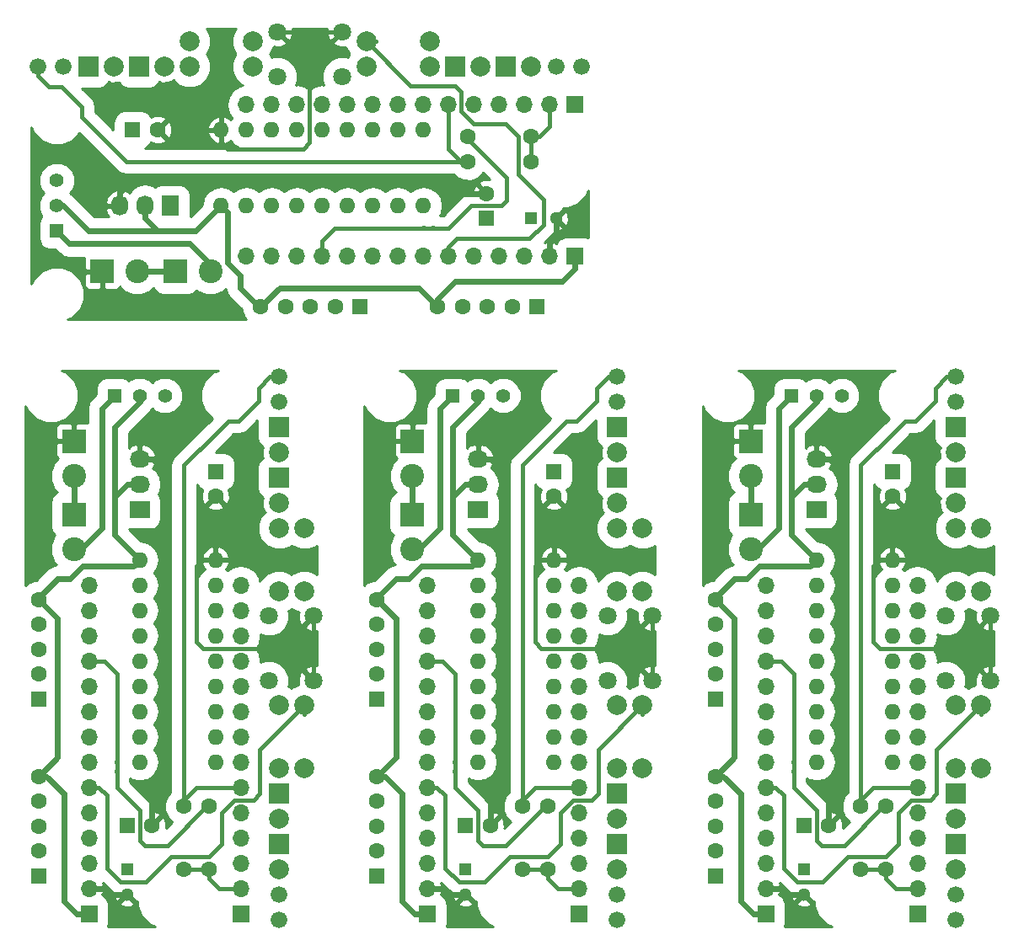
<source format=gtl>
%MOIN*%
%OFA0B0*%
%FSLAX46Y46*%
%IPPOS*%
%LPD*%
%ADD10C,0.0039370078740157488*%
%ADD11C,0.066*%
%ADD12C,0.07874015748031496*%
%ADD13R,0.07874015748031496X0.07874015748031496*%
%ADD14R,0.062992125984251982X0.062992125984251982*%
%ADD15C,0.062992125984251982*%
%ADD16R,0.066929133858267723X0.066929133858267723*%
%ADD17O,0.066929133858267723X0.066929133858267723*%
%ADD18R,0.051181102362204731X0.051181102362204731*%
%ADD19C,0.051181102362204731*%
%ADD20O,0.062992125984251982X0.062992125984251982*%
%ADD21R,0.08X0.068*%
%ADD22O,0.08X0.068*%
%ADD23R,0.055000000000000007X0.055000000000000007*%
%ADD24C,0.055000000000000007*%
%ADD25C,0.094488188976377951*%
%ADD26R,0.094488188976377951X0.094488188976377951*%
%ADD27C,0.0787*%
%ADD28C,0.070866141732283464*%
%ADD29R,0.023622047244094488X0.015748031496062995*%
%ADD30C,0.024000000000000004*%
%ADD31C,0.016*%
%ADD32C,0.01*%
%ADD43C,0.0039370078740157488*%
%ADD44C,0.066*%
%ADD45C,0.07874015748031496*%
%ADD46R,0.07874015748031496X0.07874015748031496*%
%ADD47R,0.062992125984251982X0.062992125984251982*%
%ADD48C,0.062992125984251982*%
%ADD49R,0.066929133858267723X0.066929133858267723*%
%ADD50O,0.066929133858267723X0.066929133858267723*%
%ADD51R,0.051181102362204731X0.051181102362204731*%
%ADD52C,0.051181102362204731*%
%ADD53O,0.062992125984251982X0.062992125984251982*%
%ADD54R,0.068X0.08*%
%ADD55O,0.068X0.08*%
%ADD56R,0.055000000000000007X0.055000000000000007*%
%ADD57C,0.055000000000000007*%
%ADD58C,0.094488188976377951*%
%ADD59R,0.094488188976377951X0.094488188976377951*%
%ADD60C,0.0787*%
%ADD61C,0.070866141732283464*%
%ADD62R,0.015748031496062995X0.023622047244094488*%
%ADD63C,0.024000000000000004*%
%ADD64C,0.016*%
%ADD65C,0.01*%
%ADD66C,0.0039370078740157488*%
%ADD67C,0.066*%
%ADD68C,0.07874015748031496*%
%ADD69R,0.07874015748031496X0.07874015748031496*%
%ADD70R,0.062992125984251982X0.062992125984251982*%
%ADD71C,0.062992125984251982*%
%ADD72R,0.066929133858267723X0.066929133858267723*%
%ADD73O,0.066929133858267723X0.066929133858267723*%
%ADD74R,0.051181102362204731X0.051181102362204731*%
%ADD75C,0.051181102362204731*%
%ADD76O,0.062992125984251982X0.062992125984251982*%
%ADD77R,0.08X0.068*%
%ADD78O,0.08X0.068*%
%ADD79R,0.055000000000000007X0.055000000000000007*%
%ADD80C,0.055000000000000007*%
%ADD81C,0.094488188976377951*%
%ADD82R,0.094488188976377951X0.094488188976377951*%
%ADD83C,0.0787*%
%ADD84C,0.070866141732283464*%
%ADD85R,0.023622047244094488X0.015748031496062995*%
%ADD86C,0.024000000000000004*%
%ADD87C,0.016*%
%ADD88C,0.01*%
%ADD89C,0.0039370078740157488*%
%ADD90C,0.066*%
%ADD91C,0.07874015748031496*%
%ADD92R,0.07874015748031496X0.07874015748031496*%
%ADD93R,0.062992125984251982X0.062992125984251982*%
%ADD94C,0.062992125984251982*%
%ADD95R,0.066929133858267723X0.066929133858267723*%
%ADD96O,0.066929133858267723X0.066929133858267723*%
%ADD97R,0.051181102362204731X0.051181102362204731*%
%ADD98C,0.051181102362204731*%
%ADD99O,0.062992125984251982X0.062992125984251982*%
%ADD100R,0.08X0.068*%
%ADD101O,0.08X0.068*%
%ADD102R,0.055000000000000007X0.055000000000000007*%
%ADD103C,0.055000000000000007*%
%ADD104C,0.094488188976377951*%
%ADD105R,0.094488188976377951X0.094488188976377951*%
%ADD106C,0.0787*%
%ADD107C,0.070866141732283464*%
%ADD108R,0.023622047244094488X0.015748031496062995*%
%ADD109C,0.024000000000000004*%
%ADD110C,0.016*%
%ADD111C,0.01*%
G01*
D10*
D11*
X-0004799999Y0004650000D02*
X0001050000Y0000075000D03*
X0001050000Y0000175000D03*
D12*
X0001050000Y0000475000D03*
D13*
X0001050000Y0000575000D03*
D14*
X0000100000Y0000250000D03*
D15*
X0000100000Y0000348425D03*
X0000100000Y0000446850D03*
X0000100000Y0000545275D03*
X0000100000Y0000643700D03*
D14*
X0000450000Y0000450000D03*
D15*
X0000548425Y0000450000D03*
D16*
X0000900000Y0000100000D03*
D17*
X0000900000Y0000200000D03*
X0000900000Y0000300000D03*
X0000900000Y0000400000D03*
X0000900000Y0000500000D03*
X0000900000Y0000600000D03*
X0000900000Y0000700000D03*
X0000900000Y0000800000D03*
X0000900000Y0000900000D03*
X0000900000Y0001000000D03*
X0000900000Y0001100000D03*
X0000900000Y0001200000D03*
X0000900000Y0001300000D03*
X0000900000Y0001400000D03*
D18*
X0000450000Y0000275000D03*
D19*
X0000450000Y0000176574D03*
D20*
X0000800000Y0000700000D03*
X0000800000Y0000800000D03*
X0000800000Y0000900000D03*
X0000800000Y0001000000D03*
X0000800000Y0001100000D03*
X0000800000Y0001200000D03*
X0000800000Y0001300000D03*
X0000800000Y0001400000D03*
X0000800000Y0001500000D03*
X0000500000Y0001500000D03*
X0000500000Y0001400000D03*
X0000500000Y0001300000D03*
X0000500000Y0001200000D03*
X0000500000Y0001100000D03*
X0000500000Y0001000000D03*
X0000500000Y0000900000D03*
X0000500000Y0000800000D03*
X0000500000Y0000700000D03*
D14*
X0000100000Y0000950000D03*
D15*
X0000100000Y0001048425D03*
X0000100000Y0001146850D03*
X0000100000Y0001245275D03*
X0000100000Y0001343700D03*
X0000800000Y0001751574D03*
D14*
X0000800000Y0001850000D03*
D21*
X0000500000Y0001700000D03*
D22*
X0000500000Y0001800000D03*
X0000500000Y0001900000D03*
D23*
X0000400000Y0002150000D03*
D24*
X0000500000Y0002150000D03*
X0000600000Y0002150000D03*
D25*
X0000240000Y0001832204D03*
D26*
X0000240000Y0001970000D03*
D25*
X0000240000Y0001542204D03*
D26*
X0000240000Y0001680000D03*
D12*
X0001050000Y0001725000D03*
D13*
X0001050000Y0001825000D03*
D27*
X0001050000Y0000925000D03*
X0001050000Y0000675000D03*
X0001150000Y0001375000D03*
X0001150000Y0001625000D03*
X0001150000Y0000925000D03*
X0001150000Y0000675000D03*
X0001050000Y0001375000D03*
X0001050000Y0001625000D03*
D15*
X0000775000Y0000275000D03*
X0000775000Y0000525000D03*
X0000675000Y0000275000D03*
X0000675000Y0000525000D03*
D28*
X0001011417Y0001277952D03*
X0001188582Y0001277952D03*
X0001011417Y0001022047D03*
X0001188582Y0001022047D03*
D16*
X0000300000Y0000100000D03*
D17*
X0000300000Y0000200000D03*
X0000300000Y0000300000D03*
X0000300000Y0000400000D03*
X0000300000Y0000500000D03*
X0000300000Y0000600000D03*
X0000300000Y0000700000D03*
X0000300000Y0000800000D03*
X0000300000Y0000900000D03*
X0000300000Y0001000000D03*
X0000300000Y0001100000D03*
X0000300000Y0001200000D03*
X0000300000Y0001300000D03*
X0000300000Y0001400000D03*
D29*
X0000410000Y0000697716D03*
X0000410000Y0000662283D03*
D12*
X0001050000Y0000275000D03*
D13*
X0001050000Y0000375000D03*
D12*
X0001050000Y0001925000D03*
D13*
X0001050000Y0002025000D03*
D11*
X0001050000Y0002125000D03*
X0001050000Y0002225000D03*
D30*
X0000450000Y0000176574D02*
X0000383425Y0000176574D01*
X0000360000Y0000200000D02*
X0000300000Y0000200000D01*
X0000383425Y0000176574D02*
X0000360000Y0000200000D01*
D31*
X0001188582Y0001022047D02*
X0001188582Y0001111417D01*
X0000750000Y0001500000D02*
X0000800000Y0001500000D01*
X0000725000Y0001475000D02*
X0000750000Y0001500000D01*
X0000725000Y0001175000D02*
X0000725000Y0001475000D01*
X0000750000Y0001150000D02*
X0000725000Y0001175000D01*
X0001150000Y0001150000D02*
X0000750000Y0001150000D01*
X0001188582Y0001111417D02*
X0001150000Y0001150000D01*
D30*
X0000548425Y0000450000D02*
X0000548425Y0000548425D01*
X0000550000Y0001900000D02*
X0000500000Y0001900000D01*
X0000600000Y0001850000D02*
X0000550000Y0001900000D01*
X0000600000Y0000600000D02*
X0000600000Y0001850000D01*
X0000548425Y0000548425D02*
X0000600000Y0000600000D01*
D31*
X0001185629Y0001275000D02*
X0001188582Y0001277952D01*
X0001188582Y0001277952D02*
X0001188582Y0001022047D01*
X0000825000Y0000375000D02*
X0000825000Y0000500000D01*
X0000370000Y0000280000D02*
X0000425000Y0000225000D01*
X0000425000Y0000225000D02*
X0000525000Y0000225000D01*
X0000525000Y0000225000D02*
X0000625000Y0000325000D01*
X0000625000Y0000325000D02*
X0000775000Y0000325000D01*
X0000775000Y0000325000D02*
X0000825000Y0000375000D01*
X0001150000Y0000925000D02*
X0000975000Y0000750000D01*
X0000337500Y0000600000D02*
X0000300000Y0000600000D01*
X0000370000Y0000567500D02*
X0000337500Y0000600000D01*
X0000370000Y0000415000D02*
X0000370000Y0000567500D01*
X0000370000Y0000415000D02*
X0000370000Y0000280000D01*
X0000975000Y0000575000D02*
X0000975000Y0000750000D01*
X0000950000Y0000550000D02*
X0000975000Y0000575000D01*
X0000875000Y0000550000D02*
X0000950000Y0000550000D01*
X0000825000Y0000500000D02*
X0000875000Y0000550000D01*
X0001150000Y0000925000D02*
X0001150000Y0000887500D01*
D30*
X0000240000Y0001832204D02*
X0000240000Y0001680000D01*
X0000240000Y0001542204D02*
X0000267204Y0001542204D01*
X0000267204Y0001542204D02*
X0000350000Y0001625000D01*
X0000350000Y0001625000D02*
X0000350000Y0002100000D01*
X0000350000Y0002100000D02*
X0000400000Y0002150000D01*
D31*
X0000900000Y0000500000D02*
X0000905000Y0000500000D01*
X0000410000Y0000697716D02*
X0000410000Y0001050000D01*
X0000360000Y0001100000D02*
X0000300000Y0001100000D01*
X0000410000Y0001050000D02*
X0000360000Y0001100000D01*
X0000410000Y0000662283D02*
X0000410000Y0000697716D01*
X0000775000Y0000525000D02*
X0000765000Y0000525000D01*
X0000765000Y0000525000D02*
X0000610000Y0000370000D01*
X0000410000Y0000600000D02*
X0000410000Y0000662283D01*
X0000500000Y0000510000D02*
X0000410000Y0000600000D01*
X0000500000Y0000390000D02*
X0000500000Y0000510000D01*
X0000520000Y0000370000D02*
X0000500000Y0000390000D01*
X0000610000Y0000370000D02*
X0000520000Y0000370000D01*
X0001050000Y0002225000D02*
X0001015000Y0002225000D01*
X0000675000Y0001875000D02*
X0000675000Y0000525000D01*
X0000675000Y0001875000D02*
X0000800000Y0002000000D01*
X0000850000Y0002050000D02*
X0000800000Y0002000000D01*
X0000890000Y0002050000D02*
X0000850000Y0002050000D01*
X0000970000Y0002130000D02*
X0000890000Y0002050000D01*
X0000970000Y0002180000D02*
X0000970000Y0002130000D01*
X0001015000Y0002225000D02*
X0000970000Y0002180000D01*
X0000675000Y0000525000D02*
X0000675000Y0000550000D01*
X0000675000Y0000550000D02*
X0000725000Y0000600000D01*
X0000725000Y0000600000D02*
X0000900000Y0000600000D01*
X0001025000Y0002225000D02*
X0001050000Y0002225000D01*
D30*
X0000100000Y0000643700D02*
X0000131299Y0000643700D01*
X0000131299Y0000643700D02*
X0000200000Y0000575000D01*
X0000250000Y0000100000D02*
X0000300000Y0000100000D01*
X0000200000Y0000150000D02*
X0000250000Y0000100000D01*
X0000200000Y0000575000D02*
X0000200000Y0000150000D01*
X0000100000Y0000643700D02*
X0000106299Y0000643700D01*
X0000175000Y0000800000D02*
X0000175000Y0000718700D01*
X0000175000Y0000800000D02*
X0000175000Y0001268700D01*
X0000100000Y0001343700D02*
X0000175000Y0001268700D01*
X0000175000Y0000718700D02*
X0000100000Y0000643700D01*
X0000100000Y0001343700D02*
X0000100000Y0001350000D01*
X0000100000Y0001350000D02*
X0000175000Y0001425000D01*
X0000475000Y0001475000D02*
X0000500000Y0001500000D01*
X0000275000Y0001475000D02*
X0000475000Y0001475000D01*
X0000225000Y0001425000D02*
X0000275000Y0001475000D01*
X0000175000Y0001425000D02*
X0000225000Y0001425000D01*
X0000500000Y0001800000D02*
X0000450000Y0001800000D01*
X0000450000Y0001800000D02*
X0000400000Y0001750000D01*
X0000500000Y0002150000D02*
X0000500000Y0002125000D01*
X0000500000Y0002125000D02*
X0000400000Y0002025000D01*
X0000400000Y0002025000D02*
X0000400000Y0001750000D01*
X0000400000Y0001750000D02*
X0000400000Y0001600000D01*
X0000400000Y0001600000D02*
X0000500000Y0001500000D01*
D31*
X0000775000Y0000275000D02*
X0000675000Y0000275000D01*
X0000900000Y0000200000D02*
X0000815000Y0000200000D01*
X0000775000Y0000240000D02*
X0000775000Y0000275000D01*
X0000815000Y0000200000D02*
X0000775000Y0000240000D01*
D32*
G36*
X0000387968Y0000187968D02*
X0000394360Y0000183697D01*
X0000399095Y0000180534D01*
X0000400075Y0000163605D01*
X0000405527Y0000150443D01*
X0000414605Y0000148251D01*
X0000438984Y0000172629D01*
X0000461015Y0000172629D01*
X0000485394Y0000148251D01*
X0000491653Y0000149762D01*
X0000491634Y0000128543D01*
X0000508094Y0000088706D01*
X0000538546Y0000058201D01*
X0000559815Y0000049370D01*
X0000375227Y0000049370D01*
X0000378703Y0000066535D01*
X0000378703Y0000133464D01*
X0000377252Y0000141180D01*
X0000421676Y0000141180D01*
X0000423868Y0000132101D01*
X0000442877Y0000125487D01*
X0000462969Y0000126650D01*
X0000476131Y0000132101D01*
X0000478323Y0000141180D01*
X0000450000Y0000169503D01*
X0000421676Y0000141180D01*
X0000377252Y0000141180D01*
X0000375610Y0000149907D01*
X0000365892Y0000165008D01*
X0000352007Y0000174496D01*
X0000356751Y0000185949D01*
X0000351974Y0000195000D01*
X0000305000Y0000195000D01*
X0000305000Y0000194212D01*
X0000295000Y0000194212D01*
X0000295000Y0000195000D01*
X0000294212Y0000195000D01*
X0000294212Y0000205000D01*
X0000295000Y0000205000D01*
X0000295000Y0000205787D01*
X0000305000Y0000205787D01*
X0000305000Y0000205000D01*
X0000351974Y0000205000D01*
X0000356751Y0000214050D01*
X0000353119Y0000222817D01*
X0000387968Y0000187968D01*
X0000387968Y0000187968D01*
G37*
X0000387968Y0000187968D02*
X0000394360Y0000183697D01*
X0000399095Y0000180534D01*
X0000400075Y0000163605D01*
X0000405527Y0000150443D01*
X0000414605Y0000148251D01*
X0000438984Y0000172629D01*
X0000461015Y0000172629D01*
X0000485394Y0000148251D01*
X0000491653Y0000149762D01*
X0000491634Y0000128543D01*
X0000508094Y0000088706D01*
X0000538546Y0000058201D01*
X0000559815Y0000049370D01*
X0000375227Y0000049370D01*
X0000378703Y0000066535D01*
X0000378703Y0000133464D01*
X0000377252Y0000141180D01*
X0000421676Y0000141180D01*
X0000423868Y0000132101D01*
X0000442877Y0000125487D01*
X0000462969Y0000126650D01*
X0000476131Y0000132101D01*
X0000478323Y0000141180D01*
X0000450000Y0000169503D01*
X0000421676Y0000141180D01*
X0000377252Y0000141180D01*
X0000375610Y0000149907D01*
X0000365892Y0000165008D01*
X0000352007Y0000174496D01*
X0000356751Y0000185949D01*
X0000351974Y0000195000D01*
X0000305000Y0000195000D01*
X0000305000Y0000194212D01*
X0000295000Y0000194212D01*
X0000295000Y0000195000D01*
X0000294212Y0000195000D01*
X0000294212Y0000205000D01*
X0000295000Y0000205000D01*
X0000295000Y0000205787D01*
X0000305000Y0000205787D01*
X0000305000Y0000205000D01*
X0000351974Y0000205000D01*
X0000356751Y0000214050D01*
X0000353119Y0000222817D01*
X0000387968Y0000187968D01*
G36*
X0001057627Y0000075556D02*
X0001057071Y0000075000D01*
X0001057627Y0000074443D01*
X0001050556Y0000067372D01*
X0001050000Y0000067928D01*
X0001049443Y0000067372D01*
X0001042372Y0000074443D01*
X0001042928Y0000075000D01*
X0001042372Y0000075556D01*
X0001049443Y0000082627D01*
X0001050000Y0000082071D01*
X0001050556Y0000082627D01*
X0001057627Y0000075556D01*
X0001057627Y0000075556D01*
G37*
X0001057627Y0000075556D02*
X0001057071Y0000075000D01*
X0001057627Y0000074443D01*
X0001050556Y0000067372D01*
X0001050000Y0000067928D01*
X0001049443Y0000067372D01*
X0001042372Y0000074443D01*
X0001042928Y0000075000D01*
X0001042372Y0000075556D01*
X0001049443Y0000082627D01*
X0001050000Y0000082071D01*
X0001050556Y0000082627D01*
X0001057627Y0000075556D01*
G36*
X0001057627Y0000275556D02*
X0001057071Y0000275000D01*
X0001057627Y0000274443D01*
X0001050556Y0000267372D01*
X0001050000Y0000267928D01*
X0001049443Y0000267372D01*
X0001042372Y0000274443D01*
X0001042928Y0000275000D01*
X0001042372Y0000275556D01*
X0001049443Y0000282627D01*
X0001050000Y0000282071D01*
X0001050556Y0000282627D01*
X0001057627Y0000275556D01*
X0001057627Y0000275556D01*
G37*
X0001057627Y0000275556D02*
X0001057071Y0000275000D01*
X0001057627Y0000274443D01*
X0001050556Y0000267372D01*
X0001050000Y0000267928D01*
X0001049443Y0000267372D01*
X0001042372Y0000274443D01*
X0001042928Y0000275000D01*
X0001042372Y0000275556D01*
X0001049443Y0000282627D01*
X0001050000Y0000282071D01*
X0001050556Y0000282627D01*
X0001057627Y0000275556D01*
G36*
X0000788706Y0002241905D02*
X0000758201Y0002211453D01*
X0000741672Y0002171645D01*
X0000741634Y0002128543D01*
X0000758094Y0002088706D01*
X0000786344Y0002060407D01*
X0000637968Y0001912031D01*
X0000626616Y0001895041D01*
X0000622629Y0001875000D01*
X0000622629Y0000579918D01*
X0000610721Y0000568030D01*
X0000599147Y0000540156D01*
X0000599120Y0000509975D01*
X0000610646Y0000482081D01*
X0000629316Y0000463378D01*
X0000604264Y0000438326D01*
X0000605392Y0000441465D01*
X0000604322Y0000463915D01*
X0000597789Y0000479685D01*
X0000588100Y0000482603D01*
X0000555496Y0000450000D01*
X0000556053Y0000449443D01*
X0000552370Y0000445760D01*
X0000552370Y0000461015D01*
X0000581029Y0000489675D01*
X0000578110Y0000499364D01*
X0000556959Y0000506967D01*
X0000552370Y0000506748D01*
X0000552370Y0000510000D01*
X0000548383Y0000530041D01*
X0000547822Y0000530881D01*
X0000537031Y0000547031D01*
X0000462370Y0000621692D01*
X0000462370Y0000634660D01*
X0000469481Y0000629908D01*
X0000498513Y0000624133D01*
X0000501486Y0000624133D01*
X0000530519Y0000629908D01*
X0000555131Y0000646354D01*
X0000571577Y0000670967D01*
X0000577352Y0000700000D01*
X0000571577Y0000729032D01*
X0000557567Y0000750000D01*
X0000571577Y0000770967D01*
X0000577352Y0000800000D01*
X0000571577Y0000829032D01*
X0000557567Y0000850000D01*
X0000571577Y0000870967D01*
X0000577352Y0000900000D01*
X0000571577Y0000929032D01*
X0000557567Y0000950000D01*
X0000571577Y0000970967D01*
X0000577352Y0001000000D01*
X0000571577Y0001029032D01*
X0000557567Y0001050000D01*
X0000571577Y0001070967D01*
X0000577352Y0001100000D01*
X0000571577Y0001129032D01*
X0000557567Y0001150000D01*
X0000571577Y0001170967D01*
X0000577352Y0001200000D01*
X0000571577Y0001229032D01*
X0000557567Y0001250000D01*
X0000571577Y0001270967D01*
X0000577352Y0001300000D01*
X0000571577Y0001329032D01*
X0000557567Y0001350000D01*
X0000571577Y0001370967D01*
X0000577352Y0001400000D01*
X0000571577Y0001429032D01*
X0000557567Y0001450000D01*
X0000571577Y0001470967D01*
X0000577352Y0001500000D01*
X0000571577Y0001529032D01*
X0000555131Y0001553645D01*
X0000530519Y0001570091D01*
X0000504440Y0001575278D01*
X0000458694Y0001621025D01*
X0000460000Y0001620760D01*
X0000540000Y0001620760D01*
X0000556442Y0001623854D01*
X0000571544Y0001633572D01*
X0000581675Y0001648399D01*
X0000585239Y0001666000D01*
X0000585239Y0001734000D01*
X0000582145Y0001750442D01*
X0000574707Y0001762001D01*
X0000580057Y0001770009D01*
X0000586023Y0001800000D01*
X0000580057Y0001829990D01*
X0000563068Y0001855416D01*
X0000551601Y0001863078D01*
X0000553178Y0001864486D01*
X0000563177Y0001885244D01*
X0000563281Y0001885865D01*
X0000558512Y0001895000D01*
X0000505000Y0001895000D01*
X0000505000Y0001894212D01*
X0000495000Y0001894212D01*
X0000495000Y0001895000D01*
X0000494212Y0001895000D01*
X0000494212Y0001905000D01*
X0000495000Y0001905000D01*
X0000495000Y0001952792D01*
X0000505000Y0001952792D01*
X0000505000Y0001905000D01*
X0000558512Y0001905000D01*
X0000563281Y0001914134D01*
X0000563177Y0001914755D01*
X0000553178Y0001935513D01*
X0000535996Y0001950864D01*
X0000514248Y0001958471D01*
X0000505000Y0001952792D01*
X0000495000Y0001952792D01*
X0000485751Y0001958471D01*
X0000464003Y0001950864D01*
X0000456370Y0001944044D01*
X0000456370Y0002001650D01*
X0000539859Y0002085140D01*
X0000546077Y0002094446D01*
X0000549998Y0002098360D01*
X0000559235Y0002089107D01*
X0000585641Y0002078142D01*
X0000614233Y0002078117D01*
X0000640657Y0002089035D01*
X0000660892Y0002109235D01*
X0000671857Y0002135641D01*
X0000671882Y0002164233D01*
X0000660964Y0002190657D01*
X0000640764Y0002210892D01*
X0000614358Y0002221857D01*
X0000585766Y0002221882D01*
X0000559342Y0002210964D01*
X0000550001Y0002201639D01*
X0000540764Y0002210892D01*
X0000514358Y0002221857D01*
X0000485766Y0002221882D01*
X0000459342Y0002210964D01*
X0000458438Y0002210061D01*
X0000445100Y0002219175D01*
X0000427500Y0002222739D01*
X0000372500Y0002222739D01*
X0000356057Y0002219645D01*
X0000340955Y0002209927D01*
X0000330824Y0002195100D01*
X0000327260Y0002177500D01*
X0000327260Y0002156979D01*
X0000310140Y0002139859D01*
X0000297920Y0002121571D01*
X0000293629Y0002100000D01*
X0000293629Y0002041658D01*
X0000292216Y0002042244D01*
X0000251250Y0002042244D01*
X0000245000Y0002035994D01*
X0000245000Y0001975000D01*
X0000245787Y0001975000D01*
X0000245787Y0001965000D01*
X0000245000Y0001965000D01*
X0000245000Y0001964212D01*
X0000235000Y0001964212D01*
X0000235000Y0001965000D01*
X0000174005Y0001965000D01*
X0000167755Y0001958750D01*
X0000167755Y0001917783D01*
X0000171561Y0001908594D01*
X0000178594Y0001901561D01*
X0000179448Y0001901208D01*
X0000162378Y0001884167D01*
X0000148401Y0001850507D01*
X0000148370Y0001814061D01*
X0000162288Y0001780377D01*
X0000174452Y0001768191D01*
X0000161211Y0001759672D01*
X0000151080Y0001744844D01*
X0000147516Y0001727244D01*
X0000147516Y0001632755D01*
X0000150610Y0001616313D01*
X0000160328Y0001601211D01*
X0000165734Y0001597517D01*
X0000162378Y0001594167D01*
X0000148401Y0001560507D01*
X0000148370Y0001524061D01*
X0000162288Y0001490377D01*
X0000171895Y0001480752D01*
X0000153428Y0001477079D01*
X0000135140Y0001464859D01*
X0000089856Y0001419575D01*
X0000084975Y0001419580D01*
X0000057081Y0001408054D01*
X0000049370Y0001400356D01*
X0000049370Y0002022216D01*
X0000167755Y0002022216D01*
X0000167755Y0001981250D01*
X0000174005Y0001975000D01*
X0000235000Y0001975000D01*
X0000235000Y0002035994D01*
X0000228750Y0002042244D01*
X0000187783Y0002042244D01*
X0000178594Y0002038438D01*
X0000171561Y0002031405D01*
X0000167755Y0002022216D01*
X0000049370Y0002022216D01*
X0000049370Y0002109822D01*
X0000058094Y0002088706D01*
X0000088546Y0002058201D01*
X0000128354Y0002041672D01*
X0000171456Y0002041634D01*
X0000211293Y0002058094D01*
X0000241798Y0002088546D01*
X0000258327Y0002128354D01*
X0000258365Y0002171456D01*
X0000241905Y0002211293D01*
X0000211453Y0002241798D01*
X0000190184Y0002250629D01*
X0000809822Y0002250629D01*
X0000788706Y0002241905D01*
X0000788706Y0002241905D01*
G37*
X0000788706Y0002241905D02*
X0000758201Y0002211453D01*
X0000741672Y0002171645D01*
X0000741634Y0002128543D01*
X0000758094Y0002088706D01*
X0000786344Y0002060407D01*
X0000637968Y0001912031D01*
X0000626616Y0001895041D01*
X0000622629Y0001875000D01*
X0000622629Y0000579918D01*
X0000610721Y0000568030D01*
X0000599147Y0000540156D01*
X0000599120Y0000509975D01*
X0000610646Y0000482081D01*
X0000629316Y0000463378D01*
X0000604264Y0000438326D01*
X0000605392Y0000441465D01*
X0000604322Y0000463915D01*
X0000597789Y0000479685D01*
X0000588100Y0000482603D01*
X0000555496Y0000450000D01*
X0000556053Y0000449443D01*
X0000552370Y0000445760D01*
X0000552370Y0000461015D01*
X0000581029Y0000489675D01*
X0000578110Y0000499364D01*
X0000556959Y0000506967D01*
X0000552370Y0000506748D01*
X0000552370Y0000510000D01*
X0000548383Y0000530041D01*
X0000547822Y0000530881D01*
X0000537031Y0000547031D01*
X0000462370Y0000621692D01*
X0000462370Y0000634660D01*
X0000469481Y0000629908D01*
X0000498513Y0000624133D01*
X0000501486Y0000624133D01*
X0000530519Y0000629908D01*
X0000555131Y0000646354D01*
X0000571577Y0000670967D01*
X0000577352Y0000700000D01*
X0000571577Y0000729032D01*
X0000557567Y0000750000D01*
X0000571577Y0000770967D01*
X0000577352Y0000800000D01*
X0000571577Y0000829032D01*
X0000557567Y0000850000D01*
X0000571577Y0000870967D01*
X0000577352Y0000900000D01*
X0000571577Y0000929032D01*
X0000557567Y0000950000D01*
X0000571577Y0000970967D01*
X0000577352Y0001000000D01*
X0000571577Y0001029032D01*
X0000557567Y0001050000D01*
X0000571577Y0001070967D01*
X0000577352Y0001100000D01*
X0000571577Y0001129032D01*
X0000557567Y0001150000D01*
X0000571577Y0001170967D01*
X0000577352Y0001200000D01*
X0000571577Y0001229032D01*
X0000557567Y0001250000D01*
X0000571577Y0001270967D01*
X0000577352Y0001300000D01*
X0000571577Y0001329032D01*
X0000557567Y0001350000D01*
X0000571577Y0001370967D01*
X0000577352Y0001400000D01*
X0000571577Y0001429032D01*
X0000557567Y0001450000D01*
X0000571577Y0001470967D01*
X0000577352Y0001500000D01*
X0000571577Y0001529032D01*
X0000555131Y0001553645D01*
X0000530519Y0001570091D01*
X0000504440Y0001575278D01*
X0000458694Y0001621025D01*
X0000460000Y0001620760D01*
X0000540000Y0001620760D01*
X0000556442Y0001623854D01*
X0000571544Y0001633572D01*
X0000581675Y0001648399D01*
X0000585239Y0001666000D01*
X0000585239Y0001734000D01*
X0000582145Y0001750442D01*
X0000574707Y0001762001D01*
X0000580057Y0001770009D01*
X0000586023Y0001800000D01*
X0000580057Y0001829990D01*
X0000563068Y0001855416D01*
X0000551601Y0001863078D01*
X0000553178Y0001864486D01*
X0000563177Y0001885244D01*
X0000563281Y0001885865D01*
X0000558512Y0001895000D01*
X0000505000Y0001895000D01*
X0000505000Y0001894212D01*
X0000495000Y0001894212D01*
X0000495000Y0001895000D01*
X0000494212Y0001895000D01*
X0000494212Y0001905000D01*
X0000495000Y0001905000D01*
X0000495000Y0001952792D01*
X0000505000Y0001952792D01*
X0000505000Y0001905000D01*
X0000558512Y0001905000D01*
X0000563281Y0001914134D01*
X0000563177Y0001914755D01*
X0000553178Y0001935513D01*
X0000535996Y0001950864D01*
X0000514248Y0001958471D01*
X0000505000Y0001952792D01*
X0000495000Y0001952792D01*
X0000485751Y0001958471D01*
X0000464003Y0001950864D01*
X0000456370Y0001944044D01*
X0000456370Y0002001650D01*
X0000539859Y0002085140D01*
X0000546077Y0002094446D01*
X0000549998Y0002098360D01*
X0000559235Y0002089107D01*
X0000585641Y0002078142D01*
X0000614233Y0002078117D01*
X0000640657Y0002089035D01*
X0000660892Y0002109235D01*
X0000671857Y0002135641D01*
X0000671882Y0002164233D01*
X0000660964Y0002190657D01*
X0000640764Y0002210892D01*
X0000614358Y0002221857D01*
X0000585766Y0002221882D01*
X0000559342Y0002210964D01*
X0000550001Y0002201639D01*
X0000540764Y0002210892D01*
X0000514358Y0002221857D01*
X0000485766Y0002221882D01*
X0000459342Y0002210964D01*
X0000458438Y0002210061D01*
X0000445100Y0002219175D01*
X0000427500Y0002222739D01*
X0000372500Y0002222739D01*
X0000356057Y0002219645D01*
X0000340955Y0002209927D01*
X0000330824Y0002195100D01*
X0000327260Y0002177500D01*
X0000327260Y0002156979D01*
X0000310140Y0002139859D01*
X0000297920Y0002121571D01*
X0000293629Y0002100000D01*
X0000293629Y0002041658D01*
X0000292216Y0002042244D01*
X0000251250Y0002042244D01*
X0000245000Y0002035994D01*
X0000245000Y0001975000D01*
X0000245787Y0001975000D01*
X0000245787Y0001965000D01*
X0000245000Y0001965000D01*
X0000245000Y0001964212D01*
X0000235000Y0001964212D01*
X0000235000Y0001965000D01*
X0000174005Y0001965000D01*
X0000167755Y0001958750D01*
X0000167755Y0001917783D01*
X0000171561Y0001908594D01*
X0000178594Y0001901561D01*
X0000179448Y0001901208D01*
X0000162378Y0001884167D01*
X0000148401Y0001850507D01*
X0000148370Y0001814061D01*
X0000162288Y0001780377D01*
X0000174452Y0001768191D01*
X0000161211Y0001759672D01*
X0000151080Y0001744844D01*
X0000147516Y0001727244D01*
X0000147516Y0001632755D01*
X0000150610Y0001616313D01*
X0000160328Y0001601211D01*
X0000165734Y0001597517D01*
X0000162378Y0001594167D01*
X0000148401Y0001560507D01*
X0000148370Y0001524061D01*
X0000162288Y0001490377D01*
X0000171895Y0001480752D01*
X0000153428Y0001477079D01*
X0000135140Y0001464859D01*
X0000089856Y0001419575D01*
X0000084975Y0001419580D01*
X0000057081Y0001408054D01*
X0000049370Y0001400356D01*
X0000049370Y0002022216D01*
X0000167755Y0002022216D01*
X0000167755Y0001981250D01*
X0000174005Y0001975000D01*
X0000235000Y0001975000D01*
X0000235000Y0002035994D01*
X0000228750Y0002042244D01*
X0000187783Y0002042244D01*
X0000178594Y0002038438D01*
X0000171561Y0002031405D01*
X0000167755Y0002022216D01*
X0000049370Y0002022216D01*
X0000049370Y0002109822D01*
X0000058094Y0002088706D01*
X0000088546Y0002058201D01*
X0000128354Y0002041672D01*
X0000171456Y0002041634D01*
X0000211293Y0002058094D01*
X0000241798Y0002088546D01*
X0000258327Y0002128354D01*
X0000258365Y0002171456D01*
X0000241905Y0002211293D01*
X0000211453Y0002241798D01*
X0000190184Y0002250629D01*
X0000809822Y0002250629D01*
X0000788706Y0002241905D01*
G36*
X0001057627Y0000475556D02*
X0001057071Y0000475000D01*
X0001057627Y0000474443D01*
X0001050556Y0000467372D01*
X0001050000Y0000467928D01*
X0001049443Y0000467372D01*
X0001042372Y0000474443D01*
X0001042928Y0000475000D01*
X0001042372Y0000475556D01*
X0001049443Y0000482627D01*
X0001050000Y0000482071D01*
X0001050556Y0000482627D01*
X0001057627Y0000475556D01*
X0001057627Y0000475556D01*
G37*
X0001057627Y0000475556D02*
X0001057071Y0000475000D01*
X0001057627Y0000474443D01*
X0001050556Y0000467372D01*
X0001050000Y0000467928D01*
X0001049443Y0000467372D01*
X0001042372Y0000474443D01*
X0001042928Y0000475000D01*
X0001042372Y0000475556D01*
X0001049443Y0000482627D01*
X0001050000Y0000482071D01*
X0001050556Y0000482627D01*
X0001057627Y0000475556D01*
G36*
X0001102514Y0001304066D02*
X0001129661Y0001292794D01*
X0001127698Y0001287427D01*
X0001128707Y0001263407D01*
X0001135958Y0001245899D01*
X0001146056Y0001242497D01*
X0001181511Y0001277952D01*
X0001180954Y0001278509D01*
X0001188025Y0001285580D01*
X0001188582Y0001285023D01*
X0001189139Y0001285580D01*
X0001196210Y0001278509D01*
X0001195653Y0001277952D01*
X0001196210Y0001277395D01*
X0001189139Y0001270324D01*
X0001188582Y0001270881D01*
X0001153127Y0001235426D01*
X0001156529Y0001225329D01*
X0001179107Y0001217068D01*
X0001200629Y0001217972D01*
X0001200629Y0001081990D01*
X0001198057Y0001082931D01*
X0001174037Y0001081922D01*
X0001156529Y0001074670D01*
X0001153127Y0001064573D01*
X0001188582Y0001029118D01*
X0001189139Y0001029675D01*
X0001196210Y0001022604D01*
X0001195653Y0001022047D01*
X0001196210Y0001021490D01*
X0001189139Y0001014419D01*
X0001188582Y0001014976D01*
X0001188025Y0001014419D01*
X0001180954Y0001021490D01*
X0001181511Y0001022047D01*
X0001146056Y0001057502D01*
X0001135958Y0001054100D01*
X0001127698Y0001031522D01*
X0001128707Y0001007501D01*
X0001128959Y0001006891D01*
X0001102638Y0000996015D01*
X0001100016Y0000993398D01*
X0001097485Y0000995933D01*
X0001088527Y0000999652D01*
X0001091206Y0001006103D01*
X0001091234Y0001037851D01*
X0001079110Y0001067193D01*
X0001056681Y0001089661D01*
X0001027360Y0001101836D01*
X0000995613Y0001101864D01*
X0000978308Y0001094713D01*
X0000979359Y0001100000D01*
X0000973434Y0001129786D01*
X0000959928Y0001150000D01*
X0000973434Y0001170213D01*
X0000979359Y0001200000D01*
X0000978306Y0001205291D01*
X0000995473Y0001198163D01*
X0001027221Y0001198135D01*
X0001056563Y0001210259D01*
X0001079031Y0001232688D01*
X0001091206Y0001262009D01*
X0001091234Y0001293756D01*
X0001088518Y0001300330D01*
X0001097361Y0001303984D01*
X0001099983Y0001306601D01*
X0001102514Y0001304066D01*
X0001102514Y0001304066D01*
G37*
X0001102514Y0001304066D02*
X0001129661Y0001292794D01*
X0001127698Y0001287427D01*
X0001128707Y0001263407D01*
X0001135958Y0001245899D01*
X0001146056Y0001242497D01*
X0001181511Y0001277952D01*
X0001180954Y0001278509D01*
X0001188025Y0001285580D01*
X0001188582Y0001285023D01*
X0001189139Y0001285580D01*
X0001196210Y0001278509D01*
X0001195653Y0001277952D01*
X0001196210Y0001277395D01*
X0001189139Y0001270324D01*
X0001188582Y0001270881D01*
X0001153127Y0001235426D01*
X0001156529Y0001225329D01*
X0001179107Y0001217068D01*
X0001200629Y0001217972D01*
X0001200629Y0001081990D01*
X0001198057Y0001082931D01*
X0001174037Y0001081922D01*
X0001156529Y0001074670D01*
X0001153127Y0001064573D01*
X0001188582Y0001029118D01*
X0001189139Y0001029675D01*
X0001196210Y0001022604D01*
X0001195653Y0001022047D01*
X0001196210Y0001021490D01*
X0001189139Y0001014419D01*
X0001188582Y0001014976D01*
X0001188025Y0001014419D01*
X0001180954Y0001021490D01*
X0001181511Y0001022047D01*
X0001146056Y0001057502D01*
X0001135958Y0001054100D01*
X0001127698Y0001031522D01*
X0001128707Y0001007501D01*
X0001128959Y0001006891D01*
X0001102638Y0000996015D01*
X0001100016Y0000993398D01*
X0001097485Y0000995933D01*
X0001088527Y0000999652D01*
X0001091206Y0001006103D01*
X0001091234Y0001037851D01*
X0001079110Y0001067193D01*
X0001056681Y0001089661D01*
X0001027360Y0001101836D01*
X0000995613Y0001101864D01*
X0000978308Y0001094713D01*
X0000979359Y0001100000D01*
X0000973434Y0001129786D01*
X0000959928Y0001150000D01*
X0000973434Y0001170213D01*
X0000979359Y0001200000D01*
X0000978306Y0001205291D01*
X0000995473Y0001198163D01*
X0001027221Y0001198135D01*
X0001056563Y0001210259D01*
X0001079031Y0001232688D01*
X0001091206Y0001262009D01*
X0001091234Y0001293756D01*
X0001088518Y0001300330D01*
X0001097361Y0001303984D01*
X0001099983Y0001306601D01*
X0001102514Y0001304066D01*
G36*
X0000965390Y0001985629D02*
X0000968484Y0001969187D01*
X0000978202Y0001954085D01*
X0000989315Y0001946492D01*
X0000985200Y0001935414D01*
X0000986147Y0001909824D01*
X0000988921Y0001903127D01*
X0000979085Y0001896797D01*
X0000968954Y0001881970D01*
X0000965390Y0001864370D01*
X0000965390Y0001785629D01*
X0000968484Y0001769187D01*
X0000978202Y0001754085D01*
X0000989315Y0001746492D01*
X0000985200Y0001735414D01*
X0000986147Y0001709824D01*
X0000994118Y0001690580D01*
X0000996362Y0001689750D01*
X0000979067Y0001672485D01*
X0000966294Y0001641726D01*
X0000966265Y0001608420D01*
X0000978984Y0001577638D01*
X0001002514Y0001554066D01*
X0001033274Y0001541294D01*
X0001066579Y0001541265D01*
X0001097361Y0001553984D01*
X0001099983Y0001556601D01*
X0001102514Y0001554066D01*
X0001133274Y0001541294D01*
X0001166579Y0001541265D01*
X0001197361Y0001553984D01*
X0001200629Y0001557246D01*
X0001200629Y0001442783D01*
X0001197485Y0001445933D01*
X0001166726Y0001458705D01*
X0001133420Y0001458734D01*
X0001102638Y0001446015D01*
X0001100016Y0001443398D01*
X0001097485Y0001445933D01*
X0001066726Y0001458705D01*
X0001033420Y0001458734D01*
X0001002638Y0001446015D01*
X0000979067Y0001422485D01*
X0000976240Y0001415679D01*
X0000973434Y0001429786D01*
X0000956562Y0001455037D01*
X0000931310Y0001471909D01*
X0000901524Y0001477834D01*
X0000898475Y0001477834D01*
X0000868689Y0001471909D01*
X0000848243Y0001458248D01*
X0000841204Y0001462951D01*
X0000848466Y0001470967D01*
X0000854799Y0001486258D01*
X0000849996Y0001495000D01*
X0000805000Y0001495000D01*
X0000805000Y0001494212D01*
X0000795000Y0001494212D01*
X0000795000Y0001495000D01*
X0000750003Y0001495000D01*
X0000745200Y0001486258D01*
X0000751533Y0001470967D01*
X0000758795Y0001462951D01*
X0000744868Y0001453645D01*
X0000728422Y0001429032D01*
X0000727370Y0001423741D01*
X0000727370Y0001513741D01*
X0000745200Y0001513741D01*
X0000750003Y0001505000D01*
X0000795000Y0001505000D01*
X0000795000Y0001550024D01*
X0000805000Y0001550024D01*
X0000805000Y0001505000D01*
X0000849996Y0001505000D01*
X0000854799Y0001513741D01*
X0000848466Y0001529032D01*
X0000833666Y0001545369D01*
X0000813741Y0001554799D01*
X0000805000Y0001550024D01*
X0000795000Y0001550024D01*
X0000786258Y0001554799D01*
X0000766333Y0001545369D01*
X0000751533Y0001529032D01*
X0000745200Y0001513741D01*
X0000727370Y0001513741D01*
X0000727370Y0001711899D01*
X0000767396Y0001711899D01*
X0000770314Y0001702210D01*
X0000791465Y0001694607D01*
X0000813915Y0001695678D01*
X0000829685Y0001702210D01*
X0000832603Y0001711899D01*
X0000800000Y0001744503D01*
X0000767396Y0001711899D01*
X0000727370Y0001711899D01*
X0000727370Y0001800489D01*
X0000736076Y0001786959D01*
X0000749409Y0001777849D01*
X0000743032Y0001760109D01*
X0000744103Y0001737659D01*
X0000750635Y0001721889D01*
X0000760325Y0001718970D01*
X0000792928Y0001751574D01*
X0000792372Y0001752131D01*
X0000799443Y0001759202D01*
X0000800000Y0001758645D01*
X0000800556Y0001759202D01*
X0000807627Y0001752131D01*
X0000807071Y0001751574D01*
X0000839675Y0001718970D01*
X0000849364Y0001721889D01*
X0000856967Y0001743040D01*
X0000855896Y0001765490D01*
X0000850667Y0001778114D01*
X0000863040Y0001786076D01*
X0000873171Y0001800903D01*
X0000876735Y0001818503D01*
X0000876735Y0001881496D01*
X0000873641Y0001897938D01*
X0000863924Y0001913040D01*
X0000849096Y0001923171D01*
X0000831496Y0001926735D01*
X0000800797Y0001926735D01*
X0000837031Y0001962968D01*
X0000871692Y0001997629D01*
X0000890000Y0001997629D01*
X0000910041Y0002001616D01*
X0000927031Y0002012968D01*
X0000965390Y0002051328D01*
X0000965390Y0001985629D01*
X0000965390Y0001985629D01*
G37*
X0000965390Y0001985629D02*
X0000968484Y0001969187D01*
X0000978202Y0001954085D01*
X0000989315Y0001946492D01*
X0000985200Y0001935414D01*
X0000986147Y0001909824D01*
X0000988921Y0001903127D01*
X0000979085Y0001896797D01*
X0000968954Y0001881970D01*
X0000965390Y0001864370D01*
X0000965390Y0001785629D01*
X0000968484Y0001769187D01*
X0000978202Y0001754085D01*
X0000989315Y0001746492D01*
X0000985200Y0001735414D01*
X0000986147Y0001709824D01*
X0000994118Y0001690580D01*
X0000996362Y0001689750D01*
X0000979067Y0001672485D01*
X0000966294Y0001641726D01*
X0000966265Y0001608420D01*
X0000978984Y0001577638D01*
X0001002514Y0001554066D01*
X0001033274Y0001541294D01*
X0001066579Y0001541265D01*
X0001097361Y0001553984D01*
X0001099983Y0001556601D01*
X0001102514Y0001554066D01*
X0001133274Y0001541294D01*
X0001166579Y0001541265D01*
X0001197361Y0001553984D01*
X0001200629Y0001557246D01*
X0001200629Y0001442783D01*
X0001197485Y0001445933D01*
X0001166726Y0001458705D01*
X0001133420Y0001458734D01*
X0001102638Y0001446015D01*
X0001100016Y0001443398D01*
X0001097485Y0001445933D01*
X0001066726Y0001458705D01*
X0001033420Y0001458734D01*
X0001002638Y0001446015D01*
X0000979067Y0001422485D01*
X0000976240Y0001415679D01*
X0000973434Y0001429786D01*
X0000956562Y0001455037D01*
X0000931310Y0001471909D01*
X0000901524Y0001477834D01*
X0000898475Y0001477834D01*
X0000868689Y0001471909D01*
X0000848243Y0001458248D01*
X0000841204Y0001462951D01*
X0000848466Y0001470967D01*
X0000854799Y0001486258D01*
X0000849996Y0001495000D01*
X0000805000Y0001495000D01*
X0000805000Y0001494212D01*
X0000795000Y0001494212D01*
X0000795000Y0001495000D01*
X0000750003Y0001495000D01*
X0000745200Y0001486258D01*
X0000751533Y0001470967D01*
X0000758795Y0001462951D01*
X0000744868Y0001453645D01*
X0000728422Y0001429032D01*
X0000727370Y0001423741D01*
X0000727370Y0001513741D01*
X0000745200Y0001513741D01*
X0000750003Y0001505000D01*
X0000795000Y0001505000D01*
X0000795000Y0001550024D01*
X0000805000Y0001550024D01*
X0000805000Y0001505000D01*
X0000849996Y0001505000D01*
X0000854799Y0001513741D01*
X0000848466Y0001529032D01*
X0000833666Y0001545369D01*
X0000813741Y0001554799D01*
X0000805000Y0001550024D01*
X0000795000Y0001550024D01*
X0000786258Y0001554799D01*
X0000766333Y0001545369D01*
X0000751533Y0001529032D01*
X0000745200Y0001513741D01*
X0000727370Y0001513741D01*
X0000727370Y0001711899D01*
X0000767396Y0001711899D01*
X0000770314Y0001702210D01*
X0000791465Y0001694607D01*
X0000813915Y0001695678D01*
X0000829685Y0001702210D01*
X0000832603Y0001711899D01*
X0000800000Y0001744503D01*
X0000767396Y0001711899D01*
X0000727370Y0001711899D01*
X0000727370Y0001800489D01*
X0000736076Y0001786959D01*
X0000749409Y0001777849D01*
X0000743032Y0001760109D01*
X0000744103Y0001737659D01*
X0000750635Y0001721889D01*
X0000760325Y0001718970D01*
X0000792928Y0001751574D01*
X0000792372Y0001752131D01*
X0000799443Y0001759202D01*
X0000800000Y0001758645D01*
X0000800556Y0001759202D01*
X0000807627Y0001752131D01*
X0000807071Y0001751574D01*
X0000839675Y0001718970D01*
X0000849364Y0001721889D01*
X0000856967Y0001743040D01*
X0000855896Y0001765490D01*
X0000850667Y0001778114D01*
X0000863040Y0001786076D01*
X0000873171Y0001800903D01*
X0000876735Y0001818503D01*
X0000876735Y0001881496D01*
X0000873641Y0001897938D01*
X0000863924Y0001913040D01*
X0000849096Y0001923171D01*
X0000831496Y0001926735D01*
X0000800797Y0001926735D01*
X0000837031Y0001962968D01*
X0000871692Y0001997629D01*
X0000890000Y0001997629D01*
X0000910041Y0002001616D01*
X0000927031Y0002012968D01*
X0000965390Y0002051328D01*
X0000965390Y0001985629D01*
G36*
X0001057627Y0001725556D02*
X0001057071Y0001725000D01*
X0001057627Y0001724443D01*
X0001050556Y0001717372D01*
X0001050000Y0001717928D01*
X0001049443Y0001717372D01*
X0001042372Y0001724443D01*
X0001042928Y0001725000D01*
X0001042372Y0001725556D01*
X0001049443Y0001732627D01*
X0001050000Y0001732071D01*
X0001050556Y0001732627D01*
X0001057627Y0001725556D01*
X0001057627Y0001725556D01*
G37*
X0001057627Y0001725556D02*
X0001057071Y0001725000D01*
X0001057627Y0001724443D01*
X0001050556Y0001717372D01*
X0001050000Y0001717928D01*
X0001049443Y0001717372D01*
X0001042372Y0001724443D01*
X0001042928Y0001725000D01*
X0001042372Y0001725556D01*
X0001049443Y0001732627D01*
X0001050000Y0001732071D01*
X0001050556Y0001732627D01*
X0001057627Y0001725556D01*
G36*
X0001057627Y0001925556D02*
X0001057071Y0001925000D01*
X0001057627Y0001924443D01*
X0001050556Y0001917372D01*
X0001050000Y0001917928D01*
X0001049443Y0001917372D01*
X0001042372Y0001924443D01*
X0001042928Y0001925000D01*
X0001042372Y0001925556D01*
X0001049443Y0001932627D01*
X0001050000Y0001932071D01*
X0001050556Y0001932627D01*
X0001057627Y0001925556D01*
X0001057627Y0001925556D01*
G37*
X0001057627Y0001925556D02*
X0001057071Y0001925000D01*
X0001057627Y0001924443D01*
X0001050556Y0001917372D01*
X0001050000Y0001917928D01*
X0001049443Y0001917372D01*
X0001042372Y0001924443D01*
X0001042928Y0001925000D01*
X0001042372Y0001925556D01*
X0001049443Y0001932627D01*
X0001050000Y0001932071D01*
X0001050556Y0001932627D01*
X0001057627Y0001925556D01*
G36*
X0001057627Y0002125556D02*
X0001057071Y0002125000D01*
X0001057627Y0002124443D01*
X0001050556Y0002117372D01*
X0001050000Y0002117928D01*
X0001049443Y0002117372D01*
X0001042372Y0002124443D01*
X0001042928Y0002125000D01*
X0001042372Y0002125556D01*
X0001049443Y0002132627D01*
X0001050000Y0002132071D01*
X0001050556Y0002132627D01*
X0001057627Y0002125556D01*
X0001057627Y0002125556D01*
G37*
X0001057627Y0002125556D02*
X0001057071Y0002125000D01*
X0001057627Y0002124443D01*
X0001050556Y0002117372D01*
X0001050000Y0002117928D01*
X0001049443Y0002117372D01*
X0001042372Y0002124443D01*
X0001042928Y0002125000D01*
X0001042372Y0002125556D01*
X0001049443Y0002132627D01*
X0001050000Y0002132071D01*
X0001050556Y0002132627D01*
X0001057627Y0002125556D01*
G04 next file*
G04 #@! TF.FileFunction,Copper,L1,Top,Signal*
G04 Gerber Fmt 4.6, Leading zero omitted, Abs format (unit mm)*
G04 Created by KiCad (PCBNEW 4.0.6) date 09/06/18 10:25:07*
G01*
G04 APERTURE LIST*
G04 APERTURE END LIST*
D43*
D44*
X-0002327165Y-0002398425D02*
X0002247834Y0003451574D03*
X0002147834Y0003451574D03*
D45*
X0001847834Y0003451574D03*
D46*
X0001747834Y0003451574D03*
D47*
X0002072834Y0002501574D03*
D48*
X0001974409Y0002501574D03*
X0001875984Y0002501574D03*
X0001777559Y0002501574D03*
X0001679133Y0002501574D03*
D47*
X0001872834Y0002851574D03*
D48*
X0001872834Y0002950000D03*
D49*
X0002222834Y0003301574D03*
D50*
X0002122834Y0003301574D03*
X0002022834Y0003301574D03*
X0001922834Y0003301574D03*
X0001822834Y0003301574D03*
X0001722834Y0003301574D03*
X0001622834Y0003301574D03*
X0001522834Y0003301574D03*
X0001422834Y0003301574D03*
X0001322834Y0003301574D03*
X0001222834Y0003301574D03*
X0001122834Y0003301574D03*
X0001022834Y0003301574D03*
X0000922834Y0003301574D03*
D51*
X0002047834Y0002851574D03*
D52*
X0002146259Y0002851574D03*
D53*
X0001622834Y0003201574D03*
X0001522834Y0003201574D03*
X0001422834Y0003201574D03*
X0001322834Y0003201574D03*
X0001222834Y0003201574D03*
X0001122834Y0003201574D03*
X0001022834Y0003201574D03*
X0000922834Y0003201574D03*
X0000822834Y0003201574D03*
X0000822834Y0002901574D03*
X0000922834Y0002901574D03*
X0001022834Y0002901574D03*
X0001122834Y0002901574D03*
X0001222834Y0002901574D03*
X0001322834Y0002901574D03*
X0001422834Y0002901574D03*
X0001522834Y0002901574D03*
X0001622834Y0002901574D03*
D47*
X0001372834Y0002501574D03*
D48*
X0001274409Y0002501574D03*
X0001175984Y0002501574D03*
X0001077559Y0002501574D03*
X0000979133Y0002501574D03*
X0000571259Y0003201574D03*
D47*
X0000472834Y0003201574D03*
D54*
X0000622834Y0002901574D03*
D55*
X0000522834Y0002901574D03*
X0000422834Y0002901574D03*
D56*
X0000172834Y0002801574D03*
D57*
X0000172834Y0002901574D03*
X0000172834Y0003001574D03*
D58*
X0000490629Y0002641574D03*
D59*
X0000352834Y0002641574D03*
D58*
X0000780629Y0002641574D03*
D59*
X0000642834Y0002641574D03*
D45*
X0000597834Y0003451574D03*
D46*
X0000497834Y0003451574D03*
D60*
X0001397834Y0003451574D03*
X0001647834Y0003451574D03*
X0000947834Y0003551574D03*
X0000697834Y0003551574D03*
X0001397834Y0003551574D03*
X0001647834Y0003551574D03*
X0000947834Y0003451574D03*
X0000697834Y0003451574D03*
D48*
X0002047834Y0003176574D03*
X0001797834Y0003176574D03*
X0002047834Y0003076574D03*
X0001797834Y0003076574D03*
D61*
X0001044881Y0003412992D03*
X0001044881Y0003590157D03*
X0001300787Y0003412992D03*
X0001300787Y0003590157D03*
D49*
X0002222834Y0002701574D03*
D50*
X0002122834Y0002701574D03*
X0002022834Y0002701574D03*
X0001922834Y0002701574D03*
X0001822834Y0002701574D03*
X0001722834Y0002701574D03*
X0001622834Y0002701574D03*
X0001522834Y0002701574D03*
X0001422834Y0002701574D03*
X0001322834Y0002701574D03*
X0001222834Y0002701574D03*
X0001122834Y0002701574D03*
X0001022834Y0002701574D03*
X0000922834Y0002701574D03*
D62*
X0001625118Y0002811574D03*
X0001660551Y0002811574D03*
D45*
X0002047834Y0003451574D03*
D46*
X0001947834Y0003451574D03*
D45*
X0000397834Y0003451574D03*
D46*
X0000297834Y0003451574D03*
D44*
X0000197834Y0003451574D03*
X0000097834Y0003451574D03*
D63*
X0002146259Y0002851574D02*
X0002146259Y0002785000D01*
X0002122834Y0002761574D02*
X0002122834Y0002701574D01*
X0002146259Y0002785000D02*
X0002122834Y0002761574D01*
D64*
X0001300787Y0003590157D02*
X0001211417Y0003590157D01*
X0000822834Y0003151574D02*
X0000822834Y0003201574D01*
X0000847834Y0003126574D02*
X0000822834Y0003151574D01*
X0001147834Y0003126574D02*
X0000847834Y0003126574D01*
X0001172834Y0003151574D02*
X0001147834Y0003126574D01*
X0001172834Y0003551574D02*
X0001172834Y0003151574D01*
X0001211417Y0003590157D02*
X0001172834Y0003551574D01*
D63*
X0001872834Y0002950000D02*
X0001774409Y0002950000D01*
X0000422834Y0002951574D02*
X0000422834Y0002901574D01*
X0000472834Y0003001574D02*
X0000422834Y0002951574D01*
X0001722834Y0003001574D02*
X0000472834Y0003001574D01*
X0001774409Y0002950000D02*
X0001722834Y0003001574D01*
D64*
X0001047834Y0003587204D02*
X0001044881Y0003590157D01*
X0001044881Y0003590157D02*
X0001300787Y0003590157D01*
X0001947834Y0003226574D02*
X0001822834Y0003226574D01*
X0002042834Y0002771574D02*
X0002097834Y0002826574D01*
X0002097834Y0002826574D02*
X0002097834Y0002926574D01*
X0002097834Y0002926574D02*
X0001997834Y0003026574D01*
X0001997834Y0003026574D02*
X0001997834Y0003176574D01*
X0001997834Y0003176574D02*
X0001947834Y0003226574D01*
X0001397834Y0003551574D02*
X0001572834Y0003376574D01*
X0001722834Y0002739074D02*
X0001722834Y0002701574D01*
X0001755334Y0002771574D02*
X0001722834Y0002739074D01*
X0001907834Y0002771574D02*
X0001755334Y0002771574D01*
X0001907834Y0002771574D02*
X0002042834Y0002771574D01*
X0001747834Y0003376574D02*
X0001572834Y0003376574D01*
X0001772834Y0003351574D02*
X0001747834Y0003376574D01*
X0001772834Y0003276574D02*
X0001772834Y0003351574D01*
X0001822834Y0003226574D02*
X0001772834Y0003276574D01*
X0001397834Y0003551574D02*
X0001435334Y0003551574D01*
D63*
X0000490629Y0002641574D02*
X0000642834Y0002641574D01*
X0000780629Y0002641574D02*
X0000780629Y0002668779D01*
X0000780629Y0002668779D02*
X0000697834Y0002751574D01*
X0000697834Y0002751574D02*
X0000222834Y0002751574D01*
X0000222834Y0002751574D02*
X0000172834Y0002801574D01*
D64*
X0001822834Y0003301574D02*
X0001822834Y0003306574D01*
X0001625118Y0002811574D02*
X0001272834Y0002811574D01*
X0001222834Y0002761574D02*
X0001222834Y0002701574D01*
X0001272834Y0002811574D02*
X0001222834Y0002761574D01*
X0001660551Y0002811574D02*
X0001625118Y0002811574D01*
X0001797834Y0003176574D02*
X0001797834Y0003166574D01*
X0001797834Y0003166574D02*
X0001952834Y0003011574D01*
X0001722834Y0002811574D02*
X0001660551Y0002811574D01*
X0001812834Y0002901574D02*
X0001722834Y0002811574D01*
X0001932834Y0002901574D02*
X0001812834Y0002901574D01*
X0001952834Y0002921574D02*
X0001932834Y0002901574D01*
X0001952834Y0003011574D02*
X0001952834Y0002921574D01*
X0000097834Y0003451574D02*
X0000097834Y0003416574D01*
X0000447834Y0003076574D02*
X0001797834Y0003076574D01*
X0000447834Y0003076574D02*
X0000322834Y0003201574D01*
X0000272834Y0003251574D02*
X0000322834Y0003201574D01*
X0000272834Y0003291574D02*
X0000272834Y0003251574D01*
X0000192834Y0003371574D02*
X0000272834Y0003291574D01*
X0000142834Y0003371574D02*
X0000192834Y0003371574D01*
X0000097834Y0003416574D02*
X0000142834Y0003371574D01*
X0001797834Y0003076574D02*
X0001772834Y0003076574D01*
X0001772834Y0003076574D02*
X0001722834Y0003126574D01*
X0001722834Y0003126574D02*
X0001722834Y0003301574D01*
X0000097834Y0003426574D02*
X0000097834Y0003451574D01*
D63*
X0001679133Y0002501574D02*
X0001679133Y0002532874D01*
X0001679133Y0002532874D02*
X0001747834Y0002601574D01*
X0002222834Y0002651574D02*
X0002222834Y0002701574D01*
X0002172834Y0002601574D02*
X0002222834Y0002651574D01*
X0001747834Y0002601574D02*
X0002172834Y0002601574D01*
X0001679133Y0002501574D02*
X0001679133Y0002507874D01*
X0001522834Y0002576574D02*
X0001604133Y0002576574D01*
X0001522834Y0002576574D02*
X0001054133Y0002576574D01*
X0000979133Y0002501574D02*
X0001054133Y0002576574D01*
X0001604133Y0002576574D02*
X0001679133Y0002501574D01*
X0000979133Y0002501574D02*
X0000972834Y0002501574D01*
X0000972834Y0002501574D02*
X0000897834Y0002576574D01*
X0000847834Y0002876574D02*
X0000822834Y0002901574D01*
X0000847834Y0002676574D02*
X0000847834Y0002876574D01*
X0000897834Y0002626574D02*
X0000847834Y0002676574D01*
X0000897834Y0002576574D02*
X0000897834Y0002626574D01*
X0000522834Y0002901574D02*
X0000522834Y0002851574D01*
X0000522834Y0002851574D02*
X0000572834Y0002801574D01*
X0000172834Y0002901574D02*
X0000197834Y0002901574D01*
X0000197834Y0002901574D02*
X0000297834Y0002801574D01*
X0000297834Y0002801574D02*
X0000572834Y0002801574D01*
X0000572834Y0002801574D02*
X0000722834Y0002801574D01*
X0000722834Y0002801574D02*
X0000822834Y0002901574D01*
D64*
X0002047834Y0003176574D02*
X0002047834Y0003076574D01*
X0002122834Y0003301574D02*
X0002122834Y0003216574D01*
X0002082834Y0003176574D02*
X0002047834Y0003176574D01*
X0002122834Y0003216574D02*
X0002082834Y0003176574D01*
D65*
G36*
X0002134865Y0002789543D02*
X0002139136Y0002795935D01*
X0002142300Y0002800670D01*
X0002159229Y0002801650D01*
X0002172390Y0002807101D01*
X0002174583Y0002816180D01*
X0002150204Y0002840558D01*
X0002150204Y0002862590D01*
X0002174583Y0002886969D01*
X0002173071Y0002893228D01*
X0002194291Y0002893209D01*
X0002234127Y0002909669D01*
X0002264632Y0002940121D01*
X0002273464Y0002961390D01*
X0002273464Y0002776802D01*
X0002256299Y0002780278D01*
X0002189370Y0002780278D01*
X0002181654Y0002778826D01*
X0002181654Y0002823251D01*
X0002190732Y0002825443D01*
X0002197347Y0002844451D01*
X0002196184Y0002864544D01*
X0002190732Y0002877705D01*
X0002181654Y0002879898D01*
X0002153330Y0002851574D01*
X0002181654Y0002823251D01*
X0002181654Y0002778826D01*
X0002172927Y0002777184D01*
X0002157825Y0002767467D01*
X0002148338Y0002753582D01*
X0002136885Y0002758325D01*
X0002127834Y0002753549D01*
X0002127834Y0002706574D01*
X0002128622Y0002706574D01*
X0002128622Y0002696574D01*
X0002127834Y0002696574D01*
X0002127834Y0002695787D01*
X0002117834Y0002695787D01*
X0002117834Y0002696574D01*
X0002117047Y0002696574D01*
X0002117047Y0002706574D01*
X0002117834Y0002706574D01*
X0002117834Y0002753549D01*
X0002108783Y0002758325D01*
X0002100016Y0002754694D01*
X0002134865Y0002789543D01*
X0002134865Y0002789543D01*
G37*
X0002134865Y0002789543D02*
X0002139136Y0002795935D01*
X0002142300Y0002800670D01*
X0002159229Y0002801650D01*
X0002172390Y0002807101D01*
X0002174583Y0002816180D01*
X0002150204Y0002840558D01*
X0002150204Y0002862590D01*
X0002174583Y0002886969D01*
X0002173071Y0002893228D01*
X0002194291Y0002893209D01*
X0002234127Y0002909669D01*
X0002264632Y0002940121D01*
X0002273464Y0002961390D01*
X0002273464Y0002776802D01*
X0002256299Y0002780278D01*
X0002189370Y0002780278D01*
X0002181654Y0002778826D01*
X0002181654Y0002823251D01*
X0002190732Y0002825443D01*
X0002197347Y0002844451D01*
X0002196184Y0002864544D01*
X0002190732Y0002877705D01*
X0002181654Y0002879898D01*
X0002153330Y0002851574D01*
X0002181654Y0002823251D01*
X0002181654Y0002778826D01*
X0002172927Y0002777184D01*
X0002157825Y0002767467D01*
X0002148338Y0002753582D01*
X0002136885Y0002758325D01*
X0002127834Y0002753549D01*
X0002127834Y0002706574D01*
X0002128622Y0002706574D01*
X0002128622Y0002696574D01*
X0002127834Y0002696574D01*
X0002127834Y0002695787D01*
X0002117834Y0002695787D01*
X0002117834Y0002696574D01*
X0002117047Y0002696574D01*
X0002117047Y0002706574D01*
X0002117834Y0002706574D01*
X0002117834Y0002753549D01*
X0002108783Y0002758325D01*
X0002100016Y0002754694D01*
X0002134865Y0002789543D01*
G36*
X0002247277Y0003459202D02*
X0002247834Y0003458645D01*
X0002248391Y0003459202D01*
X0002255462Y0003452131D01*
X0002254905Y0003451574D01*
X0002255462Y0003451018D01*
X0002248391Y0003443947D01*
X0002247834Y0003444503D01*
X0002247277Y0003443947D01*
X0002240206Y0003451018D01*
X0002240763Y0003451574D01*
X0002240206Y0003452131D01*
X0002247277Y0003459202D01*
X0002247277Y0003459202D01*
G37*
X0002247277Y0003459202D02*
X0002247834Y0003458645D01*
X0002248391Y0003459202D01*
X0002255462Y0003452131D01*
X0002254905Y0003451574D01*
X0002255462Y0003451018D01*
X0002248391Y0003443947D01*
X0002247834Y0003444503D01*
X0002247277Y0003443947D01*
X0002240206Y0003451018D01*
X0002240763Y0003451574D01*
X0002240206Y0003452131D01*
X0002247277Y0003459202D01*
G36*
X0002047277Y0003459202D02*
X0002047834Y0003458645D01*
X0002048391Y0003459202D01*
X0002055462Y0003452131D01*
X0002054905Y0003451574D01*
X0002055462Y0003451018D01*
X0002048391Y0003443947D01*
X0002047834Y0003444503D01*
X0002047277Y0003443947D01*
X0002040206Y0003451018D01*
X0002040763Y0003451574D01*
X0002040206Y0003452131D01*
X0002047277Y0003459202D01*
X0002047277Y0003459202D01*
G37*
X0002047277Y0003459202D02*
X0002047834Y0003458645D01*
X0002048391Y0003459202D01*
X0002055462Y0003452131D01*
X0002054905Y0003451574D01*
X0002055462Y0003451018D01*
X0002048391Y0003443947D01*
X0002047834Y0003444503D01*
X0002047277Y0003443947D01*
X0002040206Y0003451018D01*
X0002040763Y0003451574D01*
X0002040206Y0003452131D01*
X0002047277Y0003459202D01*
G36*
X0000080929Y0003190281D02*
X0000111381Y0003159776D01*
X0000151188Y0003143247D01*
X0000194291Y0003143209D01*
X0000234127Y0003159669D01*
X0000262427Y0003187919D01*
X0000410803Y0003039543D01*
X0000427793Y0003028191D01*
X0000447834Y0003024204D01*
X0001742915Y0003024204D01*
X0001754803Y0003012296D01*
X0001782677Y0003000721D01*
X0001812859Y0003000695D01*
X0001840753Y0003012221D01*
X0001859455Y0003030891D01*
X0001884508Y0003005838D01*
X0001881369Y0003006967D01*
X0001858919Y0003005896D01*
X0001843149Y0002999364D01*
X0001840230Y0002989675D01*
X0001872834Y0002957071D01*
X0001873391Y0002957627D01*
X0001877074Y0002953944D01*
X0001861818Y0002953944D01*
X0001833159Y0002982603D01*
X0001823469Y0002979685D01*
X0001815867Y0002958534D01*
X0001816086Y0002953944D01*
X0001812834Y0002953944D01*
X0001792793Y0002949958D01*
X0001791953Y0002949397D01*
X0001775803Y0002938606D01*
X0001701142Y0002863944D01*
X0001688174Y0002863944D01*
X0001692925Y0002871055D01*
X0001698700Y0002900088D01*
X0001698700Y0002903061D01*
X0001692925Y0002932093D01*
X0001676480Y0002956706D01*
X0001651867Y0002973152D01*
X0001622834Y0002978927D01*
X0001593801Y0002973152D01*
X0001572834Y0002959142D01*
X0001551867Y0002973152D01*
X0001522834Y0002978927D01*
X0001493801Y0002973152D01*
X0001472834Y0002959142D01*
X0001451867Y0002973152D01*
X0001422834Y0002978927D01*
X0001393801Y0002973152D01*
X0001372834Y0002959142D01*
X0001351867Y0002973152D01*
X0001322834Y0002978927D01*
X0001293801Y0002973152D01*
X0001272834Y0002959142D01*
X0001251867Y0002973152D01*
X0001222834Y0002978927D01*
X0001193801Y0002973152D01*
X0001172834Y0002959142D01*
X0001151867Y0002973152D01*
X0001122834Y0002978927D01*
X0001093801Y0002973152D01*
X0001072834Y0002959142D01*
X0001051867Y0002973152D01*
X0001022834Y0002978927D01*
X0000993801Y0002973152D01*
X0000972834Y0002959142D01*
X0000951867Y0002973152D01*
X0000922834Y0002978927D01*
X0000893801Y0002973152D01*
X0000872834Y0002959142D01*
X0000851867Y0002973152D01*
X0000822834Y0002978927D01*
X0000793801Y0002973152D01*
X0000769189Y0002956706D01*
X0000752743Y0002932093D01*
X0000747556Y0002906015D01*
X0000701809Y0002860269D01*
X0000702073Y0002861574D01*
X0000702073Y0002941574D01*
X0000698980Y0002958017D01*
X0000689262Y0002973118D01*
X0000674435Y0002983249D01*
X0000656834Y0002986814D01*
X0000588834Y0002986814D01*
X0000572392Y0002983720D01*
X0000560832Y0002976282D01*
X0000552825Y0002981632D01*
X0000522834Y0002987597D01*
X0000492843Y0002981632D01*
X0000467418Y0002964643D01*
X0000459756Y0002953176D01*
X0000458347Y0002954753D01*
X0000437590Y0002964752D01*
X0000436969Y0002964856D01*
X0000427834Y0002960087D01*
X0000427834Y0002906574D01*
X0000428622Y0002906574D01*
X0000428622Y0002896574D01*
X0000427834Y0002896574D01*
X0000427834Y0002895787D01*
X0000417834Y0002895787D01*
X0000417834Y0002896574D01*
X0000370042Y0002896574D01*
X0000370042Y0002906574D01*
X0000417834Y0002906574D01*
X0000417834Y0002960087D01*
X0000408699Y0002964856D01*
X0000408079Y0002964752D01*
X0000387321Y0002954753D01*
X0000371970Y0002937571D01*
X0000364362Y0002915823D01*
X0000370042Y0002906574D01*
X0000370042Y0002896574D01*
X0000364362Y0002887326D01*
X0000371970Y0002865577D01*
X0000378790Y0002857944D01*
X0000321183Y0002857944D01*
X0000237694Y0002941434D01*
X0000228388Y0002947652D01*
X0000224474Y0002951573D01*
X0000233727Y0002960810D01*
X0000244692Y0002987216D01*
X0000244717Y0003015807D01*
X0000233798Y0003042232D01*
X0000213598Y0003062467D01*
X0000187193Y0003073432D01*
X0000158601Y0003073457D01*
X0000132176Y0003062538D01*
X0000111941Y0003042339D01*
X0000100977Y0003015933D01*
X0000100952Y0002987341D01*
X0000111870Y0002960916D01*
X0000121194Y0002951576D01*
X0000111941Y0002942339D01*
X0000100977Y0002915933D01*
X0000100952Y0002887341D01*
X0000111870Y0002860916D01*
X0000112772Y0002860013D01*
X0000103659Y0002846675D01*
X0000100095Y0002829074D01*
X0000100095Y0002774074D01*
X0000103189Y0002757632D01*
X0000112906Y0002742530D01*
X0000127733Y0002732399D01*
X0000145334Y0002728835D01*
X0000165854Y0002728835D01*
X0000182974Y0002711715D01*
X0000201262Y0002699495D01*
X0000222834Y0002695204D01*
X0000281175Y0002695204D01*
X0000280590Y0002693791D01*
X0000280590Y0002652824D01*
X0000286840Y0002646574D01*
X0000347834Y0002646574D01*
X0000347834Y0002647362D01*
X0000357834Y0002647362D01*
X0000357834Y0002646574D01*
X0000358622Y0002646574D01*
X0000358622Y0002636574D01*
X0000357834Y0002636574D01*
X0000357834Y0002575580D01*
X0000364084Y0002569330D01*
X0000405051Y0002569330D01*
X0000414240Y0002573136D01*
X0000421272Y0002580169D01*
X0000421626Y0002581023D01*
X0000438666Y0002563953D01*
X0000472326Y0002549976D01*
X0000508773Y0002549944D01*
X0000542457Y0002563862D01*
X0000554642Y0002576026D01*
X0000563162Y0002562786D01*
X0000577989Y0002552655D01*
X0000595590Y0002549091D01*
X0000690078Y0002549091D01*
X0000706521Y0002552185D01*
X0000721622Y0002561902D01*
X0000725316Y0002567309D01*
X0000728666Y0002563953D01*
X0000762326Y0002549976D01*
X0000798773Y0002549944D01*
X0000832457Y0002563862D01*
X0000842081Y0002573470D01*
X0000845755Y0002555002D01*
X0000857974Y0002536715D01*
X0000903258Y0002491431D01*
X0000903254Y0002486550D01*
X0000914780Y0002458656D01*
X0000922478Y0002450944D01*
X0000300617Y0002450944D01*
X0000300617Y0002569330D01*
X0000341584Y0002569330D01*
X0000347834Y0002575580D01*
X0000347834Y0002636574D01*
X0000286840Y0002636574D01*
X0000280590Y0002630324D01*
X0000280590Y0002589357D01*
X0000284396Y0002580169D01*
X0000291429Y0002573136D01*
X0000300617Y0002569330D01*
X0000300617Y0002450944D01*
X0000213012Y0002450944D01*
X0000234127Y0002459669D01*
X0000264632Y0002490121D01*
X0000281162Y0002529928D01*
X0000281199Y0002573031D01*
X0000264739Y0002612867D01*
X0000234288Y0002643372D01*
X0000194480Y0002659902D01*
X0000151377Y0002659940D01*
X0000111541Y0002643480D01*
X0000081036Y0002613028D01*
X0000072204Y0002591758D01*
X0000072204Y0003211397D01*
X0000080929Y0003190281D01*
X0000080929Y0003190281D01*
G37*
X0000080929Y0003190281D02*
X0000111381Y0003159776D01*
X0000151188Y0003143247D01*
X0000194291Y0003143209D01*
X0000234127Y0003159669D01*
X0000262427Y0003187919D01*
X0000410803Y0003039543D01*
X0000427793Y0003028191D01*
X0000447834Y0003024204D01*
X0001742915Y0003024204D01*
X0001754803Y0003012296D01*
X0001782677Y0003000721D01*
X0001812859Y0003000695D01*
X0001840753Y0003012221D01*
X0001859455Y0003030891D01*
X0001884508Y0003005838D01*
X0001881369Y0003006967D01*
X0001858919Y0003005896D01*
X0001843149Y0002999364D01*
X0001840230Y0002989675D01*
X0001872834Y0002957071D01*
X0001873391Y0002957627D01*
X0001877074Y0002953944D01*
X0001861818Y0002953944D01*
X0001833159Y0002982603D01*
X0001823469Y0002979685D01*
X0001815867Y0002958534D01*
X0001816086Y0002953944D01*
X0001812834Y0002953944D01*
X0001792793Y0002949958D01*
X0001791953Y0002949397D01*
X0001775803Y0002938606D01*
X0001701142Y0002863944D01*
X0001688174Y0002863944D01*
X0001692925Y0002871055D01*
X0001698700Y0002900088D01*
X0001698700Y0002903061D01*
X0001692925Y0002932093D01*
X0001676480Y0002956706D01*
X0001651867Y0002973152D01*
X0001622834Y0002978927D01*
X0001593801Y0002973152D01*
X0001572834Y0002959142D01*
X0001551867Y0002973152D01*
X0001522834Y0002978927D01*
X0001493801Y0002973152D01*
X0001472834Y0002959142D01*
X0001451867Y0002973152D01*
X0001422834Y0002978927D01*
X0001393801Y0002973152D01*
X0001372834Y0002959142D01*
X0001351867Y0002973152D01*
X0001322834Y0002978927D01*
X0001293801Y0002973152D01*
X0001272834Y0002959142D01*
X0001251867Y0002973152D01*
X0001222834Y0002978927D01*
X0001193801Y0002973152D01*
X0001172834Y0002959142D01*
X0001151867Y0002973152D01*
X0001122834Y0002978927D01*
X0001093801Y0002973152D01*
X0001072834Y0002959142D01*
X0001051867Y0002973152D01*
X0001022834Y0002978927D01*
X0000993801Y0002973152D01*
X0000972834Y0002959142D01*
X0000951867Y0002973152D01*
X0000922834Y0002978927D01*
X0000893801Y0002973152D01*
X0000872834Y0002959142D01*
X0000851867Y0002973152D01*
X0000822834Y0002978927D01*
X0000793801Y0002973152D01*
X0000769189Y0002956706D01*
X0000752743Y0002932093D01*
X0000747556Y0002906015D01*
X0000701809Y0002860269D01*
X0000702073Y0002861574D01*
X0000702073Y0002941574D01*
X0000698980Y0002958017D01*
X0000689262Y0002973118D01*
X0000674435Y0002983249D01*
X0000656834Y0002986814D01*
X0000588834Y0002986814D01*
X0000572392Y0002983720D01*
X0000560832Y0002976282D01*
X0000552825Y0002981632D01*
X0000522834Y0002987597D01*
X0000492843Y0002981632D01*
X0000467418Y0002964643D01*
X0000459756Y0002953176D01*
X0000458347Y0002954753D01*
X0000437590Y0002964752D01*
X0000436969Y0002964856D01*
X0000427834Y0002960087D01*
X0000427834Y0002906574D01*
X0000428622Y0002906574D01*
X0000428622Y0002896574D01*
X0000427834Y0002896574D01*
X0000427834Y0002895787D01*
X0000417834Y0002895787D01*
X0000417834Y0002896574D01*
X0000370042Y0002896574D01*
X0000370042Y0002906574D01*
X0000417834Y0002906574D01*
X0000417834Y0002960087D01*
X0000408699Y0002964856D01*
X0000408079Y0002964752D01*
X0000387321Y0002954753D01*
X0000371970Y0002937571D01*
X0000364362Y0002915823D01*
X0000370042Y0002906574D01*
X0000370042Y0002896574D01*
X0000364362Y0002887326D01*
X0000371970Y0002865577D01*
X0000378790Y0002857944D01*
X0000321183Y0002857944D01*
X0000237694Y0002941434D01*
X0000228388Y0002947652D01*
X0000224474Y0002951573D01*
X0000233727Y0002960810D01*
X0000244692Y0002987216D01*
X0000244717Y0003015807D01*
X0000233798Y0003042232D01*
X0000213598Y0003062467D01*
X0000187193Y0003073432D01*
X0000158601Y0003073457D01*
X0000132176Y0003062538D01*
X0000111941Y0003042339D01*
X0000100977Y0003015933D01*
X0000100952Y0002987341D01*
X0000111870Y0002960916D01*
X0000121194Y0002951576D01*
X0000111941Y0002942339D01*
X0000100977Y0002915933D01*
X0000100952Y0002887341D01*
X0000111870Y0002860916D01*
X0000112772Y0002860013D01*
X0000103659Y0002846675D01*
X0000100095Y0002829074D01*
X0000100095Y0002774074D01*
X0000103189Y0002757632D01*
X0000112906Y0002742530D01*
X0000127733Y0002732399D01*
X0000145334Y0002728835D01*
X0000165854Y0002728835D01*
X0000182974Y0002711715D01*
X0000201262Y0002699495D01*
X0000222834Y0002695204D01*
X0000281175Y0002695204D01*
X0000280590Y0002693791D01*
X0000280590Y0002652824D01*
X0000286840Y0002646574D01*
X0000347834Y0002646574D01*
X0000347834Y0002647362D01*
X0000357834Y0002647362D01*
X0000357834Y0002646574D01*
X0000358622Y0002646574D01*
X0000358622Y0002636574D01*
X0000357834Y0002636574D01*
X0000357834Y0002575580D01*
X0000364084Y0002569330D01*
X0000405051Y0002569330D01*
X0000414240Y0002573136D01*
X0000421272Y0002580169D01*
X0000421626Y0002581023D01*
X0000438666Y0002563953D01*
X0000472326Y0002549976D01*
X0000508773Y0002549944D01*
X0000542457Y0002563862D01*
X0000554642Y0002576026D01*
X0000563162Y0002562786D01*
X0000577989Y0002552655D01*
X0000595590Y0002549091D01*
X0000690078Y0002549091D01*
X0000706521Y0002552185D01*
X0000721622Y0002561902D01*
X0000725316Y0002567309D01*
X0000728666Y0002563953D01*
X0000762326Y0002549976D01*
X0000798773Y0002549944D01*
X0000832457Y0002563862D01*
X0000842081Y0002573470D01*
X0000845755Y0002555002D01*
X0000857974Y0002536715D01*
X0000903258Y0002491431D01*
X0000903254Y0002486550D01*
X0000914780Y0002458656D01*
X0000922478Y0002450944D01*
X0000300617Y0002450944D01*
X0000300617Y0002569330D01*
X0000341584Y0002569330D01*
X0000347834Y0002575580D01*
X0000347834Y0002636574D01*
X0000286840Y0002636574D01*
X0000280590Y0002630324D01*
X0000280590Y0002589357D01*
X0000284396Y0002580169D01*
X0000291429Y0002573136D01*
X0000300617Y0002569330D01*
X0000300617Y0002450944D01*
X0000213012Y0002450944D01*
X0000234127Y0002459669D01*
X0000264632Y0002490121D01*
X0000281162Y0002529928D01*
X0000281199Y0002573031D01*
X0000264739Y0002612867D01*
X0000234288Y0002643372D01*
X0000194480Y0002659902D01*
X0000151377Y0002659940D01*
X0000111541Y0002643480D01*
X0000081036Y0002613028D01*
X0000072204Y0002591758D01*
X0000072204Y0003211397D01*
X0000080929Y0003190281D01*
G36*
X0001847277Y0003459202D02*
X0001847834Y0003458645D01*
X0001848391Y0003459202D01*
X0001855462Y0003452131D01*
X0001854905Y0003451574D01*
X0001855462Y0003451018D01*
X0001848391Y0003443947D01*
X0001847834Y0003444503D01*
X0001847277Y0003443947D01*
X0001840206Y0003451018D01*
X0001840763Y0003451574D01*
X0001840206Y0003452131D01*
X0001847277Y0003459202D01*
X0001847277Y0003459202D01*
G37*
X0001847277Y0003459202D02*
X0001847834Y0003458645D01*
X0001848391Y0003459202D01*
X0001855462Y0003452131D01*
X0001854905Y0003451574D01*
X0001855462Y0003451018D01*
X0001848391Y0003443947D01*
X0001847834Y0003444503D01*
X0001847277Y0003443947D01*
X0001840206Y0003451018D01*
X0001840763Y0003451574D01*
X0001840206Y0003452131D01*
X0001847277Y0003459202D01*
G36*
X0001018767Y0003504089D02*
X0001030040Y0003531236D01*
X0001035406Y0003529273D01*
X0001059427Y0003530281D01*
X0001076934Y0003537533D01*
X0001080336Y0003547631D01*
X0001044881Y0003583086D01*
X0001044325Y0003582529D01*
X0001037254Y0003589600D01*
X0001037810Y0003590157D01*
X0001037254Y0003590714D01*
X0001044325Y0003597785D01*
X0001044881Y0003597228D01*
X0001045438Y0003597785D01*
X0001052509Y0003590714D01*
X0001051952Y0003590157D01*
X0001087407Y0003554702D01*
X0001097505Y0003558104D01*
X0001105766Y0003580682D01*
X0001104862Y0003602204D01*
X0001240844Y0003602204D01*
X0001239903Y0003599632D01*
X0001240911Y0003575611D01*
X0001248163Y0003558104D01*
X0001258261Y0003554702D01*
X0001293716Y0003590157D01*
X0001293159Y0003590714D01*
X0001300230Y0003597785D01*
X0001300787Y0003597228D01*
X0001301344Y0003597785D01*
X0001308415Y0003590714D01*
X0001307858Y0003590157D01*
X0001308415Y0003589600D01*
X0001301344Y0003582529D01*
X0001300787Y0003583086D01*
X0001265332Y0003547631D01*
X0001268734Y0003537533D01*
X0001291312Y0003529273D01*
X0001315333Y0003530281D01*
X0001315942Y0003530534D01*
X0001326818Y0003504213D01*
X0001329436Y0003501590D01*
X0001326901Y0003499060D01*
X0001323182Y0003490102D01*
X0001316730Y0003492781D01*
X0001284983Y0003492809D01*
X0001255641Y0003480685D01*
X0001233172Y0003458256D01*
X0001220998Y0003428935D01*
X0001220970Y0003397187D01*
X0001228120Y0003379882D01*
X0001222834Y0003380934D01*
X0001193048Y0003375009D01*
X0001172834Y0003361503D01*
X0001152620Y0003375009D01*
X0001122834Y0003380934D01*
X0001117542Y0003379881D01*
X0001124671Y0003397048D01*
X0001124698Y0003428796D01*
X0001112575Y0003458137D01*
X0001090145Y0003480606D01*
X0001060825Y0003492781D01*
X0001029077Y0003492809D01*
X0001022504Y0003490093D01*
X0001018850Y0003498936D01*
X0001016232Y0003501558D01*
X0001018767Y0003504089D01*
X0001018767Y0003504089D01*
G37*
X0001018767Y0003504089D02*
X0001030040Y0003531236D01*
X0001035406Y0003529273D01*
X0001059427Y0003530281D01*
X0001076934Y0003537533D01*
X0001080336Y0003547631D01*
X0001044881Y0003583086D01*
X0001044325Y0003582529D01*
X0001037254Y0003589600D01*
X0001037810Y0003590157D01*
X0001037254Y0003590714D01*
X0001044325Y0003597785D01*
X0001044881Y0003597228D01*
X0001045438Y0003597785D01*
X0001052509Y0003590714D01*
X0001051952Y0003590157D01*
X0001087407Y0003554702D01*
X0001097505Y0003558104D01*
X0001105766Y0003580682D01*
X0001104862Y0003602204D01*
X0001240844Y0003602204D01*
X0001239903Y0003599632D01*
X0001240911Y0003575611D01*
X0001248163Y0003558104D01*
X0001258261Y0003554702D01*
X0001293716Y0003590157D01*
X0001293159Y0003590714D01*
X0001300230Y0003597785D01*
X0001300787Y0003597228D01*
X0001301344Y0003597785D01*
X0001308415Y0003590714D01*
X0001307858Y0003590157D01*
X0001308415Y0003589600D01*
X0001301344Y0003582529D01*
X0001300787Y0003583086D01*
X0001265332Y0003547631D01*
X0001268734Y0003537533D01*
X0001291312Y0003529273D01*
X0001315333Y0003530281D01*
X0001315942Y0003530534D01*
X0001326818Y0003504213D01*
X0001329436Y0003501590D01*
X0001326901Y0003499060D01*
X0001323182Y0003490102D01*
X0001316730Y0003492781D01*
X0001284983Y0003492809D01*
X0001255641Y0003480685D01*
X0001233172Y0003458256D01*
X0001220998Y0003428935D01*
X0001220970Y0003397187D01*
X0001228120Y0003379882D01*
X0001222834Y0003380934D01*
X0001193048Y0003375009D01*
X0001172834Y0003361503D01*
X0001152620Y0003375009D01*
X0001122834Y0003380934D01*
X0001117542Y0003379881D01*
X0001124671Y0003397048D01*
X0001124698Y0003428796D01*
X0001112575Y0003458137D01*
X0001090145Y0003480606D01*
X0001060825Y0003492781D01*
X0001029077Y0003492809D01*
X0001022504Y0003490093D01*
X0001018850Y0003498936D01*
X0001016232Y0003501558D01*
X0001018767Y0003504089D01*
G36*
X0000337204Y0003366965D02*
X0000353647Y0003370059D01*
X0000368748Y0003379776D01*
X0000376342Y0003390890D01*
X0000387419Y0003386775D01*
X0000413010Y0003387722D01*
X0000419707Y0003390496D01*
X0000426036Y0003380660D01*
X0000440863Y0003370529D01*
X0000458464Y0003366965D01*
X0000537204Y0003366965D01*
X0000553647Y0003370059D01*
X0000568748Y0003379776D01*
X0000576342Y0003390890D01*
X0000587419Y0003386775D01*
X0000613010Y0003387722D01*
X0000632254Y0003395693D01*
X0000633083Y0003397937D01*
X0000650349Y0003380641D01*
X0000681108Y0003367869D01*
X0000714414Y0003367840D01*
X0000745196Y0003380559D01*
X0000768767Y0003404089D01*
X0000781540Y0003434848D01*
X0000781569Y0003468154D01*
X0000768850Y0003498936D01*
X0000766232Y0003501558D01*
X0000768767Y0003504089D01*
X0000781540Y0003534848D01*
X0000781569Y0003568154D01*
X0000768850Y0003598936D01*
X0000765587Y0003602204D01*
X0000880051Y0003602204D01*
X0000876901Y0003599060D01*
X0000864129Y0003568300D01*
X0000864100Y0003534994D01*
X0000876818Y0003504213D01*
X0000879436Y0003501590D01*
X0000876901Y0003499060D01*
X0000864129Y0003468300D01*
X0000864100Y0003434994D01*
X0000876818Y0003404213D01*
X0000900349Y0003380641D01*
X0000907155Y0003377815D01*
X0000893048Y0003375009D01*
X0000867797Y0003358137D01*
X0000850924Y0003332885D01*
X0000844999Y0003303099D01*
X0000844999Y0003300049D01*
X0000850924Y0003270263D01*
X0000864586Y0003249817D01*
X0000859883Y0003242779D01*
X0000851867Y0003250041D01*
X0000836576Y0003256374D01*
X0000827834Y0003251571D01*
X0000827834Y0003206574D01*
X0000828622Y0003206574D01*
X0000828622Y0003196574D01*
X0000827834Y0003196574D01*
X0000827834Y0003151578D01*
X0000836576Y0003146775D01*
X0000851867Y0003153108D01*
X0000859883Y0003160370D01*
X0000869189Y0003146443D01*
X0000893801Y0003129997D01*
X0000899092Y0003128944D01*
X0000809092Y0003128944D01*
X0000809092Y0003146775D01*
X0000817834Y0003151578D01*
X0000817834Y0003196574D01*
X0000772809Y0003196574D01*
X0000772809Y0003206574D01*
X0000817834Y0003206574D01*
X0000817834Y0003251571D01*
X0000809092Y0003256374D01*
X0000793802Y0003250041D01*
X0000777464Y0003235241D01*
X0000768034Y0003215316D01*
X0000772809Y0003206574D01*
X0000772809Y0003196574D01*
X0000768034Y0003187833D01*
X0000777464Y0003167908D01*
X0000793802Y0003153108D01*
X0000809092Y0003146775D01*
X0000809092Y0003128944D01*
X0000610934Y0003128944D01*
X0000610934Y0003168970D01*
X0000620624Y0003171889D01*
X0000628226Y0003193040D01*
X0000627156Y0003215490D01*
X0000620624Y0003231260D01*
X0000610934Y0003234178D01*
X0000578330Y0003201574D01*
X0000610934Y0003168970D01*
X0000610934Y0003128944D01*
X0000522345Y0003128944D01*
X0000535874Y0003137650D01*
X0000544985Y0003150984D01*
X0000562725Y0003144607D01*
X0000585175Y0003145678D01*
X0000600945Y0003152210D01*
X0000603863Y0003161899D01*
X0000571259Y0003194503D01*
X0000570703Y0003193946D01*
X0000563631Y0003201018D01*
X0000564188Y0003201574D01*
X0000563631Y0003202131D01*
X0000570703Y0003209202D01*
X0000571259Y0003208645D01*
X0000603863Y0003241249D01*
X0000600945Y0003250939D01*
X0000579794Y0003258541D01*
X0000557344Y0003257471D01*
X0000544720Y0003252242D01*
X0000536758Y0003264614D01*
X0000521931Y0003274746D01*
X0000504330Y0003278310D01*
X0000441338Y0003278310D01*
X0000424895Y0003275216D01*
X0000409794Y0003265498D01*
X0000399663Y0003250671D01*
X0000396099Y0003233070D01*
X0000396099Y0003202372D01*
X0000359865Y0003238606D01*
X0000325204Y0003273267D01*
X0000325204Y0003291574D01*
X0000321218Y0003311616D01*
X0000309865Y0003328606D01*
X0000271506Y0003366965D01*
X0000337204Y0003366965D01*
X0000337204Y0003366965D01*
G37*
X0000337204Y0003366965D02*
X0000353647Y0003370059D01*
X0000368748Y0003379776D01*
X0000376342Y0003390890D01*
X0000387419Y0003386775D01*
X0000413010Y0003387722D01*
X0000419707Y0003390496D01*
X0000426036Y0003380660D01*
X0000440863Y0003370529D01*
X0000458464Y0003366965D01*
X0000537204Y0003366965D01*
X0000553647Y0003370059D01*
X0000568748Y0003379776D01*
X0000576342Y0003390890D01*
X0000587419Y0003386775D01*
X0000613010Y0003387722D01*
X0000632254Y0003395693D01*
X0000633083Y0003397937D01*
X0000650349Y0003380641D01*
X0000681108Y0003367869D01*
X0000714414Y0003367840D01*
X0000745196Y0003380559D01*
X0000768767Y0003404089D01*
X0000781540Y0003434848D01*
X0000781569Y0003468154D01*
X0000768850Y0003498936D01*
X0000766232Y0003501558D01*
X0000768767Y0003504089D01*
X0000781540Y0003534848D01*
X0000781569Y0003568154D01*
X0000768850Y0003598936D01*
X0000765587Y0003602204D01*
X0000880051Y0003602204D01*
X0000876901Y0003599060D01*
X0000864129Y0003568300D01*
X0000864100Y0003534994D01*
X0000876818Y0003504213D01*
X0000879436Y0003501590D01*
X0000876901Y0003499060D01*
X0000864129Y0003468300D01*
X0000864100Y0003434994D01*
X0000876818Y0003404213D01*
X0000900349Y0003380641D01*
X0000907155Y0003377815D01*
X0000893048Y0003375009D01*
X0000867797Y0003358137D01*
X0000850924Y0003332885D01*
X0000844999Y0003303099D01*
X0000844999Y0003300049D01*
X0000850924Y0003270263D01*
X0000864586Y0003249817D01*
X0000859883Y0003242779D01*
X0000851867Y0003250041D01*
X0000836576Y0003256374D01*
X0000827834Y0003251571D01*
X0000827834Y0003206574D01*
X0000828622Y0003206574D01*
X0000828622Y0003196574D01*
X0000827834Y0003196574D01*
X0000827834Y0003151578D01*
X0000836576Y0003146775D01*
X0000851867Y0003153108D01*
X0000859883Y0003160370D01*
X0000869189Y0003146443D01*
X0000893801Y0003129997D01*
X0000899092Y0003128944D01*
X0000809092Y0003128944D01*
X0000809092Y0003146775D01*
X0000817834Y0003151578D01*
X0000817834Y0003196574D01*
X0000772809Y0003196574D01*
X0000772809Y0003206574D01*
X0000817834Y0003206574D01*
X0000817834Y0003251571D01*
X0000809092Y0003256374D01*
X0000793802Y0003250041D01*
X0000777464Y0003235241D01*
X0000768034Y0003215316D01*
X0000772809Y0003206574D01*
X0000772809Y0003196574D01*
X0000768034Y0003187833D01*
X0000777464Y0003167908D01*
X0000793802Y0003153108D01*
X0000809092Y0003146775D01*
X0000809092Y0003128944D01*
X0000610934Y0003128944D01*
X0000610934Y0003168970D01*
X0000620624Y0003171889D01*
X0000628226Y0003193040D01*
X0000627156Y0003215490D01*
X0000620624Y0003231260D01*
X0000610934Y0003234178D01*
X0000578330Y0003201574D01*
X0000610934Y0003168970D01*
X0000610934Y0003128944D01*
X0000522345Y0003128944D01*
X0000535874Y0003137650D01*
X0000544985Y0003150984D01*
X0000562725Y0003144607D01*
X0000585175Y0003145678D01*
X0000600945Y0003152210D01*
X0000603863Y0003161899D01*
X0000571259Y0003194503D01*
X0000570703Y0003193946D01*
X0000563631Y0003201018D01*
X0000564188Y0003201574D01*
X0000563631Y0003202131D01*
X0000570703Y0003209202D01*
X0000571259Y0003208645D01*
X0000603863Y0003241249D01*
X0000600945Y0003250939D01*
X0000579794Y0003258541D01*
X0000557344Y0003257471D01*
X0000544720Y0003252242D01*
X0000536758Y0003264614D01*
X0000521931Y0003274746D01*
X0000504330Y0003278310D01*
X0000441338Y0003278310D01*
X0000424895Y0003275216D01*
X0000409794Y0003265498D01*
X0000399663Y0003250671D01*
X0000396099Y0003233070D01*
X0000396099Y0003202372D01*
X0000359865Y0003238606D01*
X0000325204Y0003273267D01*
X0000325204Y0003291574D01*
X0000321218Y0003311616D01*
X0000309865Y0003328606D01*
X0000271506Y0003366965D01*
X0000337204Y0003366965D01*
G36*
X0000597277Y0003459202D02*
X0000597834Y0003458645D01*
X0000598391Y0003459202D01*
X0000605462Y0003452131D01*
X0000604905Y0003451574D01*
X0000605462Y0003451018D01*
X0000598391Y0003443947D01*
X0000597834Y0003444503D01*
X0000597277Y0003443947D01*
X0000590206Y0003451018D01*
X0000590763Y0003451574D01*
X0000590206Y0003452131D01*
X0000597277Y0003459202D01*
X0000597277Y0003459202D01*
G37*
X0000597277Y0003459202D02*
X0000597834Y0003458645D01*
X0000598391Y0003459202D01*
X0000605462Y0003452131D01*
X0000604905Y0003451574D01*
X0000605462Y0003451018D01*
X0000598391Y0003443947D01*
X0000597834Y0003444503D01*
X0000597277Y0003443947D01*
X0000590206Y0003451018D01*
X0000590763Y0003451574D01*
X0000590206Y0003452131D01*
X0000597277Y0003459202D01*
G36*
X0000397277Y0003459202D02*
X0000397834Y0003458645D01*
X0000398391Y0003459202D01*
X0000405462Y0003452131D01*
X0000404905Y0003451574D01*
X0000405462Y0003451018D01*
X0000398391Y0003443947D01*
X0000397834Y0003444503D01*
X0000397277Y0003443947D01*
X0000390206Y0003451018D01*
X0000390763Y0003451574D01*
X0000390206Y0003452131D01*
X0000397277Y0003459202D01*
X0000397277Y0003459202D01*
G37*
X0000397277Y0003459202D02*
X0000397834Y0003458645D01*
X0000398391Y0003459202D01*
X0000405462Y0003452131D01*
X0000404905Y0003451574D01*
X0000405462Y0003451018D01*
X0000398391Y0003443947D01*
X0000397834Y0003444503D01*
X0000397277Y0003443947D01*
X0000390206Y0003451018D01*
X0000390763Y0003451574D01*
X0000390206Y0003452131D01*
X0000397277Y0003459202D01*
G36*
X0000197277Y0003459202D02*
X0000197834Y0003458645D01*
X0000198391Y0003459202D01*
X0000205462Y0003452131D01*
X0000204905Y0003451574D01*
X0000205462Y0003451018D01*
X0000198391Y0003443947D01*
X0000197834Y0003444503D01*
X0000197277Y0003443947D01*
X0000190206Y0003451018D01*
X0000190763Y0003451574D01*
X0000190206Y0003452131D01*
X0000197277Y0003459202D01*
X0000197277Y0003459202D01*
G37*
X0000197277Y0003459202D02*
X0000197834Y0003458645D01*
X0000198391Y0003459202D01*
X0000205462Y0003452131D01*
X0000204905Y0003451574D01*
X0000205462Y0003451018D01*
X0000198391Y0003443947D01*
X0000197834Y0003444503D01*
X0000197277Y0003443947D01*
X0000190206Y0003451018D01*
X0000190763Y0003451574D01*
X0000190206Y0003452131D01*
X0000197277Y0003459202D01*
G04 next file*
G04 #@! TF.FileFunction,Copper,L1,Top,Signal*
G04 Gerber Fmt 4.6, Leading zero omitted, Abs format (unit mm)*
G04 Created by KiCad (PCBNEW 4.0.6) date 09/06/18 10:25:07*
G01*
G04 APERTURE LIST*
G04 APERTURE END LIST*
D66*
D67*
X-0003461417Y0004650000D02*
X0002388582Y0000075000D03*
X0002388582Y0000175000D03*
D68*
X0002388582Y0000475000D03*
D69*
X0002388582Y0000575000D03*
D70*
X0001438582Y0000250000D03*
D71*
X0001438582Y0000348425D03*
X0001438582Y0000446850D03*
X0001438582Y0000545275D03*
X0001438582Y0000643700D03*
D70*
X0001788582Y0000450000D03*
D71*
X0001887007Y0000450000D03*
D72*
X0002238582Y0000100000D03*
D73*
X0002238582Y0000200000D03*
X0002238582Y0000300000D03*
X0002238582Y0000400000D03*
X0002238582Y0000500000D03*
X0002238582Y0000600000D03*
X0002238582Y0000700000D03*
X0002238582Y0000800000D03*
X0002238582Y0000900000D03*
X0002238582Y0001000000D03*
X0002238582Y0001100000D03*
X0002238582Y0001200000D03*
X0002238582Y0001300000D03*
X0002238582Y0001400000D03*
D74*
X0001788582Y0000275000D03*
D75*
X0001788582Y0000176574D03*
D76*
X0002138582Y0000700000D03*
X0002138582Y0000800000D03*
X0002138582Y0000900000D03*
X0002138582Y0001000000D03*
X0002138582Y0001100000D03*
X0002138582Y0001200000D03*
X0002138582Y0001300000D03*
X0002138582Y0001400000D03*
X0002138582Y0001500000D03*
X0001838582Y0001500000D03*
X0001838582Y0001400000D03*
X0001838582Y0001300000D03*
X0001838582Y0001200000D03*
X0001838582Y0001100000D03*
X0001838582Y0001000000D03*
X0001838582Y0000900000D03*
X0001838582Y0000800000D03*
X0001838582Y0000700000D03*
D70*
X0001438582Y0000950000D03*
D71*
X0001438582Y0001048425D03*
X0001438582Y0001146850D03*
X0001438582Y0001245275D03*
X0001438582Y0001343700D03*
X0002138582Y0001751574D03*
D70*
X0002138582Y0001850000D03*
D77*
X0001838582Y0001700000D03*
D78*
X0001838582Y0001800000D03*
X0001838582Y0001900000D03*
D79*
X0001738582Y0002150000D03*
D80*
X0001838582Y0002150000D03*
X0001938582Y0002150000D03*
D81*
X0001578582Y0001832204D03*
D82*
X0001578582Y0001970000D03*
D81*
X0001578582Y0001542204D03*
D82*
X0001578582Y0001680000D03*
D68*
X0002388582Y0001725000D03*
D69*
X0002388582Y0001825000D03*
D83*
X0002388582Y0000925000D03*
X0002388582Y0000675000D03*
X0002488582Y0001375000D03*
X0002488582Y0001625000D03*
X0002488582Y0000925000D03*
X0002488582Y0000675000D03*
X0002388582Y0001375000D03*
X0002388582Y0001625000D03*
D71*
X0002113582Y0000275000D03*
X0002113582Y0000525000D03*
X0002013582Y0000275000D03*
X0002013582Y0000525000D03*
D84*
X0002350000Y0001277952D03*
X0002527165Y0001277952D03*
X0002350000Y0001022047D03*
X0002527165Y0001022047D03*
D72*
X0001638582Y0000100000D03*
D73*
X0001638582Y0000200000D03*
X0001638582Y0000300000D03*
X0001638582Y0000400000D03*
X0001638582Y0000500000D03*
X0001638582Y0000600000D03*
X0001638582Y0000700000D03*
X0001638582Y0000800000D03*
X0001638582Y0000900000D03*
X0001638582Y0001000000D03*
X0001638582Y0001100000D03*
X0001638582Y0001200000D03*
X0001638582Y0001300000D03*
X0001638582Y0001400000D03*
D85*
X0001748582Y0000697716D03*
X0001748582Y0000662283D03*
D68*
X0002388582Y0000275000D03*
D69*
X0002388582Y0000375000D03*
D68*
X0002388582Y0001925000D03*
D69*
X0002388582Y0002025000D03*
D67*
X0002388582Y0002125000D03*
X0002388582Y0002225000D03*
D86*
X0001788582Y0000176574D02*
X0001722007Y0000176574D01*
X0001698582Y0000200000D02*
X0001638582Y0000200000D01*
X0001722007Y0000176574D02*
X0001698582Y0000200000D01*
D87*
X0002527165Y0001022047D02*
X0002527165Y0001111417D01*
X0002088582Y0001500000D02*
X0002138582Y0001500000D01*
X0002063582Y0001475000D02*
X0002088582Y0001500000D01*
X0002063582Y0001175000D02*
X0002063582Y0001475000D01*
X0002088582Y0001150000D02*
X0002063582Y0001175000D01*
X0002488582Y0001150000D02*
X0002088582Y0001150000D01*
X0002527165Y0001111417D02*
X0002488582Y0001150000D01*
D86*
X0001887007Y0000450000D02*
X0001887007Y0000548425D01*
X0001888582Y0001900000D02*
X0001838582Y0001900000D01*
X0001938582Y0001850000D02*
X0001888582Y0001900000D01*
X0001938582Y0000600000D02*
X0001938582Y0001850000D01*
X0001887007Y0000548425D02*
X0001938582Y0000600000D01*
D87*
X0002524212Y0001275000D02*
X0002527165Y0001277952D01*
X0002527165Y0001277952D02*
X0002527165Y0001022047D01*
X0002163582Y0000375000D02*
X0002163582Y0000500000D01*
X0001708582Y0000280000D02*
X0001763582Y0000225000D01*
X0001763582Y0000225000D02*
X0001863582Y0000225000D01*
X0001863582Y0000225000D02*
X0001963582Y0000325000D01*
X0001963582Y0000325000D02*
X0002113582Y0000325000D01*
X0002113582Y0000325000D02*
X0002163582Y0000375000D01*
X0002488582Y0000925000D02*
X0002313582Y0000750000D01*
X0001676082Y0000600000D02*
X0001638582Y0000600000D01*
X0001708582Y0000567500D02*
X0001676082Y0000600000D01*
X0001708582Y0000415000D02*
X0001708582Y0000567500D01*
X0001708582Y0000415000D02*
X0001708582Y0000280000D01*
X0002313582Y0000575000D02*
X0002313582Y0000750000D01*
X0002288582Y0000550000D02*
X0002313582Y0000575000D01*
X0002213582Y0000550000D02*
X0002288582Y0000550000D01*
X0002163582Y0000500000D02*
X0002213582Y0000550000D01*
X0002488582Y0000925000D02*
X0002488582Y0000887500D01*
D86*
X0001578582Y0001832204D02*
X0001578582Y0001680000D01*
X0001578582Y0001542204D02*
X0001605787Y0001542204D01*
X0001605787Y0001542204D02*
X0001688582Y0001625000D01*
X0001688582Y0001625000D02*
X0001688582Y0002100000D01*
X0001688582Y0002100000D02*
X0001738582Y0002150000D01*
D87*
X0002238582Y0000500000D02*
X0002243582Y0000500000D01*
X0001748582Y0000697716D02*
X0001748582Y0001050000D01*
X0001698582Y0001100000D02*
X0001638582Y0001100000D01*
X0001748582Y0001050000D02*
X0001698582Y0001100000D01*
X0001748582Y0000662283D02*
X0001748582Y0000697716D01*
X0002113582Y0000525000D02*
X0002103582Y0000525000D01*
X0002103582Y0000525000D02*
X0001948582Y0000370000D01*
X0001748582Y0000600000D02*
X0001748582Y0000662283D01*
X0001838582Y0000510000D02*
X0001748582Y0000600000D01*
X0001838582Y0000390000D02*
X0001838582Y0000510000D01*
X0001858582Y0000370000D02*
X0001838582Y0000390000D01*
X0001948582Y0000370000D02*
X0001858582Y0000370000D01*
X0002388582Y0002225000D02*
X0002353582Y0002225000D01*
X0002013582Y0001875000D02*
X0002013582Y0000525000D01*
X0002013582Y0001875000D02*
X0002138582Y0002000000D01*
X0002188582Y0002050000D02*
X0002138582Y0002000000D01*
X0002228582Y0002050000D02*
X0002188582Y0002050000D01*
X0002308582Y0002130000D02*
X0002228582Y0002050000D01*
X0002308582Y0002180000D02*
X0002308582Y0002130000D01*
X0002353582Y0002225000D02*
X0002308582Y0002180000D01*
X0002013582Y0000525000D02*
X0002013582Y0000550000D01*
X0002013582Y0000550000D02*
X0002063582Y0000600000D01*
X0002063582Y0000600000D02*
X0002238582Y0000600000D01*
X0002363582Y0002225000D02*
X0002388582Y0002225000D01*
D86*
X0001438582Y0000643700D02*
X0001469881Y0000643700D01*
X0001469881Y0000643700D02*
X0001538582Y0000575000D01*
X0001588582Y0000100000D02*
X0001638582Y0000100000D01*
X0001538582Y0000150000D02*
X0001588582Y0000100000D01*
X0001538582Y0000575000D02*
X0001538582Y0000150000D01*
X0001438582Y0000643700D02*
X0001444881Y0000643700D01*
X0001513582Y0000800000D02*
X0001513582Y0000718700D01*
X0001513582Y0000800000D02*
X0001513582Y0001268700D01*
X0001438582Y0001343700D02*
X0001513582Y0001268700D01*
X0001513582Y0000718700D02*
X0001438582Y0000643700D01*
X0001438582Y0001343700D02*
X0001438582Y0001350000D01*
X0001438582Y0001350000D02*
X0001513582Y0001425000D01*
X0001813582Y0001475000D02*
X0001838582Y0001500000D01*
X0001613582Y0001475000D02*
X0001813582Y0001475000D01*
X0001563582Y0001425000D02*
X0001613582Y0001475000D01*
X0001513582Y0001425000D02*
X0001563582Y0001425000D01*
X0001838582Y0001800000D02*
X0001788582Y0001800000D01*
X0001788582Y0001800000D02*
X0001738582Y0001750000D01*
X0001838582Y0002150000D02*
X0001838582Y0002125000D01*
X0001838582Y0002125000D02*
X0001738582Y0002025000D01*
X0001738582Y0002025000D02*
X0001738582Y0001750000D01*
X0001738582Y0001750000D02*
X0001738582Y0001600000D01*
X0001738582Y0001600000D02*
X0001838582Y0001500000D01*
D87*
X0002113582Y0000275000D02*
X0002013582Y0000275000D01*
X0002238582Y0000200000D02*
X0002153582Y0000200000D01*
X0002113582Y0000240000D02*
X0002113582Y0000275000D01*
X0002153582Y0000200000D02*
X0002113582Y0000240000D01*
D88*
G36*
X0001726551Y0000187968D02*
X0001732943Y0000183697D01*
X0001737678Y0000180534D01*
X0001738658Y0000163605D01*
X0001744109Y0000150443D01*
X0001753188Y0000148251D01*
X0001777566Y0000172629D01*
X0001799598Y0000172629D01*
X0001823977Y0000148251D01*
X0001830236Y0000149762D01*
X0001830217Y0000128543D01*
X0001846677Y0000088706D01*
X0001877129Y0000058201D01*
X0001898398Y0000049370D01*
X0001713810Y0000049370D01*
X0001717286Y0000066535D01*
X0001717286Y0000133464D01*
X0001715834Y0000141180D01*
X0001760259Y0000141180D01*
X0001762451Y0000132101D01*
X0001781459Y0000125487D01*
X0001801552Y0000126650D01*
X0001814713Y0000132101D01*
X0001816905Y0000141180D01*
X0001788582Y0000169503D01*
X0001760259Y0000141180D01*
X0001715834Y0000141180D01*
X0001714192Y0000149907D01*
X0001704475Y0000165008D01*
X0001690589Y0000174496D01*
X0001695333Y0000185949D01*
X0001690557Y0000195000D01*
X0001643582Y0000195000D01*
X0001643582Y0000194212D01*
X0001633582Y0000194212D01*
X0001633582Y0000195000D01*
X0001632795Y0000195000D01*
X0001632795Y0000205000D01*
X0001633582Y0000205000D01*
X0001633582Y0000205787D01*
X0001643582Y0000205787D01*
X0001643582Y0000205000D01*
X0001690557Y0000205000D01*
X0001695333Y0000214050D01*
X0001691702Y0000222817D01*
X0001726551Y0000187968D01*
X0001726551Y0000187968D01*
G37*
X0001726551Y0000187968D02*
X0001732943Y0000183697D01*
X0001737678Y0000180534D01*
X0001738658Y0000163605D01*
X0001744109Y0000150443D01*
X0001753188Y0000148251D01*
X0001777566Y0000172629D01*
X0001799598Y0000172629D01*
X0001823977Y0000148251D01*
X0001830236Y0000149762D01*
X0001830217Y0000128543D01*
X0001846677Y0000088706D01*
X0001877129Y0000058201D01*
X0001898398Y0000049370D01*
X0001713810Y0000049370D01*
X0001717286Y0000066535D01*
X0001717286Y0000133464D01*
X0001715834Y0000141180D01*
X0001760259Y0000141180D01*
X0001762451Y0000132101D01*
X0001781459Y0000125487D01*
X0001801552Y0000126650D01*
X0001814713Y0000132101D01*
X0001816905Y0000141180D01*
X0001788582Y0000169503D01*
X0001760259Y0000141180D01*
X0001715834Y0000141180D01*
X0001714192Y0000149907D01*
X0001704475Y0000165008D01*
X0001690589Y0000174496D01*
X0001695333Y0000185949D01*
X0001690557Y0000195000D01*
X0001643582Y0000195000D01*
X0001643582Y0000194212D01*
X0001633582Y0000194212D01*
X0001633582Y0000195000D01*
X0001632795Y0000195000D01*
X0001632795Y0000205000D01*
X0001633582Y0000205000D01*
X0001633582Y0000205787D01*
X0001643582Y0000205787D01*
X0001643582Y0000205000D01*
X0001690557Y0000205000D01*
X0001695333Y0000214050D01*
X0001691702Y0000222817D01*
X0001726551Y0000187968D01*
G36*
X0002396210Y0000075556D02*
X0002395653Y0000075000D01*
X0002396210Y0000074443D01*
X0002389139Y0000067372D01*
X0002388582Y0000067928D01*
X0002388025Y0000067372D01*
X0002380954Y0000074443D01*
X0002381511Y0000075000D01*
X0002380954Y0000075556D01*
X0002388025Y0000082627D01*
X0002388582Y0000082071D01*
X0002389139Y0000082627D01*
X0002396210Y0000075556D01*
X0002396210Y0000075556D01*
G37*
X0002396210Y0000075556D02*
X0002395653Y0000075000D01*
X0002396210Y0000074443D01*
X0002389139Y0000067372D01*
X0002388582Y0000067928D01*
X0002388025Y0000067372D01*
X0002380954Y0000074443D01*
X0002381511Y0000075000D01*
X0002380954Y0000075556D01*
X0002388025Y0000082627D01*
X0002388582Y0000082071D01*
X0002389139Y0000082627D01*
X0002396210Y0000075556D01*
G36*
X0002396210Y0000275556D02*
X0002395653Y0000275000D01*
X0002396210Y0000274443D01*
X0002389139Y0000267372D01*
X0002388582Y0000267928D01*
X0002388025Y0000267372D01*
X0002380954Y0000274443D01*
X0002381511Y0000275000D01*
X0002380954Y0000275556D01*
X0002388025Y0000282627D01*
X0002388582Y0000282071D01*
X0002389139Y0000282627D01*
X0002396210Y0000275556D01*
X0002396210Y0000275556D01*
G37*
X0002396210Y0000275556D02*
X0002395653Y0000275000D01*
X0002396210Y0000274443D01*
X0002389139Y0000267372D01*
X0002388582Y0000267928D01*
X0002388025Y0000267372D01*
X0002380954Y0000274443D01*
X0002381511Y0000275000D01*
X0002380954Y0000275556D01*
X0002388025Y0000282627D01*
X0002388582Y0000282071D01*
X0002389139Y0000282627D01*
X0002396210Y0000275556D01*
G36*
X0002127289Y0002241905D02*
X0002096784Y0002211453D01*
X0002080255Y0002171645D01*
X0002080217Y0002128543D01*
X0002096677Y0002088706D01*
X0002124927Y0002060407D01*
X0001976551Y0001912031D01*
X0001965199Y0001895041D01*
X0001961212Y0001875000D01*
X0001961212Y0000579918D01*
X0001949304Y0000568030D01*
X0001937729Y0000540156D01*
X0001937703Y0000509975D01*
X0001949229Y0000482081D01*
X0001967899Y0000463378D01*
X0001942846Y0000438326D01*
X0001943975Y0000441465D01*
X0001942904Y0000463915D01*
X0001936372Y0000479685D01*
X0001926682Y0000482603D01*
X0001894078Y0000450000D01*
X0001894635Y0000449443D01*
X0001890952Y0000445760D01*
X0001890952Y0000461015D01*
X0001919611Y0000489675D01*
X0001916693Y0000499364D01*
X0001895542Y0000506967D01*
X0001890952Y0000506748D01*
X0001890952Y0000510000D01*
X0001886966Y0000530041D01*
X0001886404Y0000530881D01*
X0001875613Y0000547031D01*
X0001800952Y0000621692D01*
X0001800952Y0000634660D01*
X0001808063Y0000629908D01*
X0001837096Y0000624133D01*
X0001840069Y0000624133D01*
X0001869101Y0000629908D01*
X0001893714Y0000646354D01*
X0001910160Y0000670967D01*
X0001915935Y0000700000D01*
X0001910160Y0000729032D01*
X0001896150Y0000750000D01*
X0001910160Y0000770967D01*
X0001915935Y0000800000D01*
X0001910160Y0000829032D01*
X0001896150Y0000850000D01*
X0001910160Y0000870967D01*
X0001915935Y0000900000D01*
X0001910160Y0000929032D01*
X0001896150Y0000950000D01*
X0001910160Y0000970967D01*
X0001915935Y0001000000D01*
X0001910160Y0001029032D01*
X0001896150Y0001050000D01*
X0001910160Y0001070967D01*
X0001915935Y0001100000D01*
X0001910160Y0001129032D01*
X0001896150Y0001150000D01*
X0001910160Y0001170967D01*
X0001915935Y0001200000D01*
X0001910160Y0001229032D01*
X0001896150Y0001250000D01*
X0001910160Y0001270967D01*
X0001915935Y0001300000D01*
X0001910160Y0001329032D01*
X0001896150Y0001350000D01*
X0001910160Y0001370967D01*
X0001915935Y0001400000D01*
X0001910160Y0001429032D01*
X0001896150Y0001450000D01*
X0001910160Y0001470967D01*
X0001915935Y0001500000D01*
X0001910160Y0001529032D01*
X0001893714Y0001553645D01*
X0001869101Y0001570091D01*
X0001843023Y0001575278D01*
X0001797276Y0001621025D01*
X0001798582Y0001620760D01*
X0001878582Y0001620760D01*
X0001895025Y0001623854D01*
X0001910126Y0001633572D01*
X0001920257Y0001648399D01*
X0001923822Y0001666000D01*
X0001923822Y0001734000D01*
X0001920728Y0001750442D01*
X0001913289Y0001762001D01*
X0001918640Y0001770009D01*
X0001924605Y0001800000D01*
X0001918640Y0001829990D01*
X0001901651Y0001855416D01*
X0001890184Y0001863078D01*
X0001891761Y0001864486D01*
X0001901760Y0001885244D01*
X0001901864Y0001885865D01*
X0001897095Y0001895000D01*
X0001843582Y0001895000D01*
X0001843582Y0001894212D01*
X0001833582Y0001894212D01*
X0001833582Y0001895000D01*
X0001832795Y0001895000D01*
X0001832795Y0001905000D01*
X0001833582Y0001905000D01*
X0001833582Y0001952792D01*
X0001843582Y0001952792D01*
X0001843582Y0001905000D01*
X0001897095Y0001905000D01*
X0001901864Y0001914134D01*
X0001901760Y0001914755D01*
X0001891761Y0001935513D01*
X0001874579Y0001950864D01*
X0001852831Y0001958471D01*
X0001843582Y0001952792D01*
X0001833582Y0001952792D01*
X0001824334Y0001958471D01*
X0001802585Y0001950864D01*
X0001794952Y0001944044D01*
X0001794952Y0002001650D01*
X0001878442Y0002085140D01*
X0001884660Y0002094446D01*
X0001888581Y0002098360D01*
X0001897818Y0002089107D01*
X0001924224Y0002078142D01*
X0001952815Y0002078117D01*
X0001979240Y0002089035D01*
X0001999475Y0002109235D01*
X0002010440Y0002135641D01*
X0002010465Y0002164233D01*
X0001999546Y0002190657D01*
X0001979347Y0002210892D01*
X0001952941Y0002221857D01*
X0001924349Y0002221882D01*
X0001897924Y0002210964D01*
X0001888584Y0002201639D01*
X0001879347Y0002210892D01*
X0001852941Y0002221857D01*
X0001824349Y0002221882D01*
X0001797924Y0002210964D01*
X0001797021Y0002210061D01*
X0001783683Y0002219175D01*
X0001766082Y0002222739D01*
X0001711082Y0002222739D01*
X0001694640Y0002219645D01*
X0001679538Y0002209927D01*
X0001669407Y0002195100D01*
X0001665843Y0002177500D01*
X0001665843Y0002156979D01*
X0001648723Y0002139859D01*
X0001636503Y0002121571D01*
X0001632212Y0002100000D01*
X0001632212Y0002041658D01*
X0001630799Y0002042244D01*
X0001589832Y0002042244D01*
X0001583582Y0002035994D01*
X0001583582Y0001975000D01*
X0001584370Y0001975000D01*
X0001584370Y0001965000D01*
X0001583582Y0001965000D01*
X0001583582Y0001964212D01*
X0001573582Y0001964212D01*
X0001573582Y0001965000D01*
X0001512588Y0001965000D01*
X0001506338Y0001958750D01*
X0001506338Y0001917783D01*
X0001510144Y0001908594D01*
X0001517177Y0001901561D01*
X0001518031Y0001901208D01*
X0001500961Y0001884167D01*
X0001486984Y0001850507D01*
X0001486952Y0001814061D01*
X0001500870Y0001780377D01*
X0001513034Y0001768191D01*
X0001499794Y0001759672D01*
X0001489663Y0001744844D01*
X0001486099Y0001727244D01*
X0001486099Y0001632755D01*
X0001489193Y0001616313D01*
X0001498910Y0001601211D01*
X0001504317Y0001597517D01*
X0001500961Y0001594167D01*
X0001486984Y0001560507D01*
X0001486952Y0001524061D01*
X0001500870Y0001490377D01*
X0001510478Y0001480752D01*
X0001492010Y0001477079D01*
X0001473723Y0001464859D01*
X0001428439Y0001419575D01*
X0001423558Y0001419580D01*
X0001395664Y0001408054D01*
X0001387952Y0001400356D01*
X0001387952Y0002022216D01*
X0001506338Y0002022216D01*
X0001506338Y0001981250D01*
X0001512588Y0001975000D01*
X0001573582Y0001975000D01*
X0001573582Y0002035994D01*
X0001567332Y0002042244D01*
X0001526365Y0002042244D01*
X0001517177Y0002038438D01*
X0001510144Y0002031405D01*
X0001506338Y0002022216D01*
X0001387952Y0002022216D01*
X0001387952Y0002109822D01*
X0001396677Y0002088706D01*
X0001427129Y0002058201D01*
X0001466936Y0002041672D01*
X0001510039Y0002041634D01*
X0001549875Y0002058094D01*
X0001580380Y0002088546D01*
X0001596910Y0002128354D01*
X0001596947Y0002171456D01*
X0001580487Y0002211293D01*
X0001550036Y0002241798D01*
X0001528766Y0002250629D01*
X0002148404Y0002250629D01*
X0002127289Y0002241905D01*
X0002127289Y0002241905D01*
G37*
X0002127289Y0002241905D02*
X0002096784Y0002211453D01*
X0002080255Y0002171645D01*
X0002080217Y0002128543D01*
X0002096677Y0002088706D01*
X0002124927Y0002060407D01*
X0001976551Y0001912031D01*
X0001965199Y0001895041D01*
X0001961212Y0001875000D01*
X0001961212Y0000579918D01*
X0001949304Y0000568030D01*
X0001937729Y0000540156D01*
X0001937703Y0000509975D01*
X0001949229Y0000482081D01*
X0001967899Y0000463378D01*
X0001942846Y0000438326D01*
X0001943975Y0000441465D01*
X0001942904Y0000463915D01*
X0001936372Y0000479685D01*
X0001926682Y0000482603D01*
X0001894078Y0000450000D01*
X0001894635Y0000449443D01*
X0001890952Y0000445760D01*
X0001890952Y0000461015D01*
X0001919611Y0000489675D01*
X0001916693Y0000499364D01*
X0001895542Y0000506967D01*
X0001890952Y0000506748D01*
X0001890952Y0000510000D01*
X0001886966Y0000530041D01*
X0001886404Y0000530881D01*
X0001875613Y0000547031D01*
X0001800952Y0000621692D01*
X0001800952Y0000634660D01*
X0001808063Y0000629908D01*
X0001837096Y0000624133D01*
X0001840069Y0000624133D01*
X0001869101Y0000629908D01*
X0001893714Y0000646354D01*
X0001910160Y0000670967D01*
X0001915935Y0000700000D01*
X0001910160Y0000729032D01*
X0001896150Y0000750000D01*
X0001910160Y0000770967D01*
X0001915935Y0000800000D01*
X0001910160Y0000829032D01*
X0001896150Y0000850000D01*
X0001910160Y0000870967D01*
X0001915935Y0000900000D01*
X0001910160Y0000929032D01*
X0001896150Y0000950000D01*
X0001910160Y0000970967D01*
X0001915935Y0001000000D01*
X0001910160Y0001029032D01*
X0001896150Y0001050000D01*
X0001910160Y0001070967D01*
X0001915935Y0001100000D01*
X0001910160Y0001129032D01*
X0001896150Y0001150000D01*
X0001910160Y0001170967D01*
X0001915935Y0001200000D01*
X0001910160Y0001229032D01*
X0001896150Y0001250000D01*
X0001910160Y0001270967D01*
X0001915935Y0001300000D01*
X0001910160Y0001329032D01*
X0001896150Y0001350000D01*
X0001910160Y0001370967D01*
X0001915935Y0001400000D01*
X0001910160Y0001429032D01*
X0001896150Y0001450000D01*
X0001910160Y0001470967D01*
X0001915935Y0001500000D01*
X0001910160Y0001529032D01*
X0001893714Y0001553645D01*
X0001869101Y0001570091D01*
X0001843023Y0001575278D01*
X0001797276Y0001621025D01*
X0001798582Y0001620760D01*
X0001878582Y0001620760D01*
X0001895025Y0001623854D01*
X0001910126Y0001633572D01*
X0001920257Y0001648399D01*
X0001923822Y0001666000D01*
X0001923822Y0001734000D01*
X0001920728Y0001750442D01*
X0001913289Y0001762001D01*
X0001918640Y0001770009D01*
X0001924605Y0001800000D01*
X0001918640Y0001829990D01*
X0001901651Y0001855416D01*
X0001890184Y0001863078D01*
X0001891761Y0001864486D01*
X0001901760Y0001885244D01*
X0001901864Y0001885865D01*
X0001897095Y0001895000D01*
X0001843582Y0001895000D01*
X0001843582Y0001894212D01*
X0001833582Y0001894212D01*
X0001833582Y0001895000D01*
X0001832795Y0001895000D01*
X0001832795Y0001905000D01*
X0001833582Y0001905000D01*
X0001833582Y0001952792D01*
X0001843582Y0001952792D01*
X0001843582Y0001905000D01*
X0001897095Y0001905000D01*
X0001901864Y0001914134D01*
X0001901760Y0001914755D01*
X0001891761Y0001935513D01*
X0001874579Y0001950864D01*
X0001852831Y0001958471D01*
X0001843582Y0001952792D01*
X0001833582Y0001952792D01*
X0001824334Y0001958471D01*
X0001802585Y0001950864D01*
X0001794952Y0001944044D01*
X0001794952Y0002001650D01*
X0001878442Y0002085140D01*
X0001884660Y0002094446D01*
X0001888581Y0002098360D01*
X0001897818Y0002089107D01*
X0001924224Y0002078142D01*
X0001952815Y0002078117D01*
X0001979240Y0002089035D01*
X0001999475Y0002109235D01*
X0002010440Y0002135641D01*
X0002010465Y0002164233D01*
X0001999546Y0002190657D01*
X0001979347Y0002210892D01*
X0001952941Y0002221857D01*
X0001924349Y0002221882D01*
X0001897924Y0002210964D01*
X0001888584Y0002201639D01*
X0001879347Y0002210892D01*
X0001852941Y0002221857D01*
X0001824349Y0002221882D01*
X0001797924Y0002210964D01*
X0001797021Y0002210061D01*
X0001783683Y0002219175D01*
X0001766082Y0002222739D01*
X0001711082Y0002222739D01*
X0001694640Y0002219645D01*
X0001679538Y0002209927D01*
X0001669407Y0002195100D01*
X0001665843Y0002177500D01*
X0001665843Y0002156979D01*
X0001648723Y0002139859D01*
X0001636503Y0002121571D01*
X0001632212Y0002100000D01*
X0001632212Y0002041658D01*
X0001630799Y0002042244D01*
X0001589832Y0002042244D01*
X0001583582Y0002035994D01*
X0001583582Y0001975000D01*
X0001584370Y0001975000D01*
X0001584370Y0001965000D01*
X0001583582Y0001965000D01*
X0001583582Y0001964212D01*
X0001573582Y0001964212D01*
X0001573582Y0001965000D01*
X0001512588Y0001965000D01*
X0001506338Y0001958750D01*
X0001506338Y0001917783D01*
X0001510144Y0001908594D01*
X0001517177Y0001901561D01*
X0001518031Y0001901208D01*
X0001500961Y0001884167D01*
X0001486984Y0001850507D01*
X0001486952Y0001814061D01*
X0001500870Y0001780377D01*
X0001513034Y0001768191D01*
X0001499794Y0001759672D01*
X0001489663Y0001744844D01*
X0001486099Y0001727244D01*
X0001486099Y0001632755D01*
X0001489193Y0001616313D01*
X0001498910Y0001601211D01*
X0001504317Y0001597517D01*
X0001500961Y0001594167D01*
X0001486984Y0001560507D01*
X0001486952Y0001524061D01*
X0001500870Y0001490377D01*
X0001510478Y0001480752D01*
X0001492010Y0001477079D01*
X0001473723Y0001464859D01*
X0001428439Y0001419575D01*
X0001423558Y0001419580D01*
X0001395664Y0001408054D01*
X0001387952Y0001400356D01*
X0001387952Y0002022216D01*
X0001506338Y0002022216D01*
X0001506338Y0001981250D01*
X0001512588Y0001975000D01*
X0001573582Y0001975000D01*
X0001573582Y0002035994D01*
X0001567332Y0002042244D01*
X0001526365Y0002042244D01*
X0001517177Y0002038438D01*
X0001510144Y0002031405D01*
X0001506338Y0002022216D01*
X0001387952Y0002022216D01*
X0001387952Y0002109822D01*
X0001396677Y0002088706D01*
X0001427129Y0002058201D01*
X0001466936Y0002041672D01*
X0001510039Y0002041634D01*
X0001549875Y0002058094D01*
X0001580380Y0002088546D01*
X0001596910Y0002128354D01*
X0001596947Y0002171456D01*
X0001580487Y0002211293D01*
X0001550036Y0002241798D01*
X0001528766Y0002250629D01*
X0002148404Y0002250629D01*
X0002127289Y0002241905D01*
G36*
X0002396210Y0000475556D02*
X0002395653Y0000475000D01*
X0002396210Y0000474443D01*
X0002389139Y0000467372D01*
X0002388582Y0000467928D01*
X0002388025Y0000467372D01*
X0002380954Y0000474443D01*
X0002381511Y0000475000D01*
X0002380954Y0000475556D01*
X0002388025Y0000482627D01*
X0002388582Y0000482071D01*
X0002389139Y0000482627D01*
X0002396210Y0000475556D01*
X0002396210Y0000475556D01*
G37*
X0002396210Y0000475556D02*
X0002395653Y0000475000D01*
X0002396210Y0000474443D01*
X0002389139Y0000467372D01*
X0002388582Y0000467928D01*
X0002388025Y0000467372D01*
X0002380954Y0000474443D01*
X0002381511Y0000475000D01*
X0002380954Y0000475556D01*
X0002388025Y0000482627D01*
X0002388582Y0000482071D01*
X0002389139Y0000482627D01*
X0002396210Y0000475556D01*
G36*
X0002441097Y0001304066D02*
X0002468244Y0001292794D01*
X0002466281Y0001287427D01*
X0002467289Y0001263407D01*
X0002474541Y0001245899D01*
X0002484639Y0001242497D01*
X0002520094Y0001277952D01*
X0002519537Y0001278509D01*
X0002526608Y0001285580D01*
X0002527165Y0001285023D01*
X0002527722Y0001285580D01*
X0002534793Y0001278509D01*
X0002534236Y0001277952D01*
X0002534793Y0001277395D01*
X0002527722Y0001270324D01*
X0002527165Y0001270881D01*
X0002491710Y0001235426D01*
X0002495112Y0001225329D01*
X0002517690Y0001217068D01*
X0002539212Y0001217972D01*
X0002539212Y0001081990D01*
X0002536640Y0001082931D01*
X0002512619Y0001081922D01*
X0002495112Y0001074670D01*
X0002491710Y0001064573D01*
X0002527165Y0001029118D01*
X0002527722Y0001029675D01*
X0002534793Y0001022604D01*
X0002534236Y0001022047D01*
X0002534793Y0001021490D01*
X0002527722Y0001014419D01*
X0002527165Y0001014976D01*
X0002526608Y0001014419D01*
X0002519537Y0001021490D01*
X0002520094Y0001022047D01*
X0002484639Y0001057502D01*
X0002474541Y0001054100D01*
X0002466281Y0001031522D01*
X0002467289Y0001007501D01*
X0002467542Y0001006891D01*
X0002441221Y0000996015D01*
X0002438598Y0000993398D01*
X0002436068Y0000995933D01*
X0002427110Y0000999652D01*
X0002429789Y0001006103D01*
X0002429817Y0001037851D01*
X0002417693Y0001067193D01*
X0002395263Y0001089661D01*
X0002365943Y0001101836D01*
X0002334195Y0001101864D01*
X0002316890Y0001094713D01*
X0002317942Y0001100000D01*
X0002312017Y0001129786D01*
X0002298510Y0001150000D01*
X0002312017Y0001170213D01*
X0002317942Y0001200000D01*
X0002316889Y0001205291D01*
X0002334056Y0001198163D01*
X0002365804Y0001198135D01*
X0002395145Y0001210259D01*
X0002417614Y0001232688D01*
X0002429789Y0001262009D01*
X0002429817Y0001293756D01*
X0002427100Y0001300330D01*
X0002435944Y0001303984D01*
X0002438566Y0001306601D01*
X0002441097Y0001304066D01*
X0002441097Y0001304066D01*
G37*
X0002441097Y0001304066D02*
X0002468244Y0001292794D01*
X0002466281Y0001287427D01*
X0002467289Y0001263407D01*
X0002474541Y0001245899D01*
X0002484639Y0001242497D01*
X0002520094Y0001277952D01*
X0002519537Y0001278509D01*
X0002526608Y0001285580D01*
X0002527165Y0001285023D01*
X0002527722Y0001285580D01*
X0002534793Y0001278509D01*
X0002534236Y0001277952D01*
X0002534793Y0001277395D01*
X0002527722Y0001270324D01*
X0002527165Y0001270881D01*
X0002491710Y0001235426D01*
X0002495112Y0001225329D01*
X0002517690Y0001217068D01*
X0002539212Y0001217972D01*
X0002539212Y0001081990D01*
X0002536640Y0001082931D01*
X0002512619Y0001081922D01*
X0002495112Y0001074670D01*
X0002491710Y0001064573D01*
X0002527165Y0001029118D01*
X0002527722Y0001029675D01*
X0002534793Y0001022604D01*
X0002534236Y0001022047D01*
X0002534793Y0001021490D01*
X0002527722Y0001014419D01*
X0002527165Y0001014976D01*
X0002526608Y0001014419D01*
X0002519537Y0001021490D01*
X0002520094Y0001022047D01*
X0002484639Y0001057502D01*
X0002474541Y0001054100D01*
X0002466281Y0001031522D01*
X0002467289Y0001007501D01*
X0002467542Y0001006891D01*
X0002441221Y0000996015D01*
X0002438598Y0000993398D01*
X0002436068Y0000995933D01*
X0002427110Y0000999652D01*
X0002429789Y0001006103D01*
X0002429817Y0001037851D01*
X0002417693Y0001067193D01*
X0002395263Y0001089661D01*
X0002365943Y0001101836D01*
X0002334195Y0001101864D01*
X0002316890Y0001094713D01*
X0002317942Y0001100000D01*
X0002312017Y0001129786D01*
X0002298510Y0001150000D01*
X0002312017Y0001170213D01*
X0002317942Y0001200000D01*
X0002316889Y0001205291D01*
X0002334056Y0001198163D01*
X0002365804Y0001198135D01*
X0002395145Y0001210259D01*
X0002417614Y0001232688D01*
X0002429789Y0001262009D01*
X0002429817Y0001293756D01*
X0002427100Y0001300330D01*
X0002435944Y0001303984D01*
X0002438566Y0001306601D01*
X0002441097Y0001304066D01*
G36*
X0002303973Y0001985629D02*
X0002307067Y0001969187D01*
X0002316784Y0001954085D01*
X0002327898Y0001946492D01*
X0002323783Y0001935414D01*
X0002324730Y0001909824D01*
X0002327504Y0001903127D01*
X0002317668Y0001896797D01*
X0002307537Y0001881970D01*
X0002303973Y0001864370D01*
X0002303973Y0001785629D01*
X0002307067Y0001769187D01*
X0002316784Y0001754085D01*
X0002327898Y0001746492D01*
X0002323783Y0001735414D01*
X0002324730Y0001709824D01*
X0002332701Y0001690580D01*
X0002334944Y0001689750D01*
X0002317649Y0001672485D01*
X0002304877Y0001641726D01*
X0002304848Y0001608420D01*
X0002317566Y0001577638D01*
X0002341097Y0001554066D01*
X0002371856Y0001541294D01*
X0002405162Y0001541265D01*
X0002435944Y0001553984D01*
X0002438566Y0001556601D01*
X0002441097Y0001554066D01*
X0002471856Y0001541294D01*
X0002505162Y0001541265D01*
X0002535944Y0001553984D01*
X0002539212Y0001557246D01*
X0002539212Y0001442783D01*
X0002536068Y0001445933D01*
X0002505308Y0001458705D01*
X0002472002Y0001458734D01*
X0002441221Y0001446015D01*
X0002438598Y0001443398D01*
X0002436068Y0001445933D01*
X0002405308Y0001458705D01*
X0002372002Y0001458734D01*
X0002341221Y0001446015D01*
X0002317649Y0001422485D01*
X0002314823Y0001415679D01*
X0002312017Y0001429786D01*
X0002295145Y0001455037D01*
X0002269893Y0001471909D01*
X0002240107Y0001477834D01*
X0002237057Y0001477834D01*
X0002207271Y0001471909D01*
X0002186825Y0001458248D01*
X0002179787Y0001462951D01*
X0002187048Y0001470967D01*
X0002193382Y0001486258D01*
X0002188579Y0001495000D01*
X0002143582Y0001495000D01*
X0002143582Y0001494212D01*
X0002133582Y0001494212D01*
X0002133582Y0001495000D01*
X0002088586Y0001495000D01*
X0002083783Y0001486258D01*
X0002090116Y0001470967D01*
X0002097378Y0001462951D01*
X0002083450Y0001453645D01*
X0002067005Y0001429032D01*
X0002065952Y0001423741D01*
X0002065952Y0001513741D01*
X0002083783Y0001513741D01*
X0002088586Y0001505000D01*
X0002133582Y0001505000D01*
X0002133582Y0001550024D01*
X0002143582Y0001550024D01*
X0002143582Y0001505000D01*
X0002188579Y0001505000D01*
X0002193382Y0001513741D01*
X0002187048Y0001529032D01*
X0002172249Y0001545369D01*
X0002152324Y0001554799D01*
X0002143582Y0001550024D01*
X0002133582Y0001550024D01*
X0002124840Y0001554799D01*
X0002104916Y0001545369D01*
X0002090116Y0001529032D01*
X0002083783Y0001513741D01*
X0002065952Y0001513741D01*
X0002065952Y0001711899D01*
X0002105978Y0001711899D01*
X0002108897Y0001702210D01*
X0002130048Y0001694607D01*
X0002152498Y0001695678D01*
X0002168267Y0001702210D01*
X0002171186Y0001711899D01*
X0002138582Y0001744503D01*
X0002105978Y0001711899D01*
X0002065952Y0001711899D01*
X0002065952Y0001800489D01*
X0002074658Y0001786959D01*
X0002087992Y0001777849D01*
X0002081615Y0001760109D01*
X0002082685Y0001737659D01*
X0002089217Y0001721889D01*
X0002098907Y0001718970D01*
X0002131511Y0001751574D01*
X0002130954Y0001752131D01*
X0002138025Y0001759202D01*
X0002138582Y0001758645D01*
X0002139139Y0001759202D01*
X0002146210Y0001752131D01*
X0002145653Y0001751574D01*
X0002178257Y0001718970D01*
X0002187947Y0001721889D01*
X0002195549Y0001743040D01*
X0002194479Y0001765490D01*
X0002189250Y0001778114D01*
X0002201622Y0001786076D01*
X0002211753Y0001800903D01*
X0002215318Y0001818503D01*
X0002215318Y0001881496D01*
X0002212224Y0001897938D01*
X0002202506Y0001913040D01*
X0002187679Y0001923171D01*
X0002170078Y0001926735D01*
X0002139380Y0001926735D01*
X0002175613Y0001962968D01*
X0002210275Y0001997629D01*
X0002228582Y0001997629D01*
X0002248623Y0002001616D01*
X0002265613Y0002012968D01*
X0002303973Y0002051328D01*
X0002303973Y0001985629D01*
X0002303973Y0001985629D01*
G37*
X0002303973Y0001985629D02*
X0002307067Y0001969187D01*
X0002316784Y0001954085D01*
X0002327898Y0001946492D01*
X0002323783Y0001935414D01*
X0002324730Y0001909824D01*
X0002327504Y0001903127D01*
X0002317668Y0001896797D01*
X0002307537Y0001881970D01*
X0002303973Y0001864370D01*
X0002303973Y0001785629D01*
X0002307067Y0001769187D01*
X0002316784Y0001754085D01*
X0002327898Y0001746492D01*
X0002323783Y0001735414D01*
X0002324730Y0001709824D01*
X0002332701Y0001690580D01*
X0002334944Y0001689750D01*
X0002317649Y0001672485D01*
X0002304877Y0001641726D01*
X0002304848Y0001608420D01*
X0002317566Y0001577638D01*
X0002341097Y0001554066D01*
X0002371856Y0001541294D01*
X0002405162Y0001541265D01*
X0002435944Y0001553984D01*
X0002438566Y0001556601D01*
X0002441097Y0001554066D01*
X0002471856Y0001541294D01*
X0002505162Y0001541265D01*
X0002535944Y0001553984D01*
X0002539212Y0001557246D01*
X0002539212Y0001442783D01*
X0002536068Y0001445933D01*
X0002505308Y0001458705D01*
X0002472002Y0001458734D01*
X0002441221Y0001446015D01*
X0002438598Y0001443398D01*
X0002436068Y0001445933D01*
X0002405308Y0001458705D01*
X0002372002Y0001458734D01*
X0002341221Y0001446015D01*
X0002317649Y0001422485D01*
X0002314823Y0001415679D01*
X0002312017Y0001429786D01*
X0002295145Y0001455037D01*
X0002269893Y0001471909D01*
X0002240107Y0001477834D01*
X0002237057Y0001477834D01*
X0002207271Y0001471909D01*
X0002186825Y0001458248D01*
X0002179787Y0001462951D01*
X0002187048Y0001470967D01*
X0002193382Y0001486258D01*
X0002188579Y0001495000D01*
X0002143582Y0001495000D01*
X0002143582Y0001494212D01*
X0002133582Y0001494212D01*
X0002133582Y0001495000D01*
X0002088586Y0001495000D01*
X0002083783Y0001486258D01*
X0002090116Y0001470967D01*
X0002097378Y0001462951D01*
X0002083450Y0001453645D01*
X0002067005Y0001429032D01*
X0002065952Y0001423741D01*
X0002065952Y0001513741D01*
X0002083783Y0001513741D01*
X0002088586Y0001505000D01*
X0002133582Y0001505000D01*
X0002133582Y0001550024D01*
X0002143582Y0001550024D01*
X0002143582Y0001505000D01*
X0002188579Y0001505000D01*
X0002193382Y0001513741D01*
X0002187048Y0001529032D01*
X0002172249Y0001545369D01*
X0002152324Y0001554799D01*
X0002143582Y0001550024D01*
X0002133582Y0001550024D01*
X0002124840Y0001554799D01*
X0002104916Y0001545369D01*
X0002090116Y0001529032D01*
X0002083783Y0001513741D01*
X0002065952Y0001513741D01*
X0002065952Y0001711899D01*
X0002105978Y0001711899D01*
X0002108897Y0001702210D01*
X0002130048Y0001694607D01*
X0002152498Y0001695678D01*
X0002168267Y0001702210D01*
X0002171186Y0001711899D01*
X0002138582Y0001744503D01*
X0002105978Y0001711899D01*
X0002065952Y0001711899D01*
X0002065952Y0001800489D01*
X0002074658Y0001786959D01*
X0002087992Y0001777849D01*
X0002081615Y0001760109D01*
X0002082685Y0001737659D01*
X0002089217Y0001721889D01*
X0002098907Y0001718970D01*
X0002131511Y0001751574D01*
X0002130954Y0001752131D01*
X0002138025Y0001759202D01*
X0002138582Y0001758645D01*
X0002139139Y0001759202D01*
X0002146210Y0001752131D01*
X0002145653Y0001751574D01*
X0002178257Y0001718970D01*
X0002187947Y0001721889D01*
X0002195549Y0001743040D01*
X0002194479Y0001765490D01*
X0002189250Y0001778114D01*
X0002201622Y0001786076D01*
X0002211753Y0001800903D01*
X0002215318Y0001818503D01*
X0002215318Y0001881496D01*
X0002212224Y0001897938D01*
X0002202506Y0001913040D01*
X0002187679Y0001923171D01*
X0002170078Y0001926735D01*
X0002139380Y0001926735D01*
X0002175613Y0001962968D01*
X0002210275Y0001997629D01*
X0002228582Y0001997629D01*
X0002248623Y0002001616D01*
X0002265613Y0002012968D01*
X0002303973Y0002051328D01*
X0002303973Y0001985629D01*
G36*
X0002396210Y0001725556D02*
X0002395653Y0001725000D01*
X0002396210Y0001724443D01*
X0002389139Y0001717372D01*
X0002388582Y0001717928D01*
X0002388025Y0001717372D01*
X0002380954Y0001724443D01*
X0002381511Y0001725000D01*
X0002380954Y0001725556D01*
X0002388025Y0001732627D01*
X0002388582Y0001732071D01*
X0002389139Y0001732627D01*
X0002396210Y0001725556D01*
X0002396210Y0001725556D01*
G37*
X0002396210Y0001725556D02*
X0002395653Y0001725000D01*
X0002396210Y0001724443D01*
X0002389139Y0001717372D01*
X0002388582Y0001717928D01*
X0002388025Y0001717372D01*
X0002380954Y0001724443D01*
X0002381511Y0001725000D01*
X0002380954Y0001725556D01*
X0002388025Y0001732627D01*
X0002388582Y0001732071D01*
X0002389139Y0001732627D01*
X0002396210Y0001725556D01*
G36*
X0002396210Y0001925556D02*
X0002395653Y0001925000D01*
X0002396210Y0001924443D01*
X0002389139Y0001917372D01*
X0002388582Y0001917928D01*
X0002388025Y0001917372D01*
X0002380954Y0001924443D01*
X0002381511Y0001925000D01*
X0002380954Y0001925556D01*
X0002388025Y0001932627D01*
X0002388582Y0001932071D01*
X0002389139Y0001932627D01*
X0002396210Y0001925556D01*
X0002396210Y0001925556D01*
G37*
X0002396210Y0001925556D02*
X0002395653Y0001925000D01*
X0002396210Y0001924443D01*
X0002389139Y0001917372D01*
X0002388582Y0001917928D01*
X0002388025Y0001917372D01*
X0002380954Y0001924443D01*
X0002381511Y0001925000D01*
X0002380954Y0001925556D01*
X0002388025Y0001932627D01*
X0002388582Y0001932071D01*
X0002389139Y0001932627D01*
X0002396210Y0001925556D01*
G36*
X0002396210Y0002125556D02*
X0002395653Y0002125000D01*
X0002396210Y0002124443D01*
X0002389139Y0002117372D01*
X0002388582Y0002117928D01*
X0002388025Y0002117372D01*
X0002380954Y0002124443D01*
X0002381511Y0002125000D01*
X0002380954Y0002125556D01*
X0002388025Y0002132627D01*
X0002388582Y0002132071D01*
X0002389139Y0002132627D01*
X0002396210Y0002125556D01*
X0002396210Y0002125556D01*
G37*
X0002396210Y0002125556D02*
X0002395653Y0002125000D01*
X0002396210Y0002124443D01*
X0002389139Y0002117372D01*
X0002388582Y0002117928D01*
X0002388025Y0002117372D01*
X0002380954Y0002124443D01*
X0002381511Y0002125000D01*
X0002380954Y0002125556D01*
X0002388025Y0002132627D01*
X0002388582Y0002132071D01*
X0002389139Y0002132627D01*
X0002396210Y0002125556D01*
G04 next file*
G04 #@! TF.FileFunction,Copper,L1,Top,Signal*
G04 Gerber Fmt 4.6, Leading zero omitted, Abs format (unit mm)*
G04 Created by KiCad (PCBNEW 4.0.6) date 09/06/18 10:25:07*
G01*
G04 APERTURE LIST*
G04 APERTURE END LIST*
D89*
D90*
X-0002122834Y0004650000D02*
X0003727165Y0000075000D03*
X0003727165Y0000175000D03*
D91*
X0003727165Y0000475000D03*
D92*
X0003727165Y0000575000D03*
D93*
X0002777165Y0000250000D03*
D94*
X0002777165Y0000348425D03*
X0002777165Y0000446850D03*
X0002777165Y0000545275D03*
X0002777165Y0000643700D03*
D93*
X0003127165Y0000450000D03*
D94*
X0003225590Y0000450000D03*
D95*
X0003577165Y0000100000D03*
D96*
X0003577165Y0000200000D03*
X0003577165Y0000300000D03*
X0003577165Y0000400000D03*
X0003577165Y0000500000D03*
X0003577165Y0000600000D03*
X0003577165Y0000700000D03*
X0003577165Y0000800000D03*
X0003577165Y0000900000D03*
X0003577165Y0001000000D03*
X0003577165Y0001100000D03*
X0003577165Y0001200000D03*
X0003577165Y0001300000D03*
X0003577165Y0001400000D03*
D97*
X0003127165Y0000275000D03*
D98*
X0003127165Y0000176574D03*
D99*
X0003477165Y0000700000D03*
X0003477165Y0000800000D03*
X0003477165Y0000900000D03*
X0003477165Y0001000000D03*
X0003477165Y0001100000D03*
X0003477165Y0001200000D03*
X0003477165Y0001300000D03*
X0003477165Y0001400000D03*
X0003477165Y0001500000D03*
X0003177165Y0001500000D03*
X0003177165Y0001400000D03*
X0003177165Y0001300000D03*
X0003177165Y0001200000D03*
X0003177165Y0001100000D03*
X0003177165Y0001000000D03*
X0003177165Y0000900000D03*
X0003177165Y0000800000D03*
X0003177165Y0000700000D03*
D93*
X0002777165Y0000950000D03*
D94*
X0002777165Y0001048425D03*
X0002777165Y0001146850D03*
X0002777165Y0001245275D03*
X0002777165Y0001343700D03*
X0003477165Y0001751574D03*
D93*
X0003477165Y0001850000D03*
D100*
X0003177165Y0001700000D03*
D101*
X0003177165Y0001800000D03*
X0003177165Y0001900000D03*
D102*
X0003077165Y0002150000D03*
D103*
X0003177165Y0002150000D03*
X0003277165Y0002150000D03*
D104*
X0002917165Y0001832204D03*
D105*
X0002917165Y0001970000D03*
D104*
X0002917165Y0001542204D03*
D105*
X0002917165Y0001680000D03*
D91*
X0003727165Y0001725000D03*
D92*
X0003727165Y0001825000D03*
D106*
X0003727165Y0000925000D03*
X0003727165Y0000675000D03*
X0003827165Y0001375000D03*
X0003827165Y0001625000D03*
X0003827165Y0000925000D03*
X0003827165Y0000675000D03*
X0003727165Y0001375000D03*
X0003727165Y0001625000D03*
D94*
X0003452165Y0000275000D03*
X0003452165Y0000525000D03*
X0003352165Y0000275000D03*
X0003352165Y0000525000D03*
D107*
X0003688582Y0001277952D03*
X0003865748Y0001277952D03*
X0003688582Y0001022047D03*
X0003865748Y0001022047D03*
D95*
X0002977165Y0000100000D03*
D96*
X0002977165Y0000200000D03*
X0002977165Y0000300000D03*
X0002977165Y0000400000D03*
X0002977165Y0000500000D03*
X0002977165Y0000600000D03*
X0002977165Y0000700000D03*
X0002977165Y0000800000D03*
X0002977165Y0000900000D03*
X0002977165Y0001000000D03*
X0002977165Y0001100000D03*
X0002977165Y0001200000D03*
X0002977165Y0001300000D03*
X0002977165Y0001400000D03*
D108*
X0003087165Y0000697716D03*
X0003087165Y0000662283D03*
D91*
X0003727165Y0000275000D03*
D92*
X0003727165Y0000375000D03*
D91*
X0003727165Y0001925000D03*
D92*
X0003727165Y0002025000D03*
D90*
X0003727165Y0002125000D03*
X0003727165Y0002225000D03*
D109*
X0003127165Y0000176574D02*
X0003060590Y0000176574D01*
X0003037165Y0000200000D02*
X0002977165Y0000200000D01*
X0003060590Y0000176574D02*
X0003037165Y0000200000D01*
D110*
X0003865748Y0001022047D02*
X0003865748Y0001111417D01*
X0003427165Y0001500000D02*
X0003477165Y0001500000D01*
X0003402165Y0001475000D02*
X0003427165Y0001500000D01*
X0003402165Y0001175000D02*
X0003402165Y0001475000D01*
X0003427165Y0001150000D02*
X0003402165Y0001175000D01*
X0003827165Y0001150000D02*
X0003427165Y0001150000D01*
X0003865748Y0001111417D02*
X0003827165Y0001150000D01*
D109*
X0003225590Y0000450000D02*
X0003225590Y0000548425D01*
X0003227165Y0001900000D02*
X0003177165Y0001900000D01*
X0003277165Y0001850000D02*
X0003227165Y0001900000D01*
X0003277165Y0000600000D02*
X0003277165Y0001850000D01*
X0003225590Y0000548425D02*
X0003277165Y0000600000D01*
D110*
X0003862795Y0001275000D02*
X0003865748Y0001277952D01*
X0003865748Y0001277952D02*
X0003865748Y0001022047D01*
X0003502165Y0000375000D02*
X0003502165Y0000500000D01*
X0003047165Y0000280000D02*
X0003102165Y0000225000D01*
X0003102165Y0000225000D02*
X0003202165Y0000225000D01*
X0003202165Y0000225000D02*
X0003302165Y0000325000D01*
X0003302165Y0000325000D02*
X0003452165Y0000325000D01*
X0003452165Y0000325000D02*
X0003502165Y0000375000D01*
X0003827165Y0000925000D02*
X0003652165Y0000750000D01*
X0003014665Y0000600000D02*
X0002977165Y0000600000D01*
X0003047165Y0000567500D02*
X0003014665Y0000600000D01*
X0003047165Y0000415000D02*
X0003047165Y0000567500D01*
X0003047165Y0000415000D02*
X0003047165Y0000280000D01*
X0003652165Y0000575000D02*
X0003652165Y0000750000D01*
X0003627165Y0000550000D02*
X0003652165Y0000575000D01*
X0003552165Y0000550000D02*
X0003627165Y0000550000D01*
X0003502165Y0000500000D02*
X0003552165Y0000550000D01*
X0003827165Y0000925000D02*
X0003827165Y0000887500D01*
D109*
X0002917165Y0001832204D02*
X0002917165Y0001680000D01*
X0002917165Y0001542204D02*
X0002944370Y0001542204D01*
X0002944370Y0001542204D02*
X0003027165Y0001625000D01*
X0003027165Y0001625000D02*
X0003027165Y0002100000D01*
X0003027165Y0002100000D02*
X0003077165Y0002150000D01*
D110*
X0003577165Y0000500000D02*
X0003582165Y0000500000D01*
X0003087165Y0000697716D02*
X0003087165Y0001050000D01*
X0003037165Y0001100000D02*
X0002977165Y0001100000D01*
X0003087165Y0001050000D02*
X0003037165Y0001100000D01*
X0003087165Y0000662283D02*
X0003087165Y0000697716D01*
X0003452165Y0000525000D02*
X0003442165Y0000525000D01*
X0003442165Y0000525000D02*
X0003287165Y0000370000D01*
X0003087165Y0000600000D02*
X0003087165Y0000662283D01*
X0003177165Y0000510000D02*
X0003087165Y0000600000D01*
X0003177165Y0000390000D02*
X0003177165Y0000510000D01*
X0003197165Y0000370000D02*
X0003177165Y0000390000D01*
X0003287165Y0000370000D02*
X0003197165Y0000370000D01*
X0003727165Y0002225000D02*
X0003692165Y0002225000D01*
X0003352165Y0001875000D02*
X0003352165Y0000525000D01*
X0003352165Y0001875000D02*
X0003477165Y0002000000D01*
X0003527165Y0002050000D02*
X0003477165Y0002000000D01*
X0003567165Y0002050000D02*
X0003527165Y0002050000D01*
X0003647165Y0002130000D02*
X0003567165Y0002050000D01*
X0003647165Y0002180000D02*
X0003647165Y0002130000D01*
X0003692165Y0002225000D02*
X0003647165Y0002180000D01*
X0003352165Y0000525000D02*
X0003352165Y0000550000D01*
X0003352165Y0000550000D02*
X0003402165Y0000600000D01*
X0003402165Y0000600000D02*
X0003577165Y0000600000D01*
X0003702165Y0002225000D02*
X0003727165Y0002225000D01*
D109*
X0002777165Y0000643700D02*
X0002808464Y0000643700D01*
X0002808464Y0000643700D02*
X0002877165Y0000575000D01*
X0002927165Y0000100000D02*
X0002977165Y0000100000D01*
X0002877165Y0000150000D02*
X0002927165Y0000100000D01*
X0002877165Y0000575000D02*
X0002877165Y0000150000D01*
X0002777165Y0000643700D02*
X0002783464Y0000643700D01*
X0002852165Y0000800000D02*
X0002852165Y0000718700D01*
X0002852165Y0000800000D02*
X0002852165Y0001268700D01*
X0002777165Y0001343700D02*
X0002852165Y0001268700D01*
X0002852165Y0000718700D02*
X0002777165Y0000643700D01*
X0002777165Y0001343700D02*
X0002777165Y0001350000D01*
X0002777165Y0001350000D02*
X0002852165Y0001425000D01*
X0003152165Y0001475000D02*
X0003177165Y0001500000D01*
X0002952165Y0001475000D02*
X0003152165Y0001475000D01*
X0002902165Y0001425000D02*
X0002952165Y0001475000D01*
X0002852165Y0001425000D02*
X0002902165Y0001425000D01*
X0003177165Y0001800000D02*
X0003127165Y0001800000D01*
X0003127165Y0001800000D02*
X0003077165Y0001750000D01*
X0003177165Y0002150000D02*
X0003177165Y0002125000D01*
X0003177165Y0002125000D02*
X0003077165Y0002025000D01*
X0003077165Y0002025000D02*
X0003077165Y0001750000D01*
X0003077165Y0001750000D02*
X0003077165Y0001600000D01*
X0003077165Y0001600000D02*
X0003177165Y0001500000D01*
D110*
X0003452165Y0000275000D02*
X0003352165Y0000275000D01*
X0003577165Y0000200000D02*
X0003492165Y0000200000D01*
X0003452165Y0000240000D02*
X0003452165Y0000275000D01*
X0003492165Y0000200000D02*
X0003452165Y0000240000D01*
D111*
G36*
X0003065134Y0000187968D02*
X0003071526Y0000183697D01*
X0003076261Y0000180534D01*
X0003077240Y0000163605D01*
X0003082692Y0000150443D01*
X0003091771Y0000148251D01*
X0003116149Y0000172629D01*
X0003138181Y0000172629D01*
X0003162559Y0000148251D01*
X0003168818Y0000149762D01*
X0003168800Y0000128543D01*
X0003185260Y0000088706D01*
X0003215711Y0000058201D01*
X0003236981Y0000049370D01*
X0003052393Y0000049370D01*
X0003055869Y0000066535D01*
X0003055869Y0000133464D01*
X0003054417Y0000141180D01*
X0003098842Y0000141180D01*
X0003101034Y0000132101D01*
X0003120042Y0000125487D01*
X0003140135Y0000126650D01*
X0003153296Y0000132101D01*
X0003155488Y0000141180D01*
X0003127165Y0000169503D01*
X0003098842Y0000141180D01*
X0003054417Y0000141180D01*
X0003052775Y0000149907D01*
X0003043057Y0000165008D01*
X0003029172Y0000174496D01*
X0003033916Y0000185949D01*
X0003029140Y0000195000D01*
X0002982165Y0000195000D01*
X0002982165Y0000194212D01*
X0002972165Y0000194212D01*
X0002972165Y0000195000D01*
X0002971377Y0000195000D01*
X0002971377Y0000205000D01*
X0002972165Y0000205000D01*
X0002972165Y0000205787D01*
X0002982165Y0000205787D01*
X0002982165Y0000205000D01*
X0003029140Y0000205000D01*
X0003033916Y0000214050D01*
X0003030285Y0000222817D01*
X0003065134Y0000187968D01*
X0003065134Y0000187968D01*
G37*
X0003065134Y0000187968D02*
X0003071526Y0000183697D01*
X0003076261Y0000180534D01*
X0003077240Y0000163605D01*
X0003082692Y0000150443D01*
X0003091771Y0000148251D01*
X0003116149Y0000172629D01*
X0003138181Y0000172629D01*
X0003162559Y0000148251D01*
X0003168818Y0000149762D01*
X0003168800Y0000128543D01*
X0003185260Y0000088706D01*
X0003215711Y0000058201D01*
X0003236981Y0000049370D01*
X0003052393Y0000049370D01*
X0003055869Y0000066535D01*
X0003055869Y0000133464D01*
X0003054417Y0000141180D01*
X0003098842Y0000141180D01*
X0003101034Y0000132101D01*
X0003120042Y0000125487D01*
X0003140135Y0000126650D01*
X0003153296Y0000132101D01*
X0003155488Y0000141180D01*
X0003127165Y0000169503D01*
X0003098842Y0000141180D01*
X0003054417Y0000141180D01*
X0003052775Y0000149907D01*
X0003043057Y0000165008D01*
X0003029172Y0000174496D01*
X0003033916Y0000185949D01*
X0003029140Y0000195000D01*
X0002982165Y0000195000D01*
X0002982165Y0000194212D01*
X0002972165Y0000194212D01*
X0002972165Y0000195000D01*
X0002971377Y0000195000D01*
X0002971377Y0000205000D01*
X0002972165Y0000205000D01*
X0002972165Y0000205787D01*
X0002982165Y0000205787D01*
X0002982165Y0000205000D01*
X0003029140Y0000205000D01*
X0003033916Y0000214050D01*
X0003030285Y0000222817D01*
X0003065134Y0000187968D01*
G36*
X0003734793Y0000075556D02*
X0003734236Y0000075000D01*
X0003734793Y0000074443D01*
X0003727722Y0000067372D01*
X0003727165Y0000067928D01*
X0003726608Y0000067372D01*
X0003719537Y0000074443D01*
X0003720094Y0000075000D01*
X0003719537Y0000075556D01*
X0003726608Y0000082627D01*
X0003727165Y0000082071D01*
X0003727722Y0000082627D01*
X0003734793Y0000075556D01*
X0003734793Y0000075556D01*
G37*
X0003734793Y0000075556D02*
X0003734236Y0000075000D01*
X0003734793Y0000074443D01*
X0003727722Y0000067372D01*
X0003727165Y0000067928D01*
X0003726608Y0000067372D01*
X0003719537Y0000074443D01*
X0003720094Y0000075000D01*
X0003719537Y0000075556D01*
X0003726608Y0000082627D01*
X0003727165Y0000082071D01*
X0003727722Y0000082627D01*
X0003734793Y0000075556D01*
G36*
X0003734793Y0000275556D02*
X0003734236Y0000275000D01*
X0003734793Y0000274443D01*
X0003727722Y0000267372D01*
X0003727165Y0000267928D01*
X0003726608Y0000267372D01*
X0003719537Y0000274443D01*
X0003720094Y0000275000D01*
X0003719537Y0000275556D01*
X0003726608Y0000282627D01*
X0003727165Y0000282071D01*
X0003727722Y0000282627D01*
X0003734793Y0000275556D01*
X0003734793Y0000275556D01*
G37*
X0003734793Y0000275556D02*
X0003734236Y0000275000D01*
X0003734793Y0000274443D01*
X0003727722Y0000267372D01*
X0003727165Y0000267928D01*
X0003726608Y0000267372D01*
X0003719537Y0000274443D01*
X0003720094Y0000275000D01*
X0003719537Y0000275556D01*
X0003726608Y0000282627D01*
X0003727165Y0000282071D01*
X0003727722Y0000282627D01*
X0003734793Y0000275556D01*
G36*
X0003465872Y0002241905D02*
X0003435367Y0002211453D01*
X0003418837Y0002171645D01*
X0003418800Y0002128543D01*
X0003435260Y0002088706D01*
X0003463510Y0002060407D01*
X0003315134Y0001912031D01*
X0003303781Y0001895041D01*
X0003299795Y0001875000D01*
X0003299795Y0000579918D01*
X0003287886Y0000568030D01*
X0003276312Y0000540156D01*
X0003276286Y0000509975D01*
X0003287811Y0000482081D01*
X0003306481Y0000463378D01*
X0003281429Y0000438326D01*
X0003282557Y0000441465D01*
X0003281487Y0000463915D01*
X0003274955Y0000479685D01*
X0003265265Y0000482603D01*
X0003232661Y0000450000D01*
X0003233218Y0000449443D01*
X0003229535Y0000445760D01*
X0003229535Y0000461015D01*
X0003258194Y0000489675D01*
X0003255275Y0000499364D01*
X0003234125Y0000506967D01*
X0003229535Y0000506748D01*
X0003229535Y0000510000D01*
X0003225549Y0000530041D01*
X0003224987Y0000530881D01*
X0003214196Y0000547031D01*
X0003139535Y0000621692D01*
X0003139535Y0000634660D01*
X0003146646Y0000629908D01*
X0003175679Y0000624133D01*
X0003178651Y0000624133D01*
X0003207684Y0000629908D01*
X0003232297Y0000646354D01*
X0003248742Y0000670967D01*
X0003254517Y0000700000D01*
X0003248742Y0000729032D01*
X0003234732Y0000750000D01*
X0003248742Y0000770967D01*
X0003254517Y0000800000D01*
X0003248742Y0000829032D01*
X0003234732Y0000850000D01*
X0003248742Y0000870967D01*
X0003254517Y0000900000D01*
X0003248742Y0000929032D01*
X0003234732Y0000950000D01*
X0003248742Y0000970967D01*
X0003254517Y0001000000D01*
X0003248742Y0001029032D01*
X0003234732Y0001050000D01*
X0003248742Y0001070967D01*
X0003254517Y0001100000D01*
X0003248742Y0001129032D01*
X0003234732Y0001150000D01*
X0003248742Y0001170967D01*
X0003254517Y0001200000D01*
X0003248742Y0001229032D01*
X0003234732Y0001250000D01*
X0003248742Y0001270967D01*
X0003254517Y0001300000D01*
X0003248742Y0001329032D01*
X0003234732Y0001350000D01*
X0003248742Y0001370967D01*
X0003254517Y0001400000D01*
X0003248742Y0001429032D01*
X0003234732Y0001450000D01*
X0003248742Y0001470967D01*
X0003254517Y0001500000D01*
X0003248742Y0001529032D01*
X0003232297Y0001553645D01*
X0003207684Y0001570091D01*
X0003181606Y0001575278D01*
X0003135859Y0001621025D01*
X0003137165Y0001620760D01*
X0003217165Y0001620760D01*
X0003233607Y0001623854D01*
X0003248709Y0001633572D01*
X0003258840Y0001648399D01*
X0003262404Y0001666000D01*
X0003262404Y0001734000D01*
X0003259310Y0001750442D01*
X0003251872Y0001762001D01*
X0003257222Y0001770009D01*
X0003263188Y0001800000D01*
X0003257222Y0001829990D01*
X0003240234Y0001855416D01*
X0003228767Y0001863078D01*
X0003230343Y0001864486D01*
X0003240342Y0001885244D01*
X0003240447Y0001885865D01*
X0003235677Y0001895000D01*
X0003182165Y0001895000D01*
X0003182165Y0001894212D01*
X0003172165Y0001894212D01*
X0003172165Y0001895000D01*
X0003171377Y0001895000D01*
X0003171377Y0001905000D01*
X0003172165Y0001905000D01*
X0003172165Y0001952792D01*
X0003182165Y0001952792D01*
X0003182165Y0001905000D01*
X0003235677Y0001905000D01*
X0003240447Y0001914134D01*
X0003240342Y0001914755D01*
X0003230343Y0001935513D01*
X0003213162Y0001950864D01*
X0003191413Y0001958471D01*
X0003182165Y0001952792D01*
X0003172165Y0001952792D01*
X0003162916Y0001958471D01*
X0003141168Y0001950864D01*
X0003133535Y0001944044D01*
X0003133535Y0002001650D01*
X0003217025Y0002085140D01*
X0003223243Y0002094446D01*
X0003227163Y0002098360D01*
X0003236401Y0002089107D01*
X0003262806Y0002078142D01*
X0003291398Y0002078117D01*
X0003317823Y0002089035D01*
X0003338058Y0002109235D01*
X0003349022Y0002135641D01*
X0003349047Y0002164233D01*
X0003338129Y0002190657D01*
X0003317929Y0002210892D01*
X0003291523Y0002221857D01*
X0003262932Y0002221882D01*
X0003236507Y0002210964D01*
X0003227166Y0002201639D01*
X0003217929Y0002210892D01*
X0003191523Y0002221857D01*
X0003162932Y0002221882D01*
X0003136507Y0002210964D01*
X0003135603Y0002210061D01*
X0003122266Y0002219175D01*
X0003104665Y0002222739D01*
X0003049665Y0002222739D01*
X0003033222Y0002219645D01*
X0003018121Y0002209927D01*
X0003007990Y0002195100D01*
X0003004426Y0002177500D01*
X0003004426Y0002156979D01*
X0002987305Y0002139859D01*
X0002975086Y0002121571D01*
X0002970795Y0002100000D01*
X0002970795Y0002041658D01*
X0002969382Y0002042244D01*
X0002928415Y0002042244D01*
X0002922165Y0002035994D01*
X0002922165Y0001975000D01*
X0002922952Y0001975000D01*
X0002922952Y0001965000D01*
X0002922165Y0001965000D01*
X0002922165Y0001964212D01*
X0002912165Y0001964212D01*
X0002912165Y0001965000D01*
X0002851171Y0001965000D01*
X0002844921Y0001958750D01*
X0002844921Y0001917783D01*
X0002848727Y0001908594D01*
X0002855759Y0001901561D01*
X0002856614Y0001901208D01*
X0002839543Y0001884167D01*
X0002825567Y0001850507D01*
X0002825535Y0001814061D01*
X0002839453Y0001780377D01*
X0002851617Y0001768191D01*
X0002838377Y0001759672D01*
X0002828246Y0001744844D01*
X0002824681Y0001727244D01*
X0002824681Y0001632755D01*
X0002827775Y0001616313D01*
X0002837493Y0001601211D01*
X0002842899Y0001597517D01*
X0002839543Y0001594167D01*
X0002825567Y0001560507D01*
X0002825535Y0001524061D01*
X0002839453Y0001490377D01*
X0002849061Y0001480752D01*
X0002830593Y0001477079D01*
X0002812305Y0001464859D01*
X0002767021Y0001419575D01*
X0002762140Y0001419580D01*
X0002734246Y0001408054D01*
X0002726535Y0001400356D01*
X0002726535Y0002022216D01*
X0002844921Y0002022216D01*
X0002844921Y0001981250D01*
X0002851171Y0001975000D01*
X0002912165Y0001975000D01*
X0002912165Y0002035994D01*
X0002905915Y0002042244D01*
X0002864948Y0002042244D01*
X0002855759Y0002038438D01*
X0002848727Y0002031405D01*
X0002844921Y0002022216D01*
X0002726535Y0002022216D01*
X0002726535Y0002109822D01*
X0002735260Y0002088706D01*
X0002765711Y0002058201D01*
X0002805519Y0002041672D01*
X0002848622Y0002041634D01*
X0002888458Y0002058094D01*
X0002918963Y0002088546D01*
X0002935492Y0002128354D01*
X0002935530Y0002171456D01*
X0002919070Y0002211293D01*
X0002888618Y0002241798D01*
X0002867349Y0002250629D01*
X0003486987Y0002250629D01*
X0003465872Y0002241905D01*
X0003465872Y0002241905D01*
G37*
X0003465872Y0002241905D02*
X0003435367Y0002211453D01*
X0003418837Y0002171645D01*
X0003418800Y0002128543D01*
X0003435260Y0002088706D01*
X0003463510Y0002060407D01*
X0003315134Y0001912031D01*
X0003303781Y0001895041D01*
X0003299795Y0001875000D01*
X0003299795Y0000579918D01*
X0003287886Y0000568030D01*
X0003276312Y0000540156D01*
X0003276286Y0000509975D01*
X0003287811Y0000482081D01*
X0003306481Y0000463378D01*
X0003281429Y0000438326D01*
X0003282557Y0000441465D01*
X0003281487Y0000463915D01*
X0003274955Y0000479685D01*
X0003265265Y0000482603D01*
X0003232661Y0000450000D01*
X0003233218Y0000449443D01*
X0003229535Y0000445760D01*
X0003229535Y0000461015D01*
X0003258194Y0000489675D01*
X0003255275Y0000499364D01*
X0003234125Y0000506967D01*
X0003229535Y0000506748D01*
X0003229535Y0000510000D01*
X0003225549Y0000530041D01*
X0003224987Y0000530881D01*
X0003214196Y0000547031D01*
X0003139535Y0000621692D01*
X0003139535Y0000634660D01*
X0003146646Y0000629908D01*
X0003175679Y0000624133D01*
X0003178651Y0000624133D01*
X0003207684Y0000629908D01*
X0003232297Y0000646354D01*
X0003248742Y0000670967D01*
X0003254517Y0000700000D01*
X0003248742Y0000729032D01*
X0003234732Y0000750000D01*
X0003248742Y0000770967D01*
X0003254517Y0000800000D01*
X0003248742Y0000829032D01*
X0003234732Y0000850000D01*
X0003248742Y0000870967D01*
X0003254517Y0000900000D01*
X0003248742Y0000929032D01*
X0003234732Y0000950000D01*
X0003248742Y0000970967D01*
X0003254517Y0001000000D01*
X0003248742Y0001029032D01*
X0003234732Y0001050000D01*
X0003248742Y0001070967D01*
X0003254517Y0001100000D01*
X0003248742Y0001129032D01*
X0003234732Y0001150000D01*
X0003248742Y0001170967D01*
X0003254517Y0001200000D01*
X0003248742Y0001229032D01*
X0003234732Y0001250000D01*
X0003248742Y0001270967D01*
X0003254517Y0001300000D01*
X0003248742Y0001329032D01*
X0003234732Y0001350000D01*
X0003248742Y0001370967D01*
X0003254517Y0001400000D01*
X0003248742Y0001429032D01*
X0003234732Y0001450000D01*
X0003248742Y0001470967D01*
X0003254517Y0001500000D01*
X0003248742Y0001529032D01*
X0003232297Y0001553645D01*
X0003207684Y0001570091D01*
X0003181606Y0001575278D01*
X0003135859Y0001621025D01*
X0003137165Y0001620760D01*
X0003217165Y0001620760D01*
X0003233607Y0001623854D01*
X0003248709Y0001633572D01*
X0003258840Y0001648399D01*
X0003262404Y0001666000D01*
X0003262404Y0001734000D01*
X0003259310Y0001750442D01*
X0003251872Y0001762001D01*
X0003257222Y0001770009D01*
X0003263188Y0001800000D01*
X0003257222Y0001829990D01*
X0003240234Y0001855416D01*
X0003228767Y0001863078D01*
X0003230343Y0001864486D01*
X0003240342Y0001885244D01*
X0003240447Y0001885865D01*
X0003235677Y0001895000D01*
X0003182165Y0001895000D01*
X0003182165Y0001894212D01*
X0003172165Y0001894212D01*
X0003172165Y0001895000D01*
X0003171377Y0001895000D01*
X0003171377Y0001905000D01*
X0003172165Y0001905000D01*
X0003172165Y0001952792D01*
X0003182165Y0001952792D01*
X0003182165Y0001905000D01*
X0003235677Y0001905000D01*
X0003240447Y0001914134D01*
X0003240342Y0001914755D01*
X0003230343Y0001935513D01*
X0003213162Y0001950864D01*
X0003191413Y0001958471D01*
X0003182165Y0001952792D01*
X0003172165Y0001952792D01*
X0003162916Y0001958471D01*
X0003141168Y0001950864D01*
X0003133535Y0001944044D01*
X0003133535Y0002001650D01*
X0003217025Y0002085140D01*
X0003223243Y0002094446D01*
X0003227163Y0002098360D01*
X0003236401Y0002089107D01*
X0003262806Y0002078142D01*
X0003291398Y0002078117D01*
X0003317823Y0002089035D01*
X0003338058Y0002109235D01*
X0003349022Y0002135641D01*
X0003349047Y0002164233D01*
X0003338129Y0002190657D01*
X0003317929Y0002210892D01*
X0003291523Y0002221857D01*
X0003262932Y0002221882D01*
X0003236507Y0002210964D01*
X0003227166Y0002201639D01*
X0003217929Y0002210892D01*
X0003191523Y0002221857D01*
X0003162932Y0002221882D01*
X0003136507Y0002210964D01*
X0003135603Y0002210061D01*
X0003122266Y0002219175D01*
X0003104665Y0002222739D01*
X0003049665Y0002222739D01*
X0003033222Y0002219645D01*
X0003018121Y0002209927D01*
X0003007990Y0002195100D01*
X0003004426Y0002177500D01*
X0003004426Y0002156979D01*
X0002987305Y0002139859D01*
X0002975086Y0002121571D01*
X0002970795Y0002100000D01*
X0002970795Y0002041658D01*
X0002969382Y0002042244D01*
X0002928415Y0002042244D01*
X0002922165Y0002035994D01*
X0002922165Y0001975000D01*
X0002922952Y0001975000D01*
X0002922952Y0001965000D01*
X0002922165Y0001965000D01*
X0002922165Y0001964212D01*
X0002912165Y0001964212D01*
X0002912165Y0001965000D01*
X0002851171Y0001965000D01*
X0002844921Y0001958750D01*
X0002844921Y0001917783D01*
X0002848727Y0001908594D01*
X0002855759Y0001901561D01*
X0002856614Y0001901208D01*
X0002839543Y0001884167D01*
X0002825567Y0001850507D01*
X0002825535Y0001814061D01*
X0002839453Y0001780377D01*
X0002851617Y0001768191D01*
X0002838377Y0001759672D01*
X0002828246Y0001744844D01*
X0002824681Y0001727244D01*
X0002824681Y0001632755D01*
X0002827775Y0001616313D01*
X0002837493Y0001601211D01*
X0002842899Y0001597517D01*
X0002839543Y0001594167D01*
X0002825567Y0001560507D01*
X0002825535Y0001524061D01*
X0002839453Y0001490377D01*
X0002849061Y0001480752D01*
X0002830593Y0001477079D01*
X0002812305Y0001464859D01*
X0002767021Y0001419575D01*
X0002762140Y0001419580D01*
X0002734246Y0001408054D01*
X0002726535Y0001400356D01*
X0002726535Y0002022216D01*
X0002844921Y0002022216D01*
X0002844921Y0001981250D01*
X0002851171Y0001975000D01*
X0002912165Y0001975000D01*
X0002912165Y0002035994D01*
X0002905915Y0002042244D01*
X0002864948Y0002042244D01*
X0002855759Y0002038438D01*
X0002848727Y0002031405D01*
X0002844921Y0002022216D01*
X0002726535Y0002022216D01*
X0002726535Y0002109822D01*
X0002735260Y0002088706D01*
X0002765711Y0002058201D01*
X0002805519Y0002041672D01*
X0002848622Y0002041634D01*
X0002888458Y0002058094D01*
X0002918963Y0002088546D01*
X0002935492Y0002128354D01*
X0002935530Y0002171456D01*
X0002919070Y0002211293D01*
X0002888618Y0002241798D01*
X0002867349Y0002250629D01*
X0003486987Y0002250629D01*
X0003465872Y0002241905D01*
G36*
X0003734793Y0000475556D02*
X0003734236Y0000475000D01*
X0003734793Y0000474443D01*
X0003727722Y0000467372D01*
X0003727165Y0000467928D01*
X0003726608Y0000467372D01*
X0003719537Y0000474443D01*
X0003720094Y0000475000D01*
X0003719537Y0000475556D01*
X0003726608Y0000482627D01*
X0003727165Y0000482071D01*
X0003727722Y0000482627D01*
X0003734793Y0000475556D01*
X0003734793Y0000475556D01*
G37*
X0003734793Y0000475556D02*
X0003734236Y0000475000D01*
X0003734793Y0000474443D01*
X0003727722Y0000467372D01*
X0003727165Y0000467928D01*
X0003726608Y0000467372D01*
X0003719537Y0000474443D01*
X0003720094Y0000475000D01*
X0003719537Y0000475556D01*
X0003726608Y0000482627D01*
X0003727165Y0000482071D01*
X0003727722Y0000482627D01*
X0003734793Y0000475556D01*
G36*
X0003779679Y0001304066D02*
X0003806827Y0001292794D01*
X0003804863Y0001287427D01*
X0003805872Y0001263407D01*
X0003813124Y0001245899D01*
X0003823222Y0001242497D01*
X0003858677Y0001277952D01*
X0003858120Y0001278509D01*
X0003865191Y0001285580D01*
X0003865748Y0001285023D01*
X0003866304Y0001285580D01*
X0003873375Y0001278509D01*
X0003872819Y0001277952D01*
X0003873375Y0001277395D01*
X0003866304Y0001270324D01*
X0003865748Y0001270881D01*
X0003830293Y0001235426D01*
X0003833695Y0001225329D01*
X0003856273Y0001217068D01*
X0003877795Y0001217972D01*
X0003877795Y0001081990D01*
X0003875223Y0001082931D01*
X0003851202Y0001081922D01*
X0003833695Y0001074670D01*
X0003830293Y0001064573D01*
X0003865748Y0001029118D01*
X0003866304Y0001029675D01*
X0003873375Y0001022604D01*
X0003872819Y0001022047D01*
X0003873375Y0001021490D01*
X0003866304Y0001014419D01*
X0003865748Y0001014976D01*
X0003865191Y0001014419D01*
X0003858120Y0001021490D01*
X0003858677Y0001022047D01*
X0003823222Y0001057502D01*
X0003813124Y0001054100D01*
X0003804863Y0001031522D01*
X0003805872Y0001007501D01*
X0003806125Y0001006891D01*
X0003779803Y0000996015D01*
X0003777181Y0000993398D01*
X0003774650Y0000995933D01*
X0003765693Y0000999652D01*
X0003768371Y0001006103D01*
X0003768399Y0001037851D01*
X0003756275Y0001067193D01*
X0003733846Y0001089661D01*
X0003704526Y0001101836D01*
X0003672778Y0001101864D01*
X0003655473Y0001094713D01*
X0003656524Y0001100000D01*
X0003650600Y0001129786D01*
X0003637093Y0001150000D01*
X0003650600Y0001170213D01*
X0003656524Y0001200000D01*
X0003655472Y0001205291D01*
X0003672639Y0001198163D01*
X0003704386Y0001198135D01*
X0003733728Y0001210259D01*
X0003756197Y0001232688D01*
X0003768371Y0001262009D01*
X0003768399Y0001293756D01*
X0003765683Y0001300330D01*
X0003774527Y0001303984D01*
X0003777149Y0001306601D01*
X0003779679Y0001304066D01*
X0003779679Y0001304066D01*
G37*
X0003779679Y0001304066D02*
X0003806827Y0001292794D01*
X0003804863Y0001287427D01*
X0003805872Y0001263407D01*
X0003813124Y0001245899D01*
X0003823222Y0001242497D01*
X0003858677Y0001277952D01*
X0003858120Y0001278509D01*
X0003865191Y0001285580D01*
X0003865748Y0001285023D01*
X0003866304Y0001285580D01*
X0003873375Y0001278509D01*
X0003872819Y0001277952D01*
X0003873375Y0001277395D01*
X0003866304Y0001270324D01*
X0003865748Y0001270881D01*
X0003830293Y0001235426D01*
X0003833695Y0001225329D01*
X0003856273Y0001217068D01*
X0003877795Y0001217972D01*
X0003877795Y0001081990D01*
X0003875223Y0001082931D01*
X0003851202Y0001081922D01*
X0003833695Y0001074670D01*
X0003830293Y0001064573D01*
X0003865748Y0001029118D01*
X0003866304Y0001029675D01*
X0003873375Y0001022604D01*
X0003872819Y0001022047D01*
X0003873375Y0001021490D01*
X0003866304Y0001014419D01*
X0003865748Y0001014976D01*
X0003865191Y0001014419D01*
X0003858120Y0001021490D01*
X0003858677Y0001022047D01*
X0003823222Y0001057502D01*
X0003813124Y0001054100D01*
X0003804863Y0001031522D01*
X0003805872Y0001007501D01*
X0003806125Y0001006891D01*
X0003779803Y0000996015D01*
X0003777181Y0000993398D01*
X0003774650Y0000995933D01*
X0003765693Y0000999652D01*
X0003768371Y0001006103D01*
X0003768399Y0001037851D01*
X0003756275Y0001067193D01*
X0003733846Y0001089661D01*
X0003704526Y0001101836D01*
X0003672778Y0001101864D01*
X0003655473Y0001094713D01*
X0003656524Y0001100000D01*
X0003650600Y0001129786D01*
X0003637093Y0001150000D01*
X0003650600Y0001170213D01*
X0003656524Y0001200000D01*
X0003655472Y0001205291D01*
X0003672639Y0001198163D01*
X0003704386Y0001198135D01*
X0003733728Y0001210259D01*
X0003756197Y0001232688D01*
X0003768371Y0001262009D01*
X0003768399Y0001293756D01*
X0003765683Y0001300330D01*
X0003774527Y0001303984D01*
X0003777149Y0001306601D01*
X0003779679Y0001304066D01*
G36*
X0003642555Y0001985629D02*
X0003645649Y0001969187D01*
X0003655367Y0001954085D01*
X0003666481Y0001946492D01*
X0003662365Y0001935414D01*
X0003663312Y0001909824D01*
X0003666086Y0001903127D01*
X0003656251Y0001896797D01*
X0003646120Y0001881970D01*
X0003642555Y0001864370D01*
X0003642555Y0001785629D01*
X0003645649Y0001769187D01*
X0003655367Y0001754085D01*
X0003666481Y0001746492D01*
X0003662365Y0001735414D01*
X0003663312Y0001709824D01*
X0003671284Y0001690580D01*
X0003673527Y0001689750D01*
X0003656232Y0001672485D01*
X0003643459Y0001641726D01*
X0003643430Y0001608420D01*
X0003656149Y0001577638D01*
X0003679679Y0001554066D01*
X0003710439Y0001541294D01*
X0003743745Y0001541265D01*
X0003774527Y0001553984D01*
X0003777149Y0001556601D01*
X0003779679Y0001554066D01*
X0003810439Y0001541294D01*
X0003843745Y0001541265D01*
X0003874527Y0001553984D01*
X0003877795Y0001557246D01*
X0003877795Y0001442783D01*
X0003874650Y0001445933D01*
X0003843891Y0001458705D01*
X0003810585Y0001458734D01*
X0003779803Y0001446015D01*
X0003777181Y0001443398D01*
X0003774650Y0001445933D01*
X0003743891Y0001458705D01*
X0003710585Y0001458734D01*
X0003679803Y0001446015D01*
X0003656232Y0001422485D01*
X0003653406Y0001415679D01*
X0003650600Y0001429786D01*
X0003633727Y0001455037D01*
X0003608476Y0001471909D01*
X0003578690Y0001477834D01*
X0003575640Y0001477834D01*
X0003545854Y0001471909D01*
X0003525408Y0001458248D01*
X0003518369Y0001462951D01*
X0003525631Y0001470967D01*
X0003531964Y0001486258D01*
X0003527162Y0001495000D01*
X0003482165Y0001495000D01*
X0003482165Y0001494212D01*
X0003472165Y0001494212D01*
X0003472165Y0001495000D01*
X0003427168Y0001495000D01*
X0003422366Y0001486258D01*
X0003428699Y0001470967D01*
X0003435960Y0001462951D01*
X0003422033Y0001453645D01*
X0003405587Y0001429032D01*
X0003404535Y0001423741D01*
X0003404535Y0001513741D01*
X0003422366Y0001513741D01*
X0003427168Y0001505000D01*
X0003472165Y0001505000D01*
X0003472165Y0001550024D01*
X0003482165Y0001550024D01*
X0003482165Y0001505000D01*
X0003527162Y0001505000D01*
X0003531964Y0001513741D01*
X0003525631Y0001529032D01*
X0003510832Y0001545369D01*
X0003490907Y0001554799D01*
X0003482165Y0001550024D01*
X0003472165Y0001550024D01*
X0003463423Y0001554799D01*
X0003443498Y0001545369D01*
X0003428699Y0001529032D01*
X0003422366Y0001513741D01*
X0003404535Y0001513741D01*
X0003404535Y0001711899D01*
X0003444561Y0001711899D01*
X0003447480Y0001702210D01*
X0003468630Y0001694607D01*
X0003491080Y0001695678D01*
X0003506850Y0001702210D01*
X0003509769Y0001711899D01*
X0003477165Y0001744503D01*
X0003444561Y0001711899D01*
X0003404535Y0001711899D01*
X0003404535Y0001800489D01*
X0003413241Y0001786959D01*
X0003426574Y0001777849D01*
X0003420198Y0001760109D01*
X0003421268Y0001737659D01*
X0003427800Y0001721889D01*
X0003437490Y0001718970D01*
X0003470094Y0001751574D01*
X0003469537Y0001752131D01*
X0003476608Y0001759202D01*
X0003477165Y0001758645D01*
X0003477722Y0001759202D01*
X0003484793Y0001752131D01*
X0003484236Y0001751574D01*
X0003516840Y0001718970D01*
X0003526530Y0001721889D01*
X0003534132Y0001743040D01*
X0003533062Y0001765490D01*
X0003527833Y0001778114D01*
X0003540205Y0001786076D01*
X0003550336Y0001800903D01*
X0003553900Y0001818503D01*
X0003553900Y0001881496D01*
X0003550806Y0001897938D01*
X0003541089Y0001913040D01*
X0003526262Y0001923171D01*
X0003508661Y0001926735D01*
X0003477963Y0001926735D01*
X0003514196Y0001962968D01*
X0003548857Y0001997629D01*
X0003567165Y0001997629D01*
X0003587206Y0002001616D01*
X0003604196Y0002012968D01*
X0003642555Y0002051328D01*
X0003642555Y0001985629D01*
X0003642555Y0001985629D01*
G37*
X0003642555Y0001985629D02*
X0003645649Y0001969187D01*
X0003655367Y0001954085D01*
X0003666481Y0001946492D01*
X0003662365Y0001935414D01*
X0003663312Y0001909824D01*
X0003666086Y0001903127D01*
X0003656251Y0001896797D01*
X0003646120Y0001881970D01*
X0003642555Y0001864370D01*
X0003642555Y0001785629D01*
X0003645649Y0001769187D01*
X0003655367Y0001754085D01*
X0003666481Y0001746492D01*
X0003662365Y0001735414D01*
X0003663312Y0001709824D01*
X0003671284Y0001690580D01*
X0003673527Y0001689750D01*
X0003656232Y0001672485D01*
X0003643459Y0001641726D01*
X0003643430Y0001608420D01*
X0003656149Y0001577638D01*
X0003679679Y0001554066D01*
X0003710439Y0001541294D01*
X0003743745Y0001541265D01*
X0003774527Y0001553984D01*
X0003777149Y0001556601D01*
X0003779679Y0001554066D01*
X0003810439Y0001541294D01*
X0003843745Y0001541265D01*
X0003874527Y0001553984D01*
X0003877795Y0001557246D01*
X0003877795Y0001442783D01*
X0003874650Y0001445933D01*
X0003843891Y0001458705D01*
X0003810585Y0001458734D01*
X0003779803Y0001446015D01*
X0003777181Y0001443398D01*
X0003774650Y0001445933D01*
X0003743891Y0001458705D01*
X0003710585Y0001458734D01*
X0003679803Y0001446015D01*
X0003656232Y0001422485D01*
X0003653406Y0001415679D01*
X0003650600Y0001429786D01*
X0003633727Y0001455037D01*
X0003608476Y0001471909D01*
X0003578690Y0001477834D01*
X0003575640Y0001477834D01*
X0003545854Y0001471909D01*
X0003525408Y0001458248D01*
X0003518369Y0001462951D01*
X0003525631Y0001470967D01*
X0003531964Y0001486258D01*
X0003527162Y0001495000D01*
X0003482165Y0001495000D01*
X0003482165Y0001494212D01*
X0003472165Y0001494212D01*
X0003472165Y0001495000D01*
X0003427168Y0001495000D01*
X0003422366Y0001486258D01*
X0003428699Y0001470967D01*
X0003435960Y0001462951D01*
X0003422033Y0001453645D01*
X0003405587Y0001429032D01*
X0003404535Y0001423741D01*
X0003404535Y0001513741D01*
X0003422366Y0001513741D01*
X0003427168Y0001505000D01*
X0003472165Y0001505000D01*
X0003472165Y0001550024D01*
X0003482165Y0001550024D01*
X0003482165Y0001505000D01*
X0003527162Y0001505000D01*
X0003531964Y0001513741D01*
X0003525631Y0001529032D01*
X0003510832Y0001545369D01*
X0003490907Y0001554799D01*
X0003482165Y0001550024D01*
X0003472165Y0001550024D01*
X0003463423Y0001554799D01*
X0003443498Y0001545369D01*
X0003428699Y0001529032D01*
X0003422366Y0001513741D01*
X0003404535Y0001513741D01*
X0003404535Y0001711899D01*
X0003444561Y0001711899D01*
X0003447480Y0001702210D01*
X0003468630Y0001694607D01*
X0003491080Y0001695678D01*
X0003506850Y0001702210D01*
X0003509769Y0001711899D01*
X0003477165Y0001744503D01*
X0003444561Y0001711899D01*
X0003404535Y0001711899D01*
X0003404535Y0001800489D01*
X0003413241Y0001786959D01*
X0003426574Y0001777849D01*
X0003420198Y0001760109D01*
X0003421268Y0001737659D01*
X0003427800Y0001721889D01*
X0003437490Y0001718970D01*
X0003470094Y0001751574D01*
X0003469537Y0001752131D01*
X0003476608Y0001759202D01*
X0003477165Y0001758645D01*
X0003477722Y0001759202D01*
X0003484793Y0001752131D01*
X0003484236Y0001751574D01*
X0003516840Y0001718970D01*
X0003526530Y0001721889D01*
X0003534132Y0001743040D01*
X0003533062Y0001765490D01*
X0003527833Y0001778114D01*
X0003540205Y0001786076D01*
X0003550336Y0001800903D01*
X0003553900Y0001818503D01*
X0003553900Y0001881496D01*
X0003550806Y0001897938D01*
X0003541089Y0001913040D01*
X0003526262Y0001923171D01*
X0003508661Y0001926735D01*
X0003477963Y0001926735D01*
X0003514196Y0001962968D01*
X0003548857Y0001997629D01*
X0003567165Y0001997629D01*
X0003587206Y0002001616D01*
X0003604196Y0002012968D01*
X0003642555Y0002051328D01*
X0003642555Y0001985629D01*
G36*
X0003734793Y0001725556D02*
X0003734236Y0001725000D01*
X0003734793Y0001724443D01*
X0003727722Y0001717372D01*
X0003727165Y0001717928D01*
X0003726608Y0001717372D01*
X0003719537Y0001724443D01*
X0003720094Y0001725000D01*
X0003719537Y0001725556D01*
X0003726608Y0001732627D01*
X0003727165Y0001732071D01*
X0003727722Y0001732627D01*
X0003734793Y0001725556D01*
X0003734793Y0001725556D01*
G37*
X0003734793Y0001725556D02*
X0003734236Y0001725000D01*
X0003734793Y0001724443D01*
X0003727722Y0001717372D01*
X0003727165Y0001717928D01*
X0003726608Y0001717372D01*
X0003719537Y0001724443D01*
X0003720094Y0001725000D01*
X0003719537Y0001725556D01*
X0003726608Y0001732627D01*
X0003727165Y0001732071D01*
X0003727722Y0001732627D01*
X0003734793Y0001725556D01*
G36*
X0003734793Y0001925556D02*
X0003734236Y0001925000D01*
X0003734793Y0001924443D01*
X0003727722Y0001917372D01*
X0003727165Y0001917928D01*
X0003726608Y0001917372D01*
X0003719537Y0001924443D01*
X0003720094Y0001925000D01*
X0003719537Y0001925556D01*
X0003726608Y0001932627D01*
X0003727165Y0001932071D01*
X0003727722Y0001932627D01*
X0003734793Y0001925556D01*
X0003734793Y0001925556D01*
G37*
X0003734793Y0001925556D02*
X0003734236Y0001925000D01*
X0003734793Y0001924443D01*
X0003727722Y0001917372D01*
X0003727165Y0001917928D01*
X0003726608Y0001917372D01*
X0003719537Y0001924443D01*
X0003720094Y0001925000D01*
X0003719537Y0001925556D01*
X0003726608Y0001932627D01*
X0003727165Y0001932071D01*
X0003727722Y0001932627D01*
X0003734793Y0001925556D01*
G36*
X0003734793Y0002125556D02*
X0003734236Y0002125000D01*
X0003734793Y0002124443D01*
X0003727722Y0002117372D01*
X0003727165Y0002117928D01*
X0003726608Y0002117372D01*
X0003719537Y0002124443D01*
X0003720094Y0002125000D01*
X0003719537Y0002125556D01*
X0003726608Y0002132627D01*
X0003727165Y0002132071D01*
X0003727722Y0002132627D01*
X0003734793Y0002125556D01*
X0003734793Y0002125556D01*
G37*
X0003734793Y0002125556D02*
X0003734236Y0002125000D01*
X0003734793Y0002124443D01*
X0003727722Y0002117372D01*
X0003727165Y0002117928D01*
X0003726608Y0002117372D01*
X0003719537Y0002124443D01*
X0003720094Y0002125000D01*
X0003719537Y0002125556D01*
X0003726608Y0002132627D01*
X0003727165Y0002132071D01*
X0003727722Y0002132627D01*
X0003734793Y0002125556D01*
M02*
</source>
